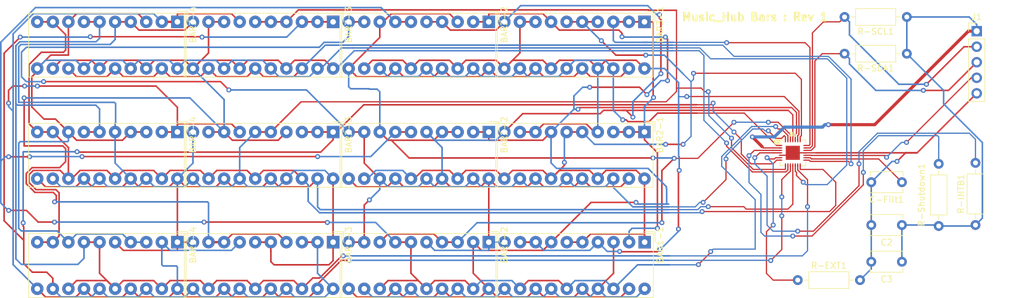
<source format=kicad_pcb>
(kicad_pcb (version 20171130) (host pcbnew "(5.1.5)-3")
  (layers (0 F.Cu signal) (31 B.Cu signal) (34 B.Paste user hide) (35 F.Paste user) (36 B.SilkS user) (37 F.SilkS user) (38 B.Mask user hide) (39 F.Mask user) (44 Edge.Cuts user))
  (net 0 "")
  (net 1 GND)
  (net 2 +055)
  (net 3 +046)
  (net 4 +037)
  (net 5 +028)
  (net 6 +019)
  (net 7 +010)
  (net 8 +001)
  (net 9 +002)
  (net 10 +074)
  (net 11 +091)
  (net 12 +118)
  (net 13 +082)
  (net 14 +100)
  (net 15 +073)
  (net 16 +127)
  (net 17 +109)
  (net 18 Vcc)
  (net 19 SDA)
  (net 20 SCL)
  (net 21 AudioIn)
  (net 22 "Net-(C-Filt1-Pad1)")
  (net 23 "Net-(R-EXT1-Pad1)")
  (net 24 "Net-(R-INTB1-Pad2)")
  (net 25 "Net-(R-Shutdown1-Pad1)")
  (net 26 -009)
  (net 27 -081)
  (module Connector_PinHeader_2.54mm:PinHeader_1x05_P2.54mm_Vertical (layer F.Cu) (at 182.2 25.32)
    (fp_text reference J1 (at 0 -2.33) (layer F.SilkS))
    (fp_text value Conn_01x05_Female)
    (pad 5 thru_hole oval (at 0 10.16) (size 1.7 1.7) (drill 1) (layers *.Cu *.Mask) (net 1 GND))
    (pad 4 thru_hole oval (at 0 7.62) (size 1.7 1.7) (drill 1) (layers *.Cu *.Mask) (net 21 AudioIn))
    (pad 3 thru_hole oval (at 0 5.08) (size 1.7 1.7) (drill 1) (layers *.Cu *.Mask) (net 19 SDA))
    (pad 2 thru_hole oval (at 0 2.54) (size 1.7 1.7) (drill 1) (layers *.Cu *.Mask) (net 20 SCL))
    (pad 1 thru_hole rect (at 0 0) (size 1.7 1.7) (drill 1) (layers *.Cu *.Mask) (net 18 Vcc))
  )
  (module Display:HDSP-48xx (layer F.Cu) (at 51.8 23.8 270)
    (fp_text reference BAR3-4 (at 0.46 -2.53 90) (layer F.SilkS))
    (fp_text value HDSP-4830_2)
    (pad 20 thru_hole circle (at 7.62 0 180) (size 2.032 2.032) (drill 0.9144) (layers *.Cu *.Mask) (net 17 +109))
    (pad 19 thru_hole circle (at 7.62 2.54 180) (size 2.032 2.032) (drill 0.9144) (layers *.Cu *.Mask) (net 27 -081))
    (pad 18 thru_hole circle (at 7.62 5.08 180) (size 2.032 2.032) (drill 0.9144) (layers *.Cu *.Mask) (net 13 +082))
    (pad 17 thru_hole circle (at 7.62 7.62 180) (size 2.032 2.032) (drill 0.9144) (layers *.Cu *.Mask) (net 17 +109))
    (pad 9 thru_hole circle (at 0 20.32 180) (size 2.032 2.032) (drill 0.9144) (layers *.Cu *.Mask) (net 16 +127))
    (pad 10 thru_hole circle (at 0 22.86 180) (size 2.032 2.032) (drill 0.9144) (layers *.Cu *.Mask) (net 16 +127))
    (pad 11 thru_hole circle (at 7.62 22.86 180) (size 2.032 2.032) (drill 0.9144) (layers *.Cu *.Mask) (net 17 +109))
    (pad 12 thru_hole circle (at 7.62 20.32 180) (size 2.032 2.032) (drill 0.9144) (layers *.Cu *.Mask) (net 13 +082))
    (pad 8 thru_hole circle (at 0 17.78 180) (size 2.032 2.032) (drill 0.9144) (layers *.Cu *.Mask) (net 17 +109))
    (pad 7 thru_hole circle (at 0 15.24 180) (size 2.032 2.032) (drill 0.9144) (layers *.Cu *.Mask) (net 12 +118))
    (pad 6 thru_hole circle (at 0 12.7 180) (size 2.032 2.032) (drill 0.9144) (layers *.Cu *.Mask) (net 12 +118))
    (pad 5 thru_hole circle (at 0 10.16 180) (size 2.032 2.032) (drill 0.9144) (layers *.Cu *.Mask) (net 14 +100))
    (pad 16 thru_hole circle (at 7.62 10.16 180) (size 2.032 2.032) (drill 0.9144) (layers *.Cu *.Mask) (net 27 -081))
    (pad 15 thru_hole circle (at 7.62 12.7 180) (size 2.032 2.032) (drill 0.9144) (layers *.Cu *.Mask) (net 13 +082))
    (pad 14 thru_hole circle (at 7.62 15.24 180) (size 2.032 2.032) (drill 0.9144) (layers *.Cu *.Mask) (net 17 +109))
    (pad 13 thru_hole circle (at 7.62 17.78 180) (size 2.032 2.032) (drill 0.9144) (layers *.Cu *.Mask) (net 27 -081))
    (pad 4 thru_hole circle (at 0 7.62 180) (size 2.032 2.032) (drill 0.9144) (layers *.Cu *.Mask) (net 14 +100))
    (pad 3 thru_hole circle (at 0 5.08 180) (size 2.032 2.032) (drill 0.9144) (layers *.Cu *.Mask) (net 17 +109))
    (pad 2 thru_hole circle (at 0 2.54 180) (size 2.032 2.032) (drill 0.9144) (layers *.Cu *.Mask) (net 11 +091))
    (pad 1 thru_hole rect (at 0 0 180) (size 2.032 2.032) (drill 0.9144) (layers *.Cu *.Mask) (net 11 +091))
  )
  (module Display:HDSP-48xx (layer F.Cu) (at 77.2 23.8 270)
    (fp_text reference BAR3-3 (at 0.46 -2.53 90) (layer F.SilkS))
    (fp_text value HDSP-4830_2)
    (pad 20 thru_hole circle (at 7.62 0 180) (size 2.032 2.032) (drill 0.9144) (layers *.Cu *.Mask) (net 13 +082))
    (pad 19 thru_hole circle (at 7.62 2.54 180) (size 2.032 2.032) (drill 0.9144) (layers *.Cu *.Mask) (net 17 +109))
    (pad 18 thru_hole circle (at 7.62 5.08 180) (size 2.032 2.032) (drill 0.9144) (layers *.Cu *.Mask) (net 27 -081))
    (pad 17 thru_hole circle (at 7.62 7.62 180) (size 2.032 2.032) (drill 0.9144) (layers *.Cu *.Mask) (net 13 +082))
    (pad 9 thru_hole circle (at 0 20.32 180) (size 2.032 2.032) (drill 0.9144) (layers *.Cu *.Mask) (net 13 +082))
    (pad 10 thru_hole circle (at 0 22.86 180) (size 2.032 2.032) (drill 0.9144) (layers *.Cu *.Mask) (net 14 +100))
    (pad 11 thru_hole circle (at 7.62 22.86 180) (size 2.032 2.032) (drill 0.9144) (layers *.Cu *.Mask) (net 13 +082))
    (pad 12 thru_hole circle (at 7.62 20.32 180) (size 2.032 2.032) (drill 0.9144) (layers *.Cu *.Mask) (net 27 -081))
    (pad 8 thru_hole circle (at 0 17.78 180) (size 2.032 2.032) (drill 0.9144) (layers *.Cu *.Mask) (net 13 +082))
    (pad 7 thru_hole circle (at 0 15.24 180) (size 2.032 2.032) (drill 0.9144) (layers *.Cu *.Mask) (net 11 +091))
    (pad 6 thru_hole circle (at 0 12.7 180) (size 2.032 2.032) (drill 0.9144) (layers *.Cu *.Mask) (net 15 +073))
    (pad 5 thru_hole circle (at 0 10.16 180) (size 2.032 2.032) (drill 0.9144) (layers *.Cu *.Mask) (net 15 +073))
    (pad 16 thru_hole circle (at 7.62 10.16 180) (size 2.032 2.032) (drill 0.9144) (layers *.Cu *.Mask) (net 17 +109))
    (pad 15 thru_hole circle (at 7.62 12.7 180) (size 2.032 2.032) (drill 0.9144) (layers *.Cu *.Mask) (net 27 -081))
    (pad 14 thru_hole circle (at 7.62 15.24 180) (size 2.032 2.032) (drill 0.9144) (layers *.Cu *.Mask) (net 13 +082))
    (pad 13 thru_hole circle (at 7.62 17.78 180) (size 2.032 2.032) (drill 0.9144) (layers *.Cu *.Mask) (net 17 +109))
    (pad 4 thru_hole circle (at 0 7.62 180) (size 2.032 2.032) (drill 0.9144) (layers *.Cu *.Mask) (net 15 +073))
    (pad 3 thru_hole circle (at 0 5.08 180) (size 2.032 2.032) (drill 0.9144) (layers *.Cu *.Mask) (net 10 +074))
    (pad 2 thru_hole circle (at 0 2.54 180) (size 2.032 2.032) (drill 0.9144) (layers *.Cu *.Mask) (net 10 +074))
    (pad 1 thru_hole rect (at 0 0 180) (size 2.032 2.032) (drill 0.9144) (layers *.Cu *.Mask) (net 10 +074))
  )
  (module Display:HDSP-48xx (layer F.Cu) (at 102.6 23.8 270)
    (fp_text reference BAR3-2 (at 0.46 -2.53 90) (layer F.SilkS))
    (fp_text value HDSP-4830_2)
    (pad 20 thru_hole circle (at 7.62 0 180) (size 2.032 2.032) (drill 0.9144) (layers *.Cu *.Mask) (net 4 +037))
    (pad 19 thru_hole circle (at 7.62 2.54 180) (size 2.032 2.032) (drill 0.9144) (layers *.Cu *.Mask) (net 26 -009))
    (pad 18 thru_hole circle (at 7.62 5.08 180) (size 2.032 2.032) (drill 0.9144) (layers *.Cu *.Mask) (net 7 +010))
    (pad 17 thru_hole circle (at 7.62 7.62 180) (size 2.032 2.032) (drill 0.9144) (layers *.Cu *.Mask) (net 4 +037))
    (pad 9 thru_hole circle (at 0 20.32 180) (size 2.032 2.032) (drill 0.9144) (layers *.Cu *.Mask) (net 2 +055))
    (pad 10 thru_hole circle (at 0 22.86 180) (size 2.032 2.032) (drill 0.9144) (layers *.Cu *.Mask) (net 2 +055))
    (pad 11 thru_hole circle (at 7.62 22.86 180) (size 2.032 2.032) (drill 0.9144) (layers *.Cu *.Mask) (net 4 +037))
    (pad 12 thru_hole circle (at 7.62 20.32 180) (size 2.032 2.032) (drill 0.9144) (layers *.Cu *.Mask) (net 7 +010))
    (pad 8 thru_hole circle (at 0 17.78 180) (size 2.032 2.032) (drill 0.9144) (layers *.Cu *.Mask) (net 4 +037))
    (pad 7 thru_hole circle (at 0 15.24 180) (size 2.032 2.032) (drill 0.9144) (layers *.Cu *.Mask) (net 3 +046))
    (pad 6 thru_hole circle (at 0 12.7 180) (size 2.032 2.032) (drill 0.9144) (layers *.Cu *.Mask) (net 3 +046))
    (pad 5 thru_hole circle (at 0 10.16 180) (size 2.032 2.032) (drill 0.9144) (layers *.Cu *.Mask) (net 5 +028))
    (pad 16 thru_hole circle (at 7.62 10.16 180) (size 2.032 2.032) (drill 0.9144) (layers *.Cu *.Mask) (net 26 -009))
    (pad 15 thru_hole circle (at 7.62 12.7 180) (size 2.032 2.032) (drill 0.9144) (layers *.Cu *.Mask) (net 7 +010))
    (pad 14 thru_hole circle (at 7.62 15.24 180) (size 2.032 2.032) (drill 0.9144) (layers *.Cu *.Mask) (net 4 +037))
    (pad 13 thru_hole circle (at 7.62 17.78 180) (size 2.032 2.032) (drill 0.9144) (layers *.Cu *.Mask) (net 26 -009))
    (pad 4 thru_hole circle (at 0 7.62 180) (size 2.032 2.032) (drill 0.9144) (layers *.Cu *.Mask) (net 5 +028))
    (pad 3 thru_hole circle (at 0 5.08 180) (size 2.032 2.032) (drill 0.9144) (layers *.Cu *.Mask) (net 4 +037))
    (pad 2 thru_hole circle (at 0 2.54 180) (size 2.032 2.032) (drill 0.9144) (layers *.Cu *.Mask) (net 6 +019))
    (pad 1 thru_hole rect (at 0 0 180) (size 2.032 2.032) (drill 0.9144) (layers *.Cu *.Mask) (net 6 +019))
  )
  (module Display:HDSP-48xx (layer F.Cu) (at 128 23.8 270)
    (fp_text reference BAR3-1 (at 0.46 -2.53 90) (layer F.SilkS))
    (fp_text value HDSP-4830_2)
    (pad 20 thru_hole circle (at 7.62 0 180) (size 2.032 2.032) (drill 0.9144) (layers *.Cu *.Mask) (net 7 +010))
    (pad 19 thru_hole circle (at 7.62 2.54 180) (size 2.032 2.032) (drill 0.9144) (layers *.Cu *.Mask) (net 4 +037))
    (pad 18 thru_hole circle (at 7.62 5.08 180) (size 2.032 2.032) (drill 0.9144) (layers *.Cu *.Mask) (net 26 -009))
    (pad 17 thru_hole circle (at 7.62 7.62 180) (size 2.032 2.032) (drill 0.9144) (layers *.Cu *.Mask) (net 7 +010))
    (pad 9 thru_hole circle (at 0 20.32 180) (size 2.032 2.032) (drill 0.9144) (layers *.Cu *.Mask) (net 7 +010))
    (pad 10 thru_hole circle (at 0 22.86 180) (size 2.032 2.032) (drill 0.9144) (layers *.Cu *.Mask) (net 5 +028))
    (pad 11 thru_hole circle (at 7.62 22.86 180) (size 2.032 2.032) (drill 0.9144) (layers *.Cu *.Mask) (net 7 +010))
    (pad 12 thru_hole circle (at 7.62 20.32 180) (size 2.032 2.032) (drill 0.9144) (layers *.Cu *.Mask) (net 26 -009))
    (pad 8 thru_hole circle (at 0 17.78 180) (size 2.032 2.032) (drill 0.9144) (layers *.Cu *.Mask) (net 7 +010))
    (pad 7 thru_hole circle (at 0 15.24 180) (size 2.032 2.032) (drill 0.9144) (layers *.Cu *.Mask) (net 6 +019))
    (pad 6 thru_hole circle (at 0 12.7 180) (size 2.032 2.032) (drill 0.9144) (layers *.Cu *.Mask) (net 8 +001))
    (pad 5 thru_hole circle (at 0 10.16 180) (size 2.032 2.032) (drill 0.9144) (layers *.Cu *.Mask) (net 8 +001))
    (pad 16 thru_hole circle (at 7.62 10.16 180) (size 2.032 2.032) (drill 0.9144) (layers *.Cu *.Mask) (net 4 +037))
    (pad 15 thru_hole circle (at 7.62 12.7 180) (size 2.032 2.032) (drill 0.9144) (layers *.Cu *.Mask) (net 26 -009))
    (pad 14 thru_hole circle (at 7.62 15.24 180) (size 2.032 2.032) (drill 0.9144) (layers *.Cu *.Mask) (net 7 +010))
    (pad 13 thru_hole circle (at 7.62 17.78 180) (size 2.032 2.032) (drill 0.9144) (layers *.Cu *.Mask) (net 4 +037))
    (pad 4 thru_hole circle (at 0 7.62 180) (size 2.032 2.032) (drill 0.9144) (layers *.Cu *.Mask) (net 8 +001))
    (pad 3 thru_hole circle (at 0 5.08 180) (size 2.032 2.032) (drill 0.9144) (layers *.Cu *.Mask) (net 9 +002))
    (pad 2 thru_hole circle (at 0 2.54 180) (size 2.032 2.032) (drill 0.9144) (layers *.Cu *.Mask) (net 9 +002))
    (pad 1 thru_hole rect (at 0 0 180) (size 2.032 2.032) (drill 0.9144) (layers *.Cu *.Mask) (net 9 +002))
  )
  (module Display:HDSP-48xx (layer F.Cu) (at 51.8 41.8 270)
    (fp_text reference BAR2-4 (at 0.46 -2.53 90) (layer F.SilkS))
    (fp_text value HDSP-4830_2)
    (pad 20 thru_hole circle (at 7.62 0 180) (size 2.032 2.032) (drill 0.9144) (layers *.Cu *.Mask) (net 14 +100))
    (pad 19 thru_hole circle (at 7.62 2.54 180) (size 2.032 2.032) (drill 0.9144) (layers *.Cu *.Mask) (net 16 +127))
    (pad 18 thru_hole circle (at 7.62 5.08 180) (size 2.032 2.032) (drill 0.9144) (layers *.Cu *.Mask) (net 15 +073))
    (pad 17 thru_hole circle (at 7.62 7.62 180) (size 2.032 2.032) (drill 0.9144) (layers *.Cu *.Mask) (net 14 +100))
    (pad 9 thru_hole circle (at 0 20.32 180) (size 2.032 2.032) (drill 0.9144) (layers *.Cu *.Mask) (net 16 +127))
    (pad 10 thru_hole circle (at 0 22.86 180) (size 2.032 2.032) (drill 0.9144) (layers *.Cu *.Mask) (net 16 +127))
    (pad 11 thru_hole circle (at 7.62 22.86 180) (size 2.032 2.032) (drill 0.9144) (layers *.Cu *.Mask) (net 14 +100))
    (pad 12 thru_hole circle (at 7.62 20.32 180) (size 2.032 2.032) (drill 0.9144) (layers *.Cu *.Mask) (net 15 +073))
    (pad 8 thru_hole circle (at 0 17.78 180) (size 2.032 2.032) (drill 0.9144) (layers *.Cu *.Mask) (net 17 +109))
    (pad 7 thru_hole circle (at 0 15.24 180) (size 2.032 2.032) (drill 0.9144) (layers *.Cu *.Mask) (net 12 +118))
    (pad 6 thru_hole circle (at 0 12.7 180) (size 2.032 2.032) (drill 0.9144) (layers *.Cu *.Mask) (net 12 +118))
    (pad 5 thru_hole circle (at 0 10.16 180) (size 2.032 2.032) (drill 0.9144) (layers *.Cu *.Mask) (net 14 +100))
    (pad 16 thru_hole circle (at 7.62 10.16 180) (size 2.032 2.032) (drill 0.9144) (layers *.Cu *.Mask) (net 16 +127))
    (pad 15 thru_hole circle (at 7.62 12.7 180) (size 2.032 2.032) (drill 0.9144) (layers *.Cu *.Mask) (net 15 +073))
    (pad 14 thru_hole circle (at 7.62 15.24 180) (size 2.032 2.032) (drill 0.9144) (layers *.Cu *.Mask) (net 14 +100))
    (pad 13 thru_hole circle (at 7.62 17.78 180) (size 2.032 2.032) (drill 0.9144) (layers *.Cu *.Mask) (net 16 +127))
    (pad 4 thru_hole circle (at 0 7.62 180) (size 2.032 2.032) (drill 0.9144) (layers *.Cu *.Mask) (net 17 +109))
    (pad 3 thru_hole circle (at 0 5.08 180) (size 2.032 2.032) (drill 0.9144) (layers *.Cu *.Mask) (net 17 +109))
    (pad 2 thru_hole circle (at 0 2.54 180) (size 2.032 2.032) (drill 0.9144) (layers *.Cu *.Mask) (net 11 +091))
    (pad 1 thru_hole rect (at 0 0 180) (size 2.032 2.032) (drill 0.9144) (layers *.Cu *.Mask) (net 11 +091))
  )
  (module Display:HDSP-48xx (layer F.Cu) (at 77.2 41.8 270)
    (fp_text reference BAR2-3 (at 0.46 -2.53 90) (layer F.SilkS))
    (fp_text value HDSP-4830_2)
    (pad 20 thru_hole circle (at 7.62 0 180) (size 2.032 2.032) (drill 0.9144) (layers *.Cu *.Mask) (net 15 +073))
    (pad 19 thru_hole circle (at 7.62 2.54 180) (size 2.032 2.032) (drill 0.9144) (layers *.Cu *.Mask) (net 14 +100))
    (pad 18 thru_hole circle (at 7.62 5.08 180) (size 2.032 2.032) (drill 0.9144) (layers *.Cu *.Mask) (net 16 +127))
    (pad 17 thru_hole circle (at 7.62 7.62 180) (size 2.032 2.032) (drill 0.9144) (layers *.Cu *.Mask) (net 15 +073))
    (pad 9 thru_hole circle (at 0 20.32 180) (size 2.032 2.032) (drill 0.9144) (layers *.Cu *.Mask) (net 13 +082))
    (pad 10 thru_hole circle (at 0 22.86 180) (size 2.032 2.032) (drill 0.9144) (layers *.Cu *.Mask) (net 14 +100))
    (pad 11 thru_hole circle (at 7.62 22.86 180) (size 2.032 2.032) (drill 0.9144) (layers *.Cu *.Mask) (net 15 +073))
    (pad 12 thru_hole circle (at 7.62 20.32 180) (size 2.032 2.032) (drill 0.9144) (layers *.Cu *.Mask) (net 16 +127))
    (pad 8 thru_hole circle (at 0 17.78 180) (size 2.032 2.032) (drill 0.9144) (layers *.Cu *.Mask) (net 13 +082))
    (pad 7 thru_hole circle (at 0 15.24 180) (size 2.032 2.032) (drill 0.9144) (layers *.Cu *.Mask) (net 11 +091))
    (pad 6 thru_hole circle (at 0 12.7 180) (size 2.032 2.032) (drill 0.9144) (layers *.Cu *.Mask) (net 15 +073))
    (pad 5 thru_hole circle (at 0 10.16 180) (size 2.032 2.032) (drill 0.9144) (layers *.Cu *.Mask) (net 15 +073))
    (pad 16 thru_hole circle (at 7.62 10.16 180) (size 2.032 2.032) (drill 0.9144) (layers *.Cu *.Mask) (net 14 +100))
    (pad 15 thru_hole circle (at 7.62 12.7 180) (size 2.032 2.032) (drill 0.9144) (layers *.Cu *.Mask) (net 16 +127))
    (pad 14 thru_hole circle (at 7.62 15.24 180) (size 2.032 2.032) (drill 0.9144) (layers *.Cu *.Mask) (net 15 +073))
    (pad 13 thru_hole circle (at 7.62 17.78 180) (size 2.032 2.032) (drill 0.9144) (layers *.Cu *.Mask) (net 14 +100))
    (pad 4 thru_hole circle (at 0 7.62 180) (size 2.032 2.032) (drill 0.9144) (layers *.Cu *.Mask) (net 13 +082))
    (pad 3 thru_hole circle (at 0 5.08 180) (size 2.032 2.032) (drill 0.9144) (layers *.Cu *.Mask) (net 10 +074))
    (pad 2 thru_hole circle (at 0 2.54 180) (size 2.032 2.032) (drill 0.9144) (layers *.Cu *.Mask) (net 10 +074))
    (pad 1 thru_hole rect (at 0 0 180) (size 2.032 2.032) (drill 0.9144) (layers *.Cu *.Mask) (net 10 +074))
  )
  (module Display:HDSP-48xx (layer F.Cu) (at 102.6 41.8 270)
    (fp_text reference BAR2-2 (at 0.46 -2.53 90) (layer F.SilkS))
    (fp_text value HDSP-4830_2)
    (pad 20 thru_hole circle (at 7.62 0 180) (size 2.032 2.032) (drill 0.9144) (layers *.Cu *.Mask) (net 5 +028))
    (pad 19 thru_hole circle (at 7.62 2.54 180) (size 2.032 2.032) (drill 0.9144) (layers *.Cu *.Mask) (net 2 +055))
    (pad 18 thru_hole circle (at 7.62 5.08 180) (size 2.032 2.032) (drill 0.9144) (layers *.Cu *.Mask) (net 8 +001))
    (pad 17 thru_hole circle (at 7.62 7.62 180) (size 2.032 2.032) (drill 0.9144) (layers *.Cu *.Mask) (net 5 +028))
    (pad 9 thru_hole circle (at 0 20.32 180) (size 2.032 2.032) (drill 0.9144) (layers *.Cu *.Mask) (net 2 +055))
    (pad 10 thru_hole circle (at 0 22.86 180) (size 2.032 2.032) (drill 0.9144) (layers *.Cu *.Mask) (net 2 +055))
    (pad 11 thru_hole circle (at 7.62 22.86 180) (size 2.032 2.032) (drill 0.9144) (layers *.Cu *.Mask) (net 5 +028))
    (pad 12 thru_hole circle (at 7.62 20.32 180) (size 2.032 2.032) (drill 0.9144) (layers *.Cu *.Mask) (net 8 +001))
    (pad 8 thru_hole circle (at 0 17.78 180) (size 2.032 2.032) (drill 0.9144) (layers *.Cu *.Mask) (net 4 +037))
    (pad 7 thru_hole circle (at 0 15.24 180) (size 2.032 2.032) (drill 0.9144) (layers *.Cu *.Mask) (net 3 +046))
    (pad 6 thru_hole circle (at 0 12.7 180) (size 2.032 2.032) (drill 0.9144) (layers *.Cu *.Mask) (net 3 +046))
    (pad 5 thru_hole circle (at 0 10.16 180) (size 2.032 2.032) (drill 0.9144) (layers *.Cu *.Mask) (net 5 +028))
    (pad 16 thru_hole circle (at 7.62 10.16 180) (size 2.032 2.032) (drill 0.9144) (layers *.Cu *.Mask) (net 2 +055))
    (pad 15 thru_hole circle (at 7.62 12.7 180) (size 2.032 2.032) (drill 0.9144) (layers *.Cu *.Mask) (net 8 +001))
    (pad 14 thru_hole circle (at 7.62 15.24 180) (size 2.032 2.032) (drill 0.9144) (layers *.Cu *.Mask) (net 5 +028))
    (pad 13 thru_hole circle (at 7.62 17.78 180) (size 2.032 2.032) (drill 0.9144) (layers *.Cu *.Mask) (net 2 +055))
    (pad 4 thru_hole circle (at 0 7.62 180) (size 2.032 2.032) (drill 0.9144) (layers *.Cu *.Mask) (net 4 +037))
    (pad 3 thru_hole circle (at 0 5.08 180) (size 2.032 2.032) (drill 0.9144) (layers *.Cu *.Mask) (net 4 +037))
    (pad 2 thru_hole circle (at 0 2.54 180) (size 2.032 2.032) (drill 0.9144) (layers *.Cu *.Mask) (net 6 +019))
    (pad 1 thru_hole rect (at 0 0 180) (size 2.032 2.032) (drill 0.9144) (layers *.Cu *.Mask) (net 6 +019))
  )
  (module Display:HDSP-48xx (layer F.Cu) (at 128 41.8 270)
    (fp_text reference BAR2-1 (at 0.46 -2.53 90) (layer F.SilkS))
    (fp_text value HDSP-4830_2)
    (pad 20 thru_hole circle (at 7.62 0 180) (size 2.032 2.032) (drill 0.9144) (layers *.Cu *.Mask) (net 8 +001))
    (pad 19 thru_hole circle (at 7.62 2.54 180) (size 2.032 2.032) (drill 0.9144) (layers *.Cu *.Mask) (net 5 +028))
    (pad 18 thru_hole circle (at 7.62 5.08 180) (size 2.032 2.032) (drill 0.9144) (layers *.Cu *.Mask) (net 2 +055))
    (pad 17 thru_hole circle (at 7.62 7.62 180) (size 2.032 2.032) (drill 0.9144) (layers *.Cu *.Mask) (net 8 +001))
    (pad 9 thru_hole circle (at 0 20.32 180) (size 2.032 2.032) (drill 0.9144) (layers *.Cu *.Mask) (net 7 +010))
    (pad 10 thru_hole circle (at 0 22.86 180) (size 2.032 2.032) (drill 0.9144) (layers *.Cu *.Mask) (net 5 +028))
    (pad 11 thru_hole circle (at 7.62 22.86 180) (size 2.032 2.032) (drill 0.9144) (layers *.Cu *.Mask) (net 8 +001))
    (pad 12 thru_hole circle (at 7.62 20.32 180) (size 2.032 2.032) (drill 0.9144) (layers *.Cu *.Mask) (net 2 +055))
    (pad 8 thru_hole circle (at 0 17.78 180) (size 2.032 2.032) (drill 0.9144) (layers *.Cu *.Mask) (net 7 +010))
    (pad 7 thru_hole circle (at 0 15.24 180) (size 2.032 2.032) (drill 0.9144) (layers *.Cu *.Mask) (net 6 +019))
    (pad 6 thru_hole circle (at 0 12.7 180) (size 2.032 2.032) (drill 0.9144) (layers *.Cu *.Mask) (net 8 +001))
    (pad 5 thru_hole circle (at 0 10.16 180) (size 2.032 2.032) (drill 0.9144) (layers *.Cu *.Mask) (net 8 +001))
    (pad 16 thru_hole circle (at 7.62 10.16 180) (size 2.032 2.032) (drill 0.9144) (layers *.Cu *.Mask) (net 5 +028))
    (pad 15 thru_hole circle (at 7.62 12.7 180) (size 2.032 2.032) (drill 0.9144) (layers *.Cu *.Mask) (net 2 +055))
    (pad 14 thru_hole circle (at 7.62 15.24 180) (size 2.032 2.032) (drill 0.9144) (layers *.Cu *.Mask) (net 8 +001))
    (pad 13 thru_hole circle (at 7.62 17.78 180) (size 2.032 2.032) (drill 0.9144) (layers *.Cu *.Mask) (net 5 +028))
    (pad 4 thru_hole circle (at 0 7.62 180) (size 2.032 2.032) (drill 0.9144) (layers *.Cu *.Mask) (net 7 +010))
    (pad 3 thru_hole circle (at 0 5.08 180) (size 2.032 2.032) (drill 0.9144) (layers *.Cu *.Mask) (net 9 +002))
    (pad 2 thru_hole circle (at 0 2.54 180) (size 2.032 2.032) (drill 0.9144) (layers *.Cu *.Mask) (net 9 +002))
    (pad 1 thru_hole rect (at 0 0 180) (size 2.032 2.032) (drill 0.9144) (layers *.Cu *.Mask) (net 9 +002))
  )
  (module Display:HDSP-48xx (layer F.Cu) (at 51.8 59.8 270)
    (fp_text reference BAR1-4 (at 0.46 -2.53 90) (layer F.SilkS))
    (fp_text value HDSP-4830_2)
    (pad 20 thru_hole circle (at 7.62 0 180) (size 2.032 2.032) (drill 0.9144) (layers *.Cu *.Mask) (net 11 +091))
    (pad 19 thru_hole circle (at 7.62 2.54 180) (size 2.032 2.032) (drill 0.9144) (layers *.Cu *.Mask) (net 12 +118))
    (pad 18 thru_hole circle (at 7.62 5.08 180) (size 2.032 2.032) (drill 0.9144) (layers *.Cu *.Mask) (net 10 +074))
    (pad 17 thru_hole circle (at 7.62 7.62 180) (size 2.032 2.032) (drill 0.9144) (layers *.Cu *.Mask) (net 11 +091))
    (pad 9 thru_hole circle (at 0 20.32 180) (size 2.032 2.032) (drill 0.9144) (layers *.Cu *.Mask) (net 16 +127))
    (pad 10 thru_hole circle (at 0 22.86 180) (size 2.032 2.032) (drill 0.9144) (layers *.Cu *.Mask) (net 16 +127))
    (pad 11 thru_hole circle (at 7.62 22.86 180) (size 2.032 2.032) (drill 0.9144) (layers *.Cu *.Mask) (net 11 +091))
    (pad 12 thru_hole circle (at 7.62 20.32 180) (size 2.032 2.032) (drill 0.9144) (layers *.Cu *.Mask) (net 10 +074))
    (pad 8 thru_hole circle (at 0 17.78 180) (size 2.032 2.032) (drill 0.9144) (layers *.Cu *.Mask) (net 17 +109))
    (pad 7 thru_hole circle (at 0 15.24 180) (size 2.032 2.032) (drill 0.9144) (layers *.Cu *.Mask) (net 12 +118))
    (pad 6 thru_hole circle (at 0 12.7 180) (size 2.032 2.032) (drill 0.9144) (layers *.Cu *.Mask) (net 12 +118))
    (pad 5 thru_hole circle (at 0 10.16 180) (size 2.032 2.032) (drill 0.9144) (layers *.Cu *.Mask) (net 14 +100))
    (pad 16 thru_hole circle (at 7.62 10.16 180) (size 2.032 2.032) (drill 0.9144) (layers *.Cu *.Mask) (net 12 +118))
    (pad 15 thru_hole circle (at 7.62 12.7 180) (size 2.032 2.032) (drill 0.9144) (layers *.Cu *.Mask) (net 10 +074))
    (pad 14 thru_hole circle (at 7.62 15.24 180) (size 2.032 2.032) (drill 0.9144) (layers *.Cu *.Mask) (net 11 +091))
    (pad 13 thru_hole circle (at 7.62 17.78 180) (size 2.032 2.032) (drill 0.9144) (layers *.Cu *.Mask) (net 12 +118))
    (pad 4 thru_hole circle (at 0 7.62 180) (size 2.032 2.032) (drill 0.9144) (layers *.Cu *.Mask) (net 17 +109))
    (pad 3 thru_hole circle (at 0 5.08 180) (size 2.032 2.032) (drill 0.9144) (layers *.Cu *.Mask) (net 17 +109))
    (pad 2 thru_hole circle (at 0 2.54 180) (size 2.032 2.032) (drill 0.9144) (layers *.Cu *.Mask) (net 11 +091))
    (pad 1 thru_hole rect (at 0 0 180) (size 2.032 2.032) (drill 0.9144) (layers *.Cu *.Mask) (net 14 +100))
  )
  (module Display:HDSP-48xx (layer F.Cu) (at 77.2 59.8 270)
    (fp_text reference BAR1-3 (at 0.46 -2.53 90) (layer F.SilkS))
    (fp_text value HDSP-4830_2)
    (pad 20 thru_hole circle (at 7.62 0 180) (size 2.032 2.032) (drill 0.9144) (layers *.Cu *.Mask) (net 10 +074))
    (pad 19 thru_hole circle (at 7.62 2.54 180) (size 2.032 2.032) (drill 0.9144) (layers *.Cu *.Mask) (net 11 +091))
    (pad 18 thru_hole circle (at 7.62 5.08 180) (size 2.032 2.032) (drill 0.9144) (layers *.Cu *.Mask) (net 12 +118))
    (pad 17 thru_hole circle (at 7.62 7.62 180) (size 2.032 2.032) (drill 0.9144) (layers *.Cu *.Mask) (net 10 +074))
    (pad 9 thru_hole circle (at 0 20.32 180) (size 2.032 2.032) (drill 0.9144) (layers *.Cu *.Mask) (net 13 +082))
    (pad 10 thru_hole circle (at 0 22.86 180) (size 2.032 2.032) (drill 0.9144) (layers *.Cu *.Mask) (net 14 +100))
    (pad 11 thru_hole circle (at 7.62 22.86 180) (size 2.032 2.032) (drill 0.9144) (layers *.Cu *.Mask) (net 10 +074))
    (pad 12 thru_hole circle (at 7.62 20.32 180) (size 2.032 2.032) (drill 0.9144) (layers *.Cu *.Mask) (net 12 +118))
    (pad 8 thru_hole circle (at 0 17.78 180) (size 2.032 2.032) (drill 0.9144) (layers *.Cu *.Mask) (net 13 +082))
    (pad 7 thru_hole circle (at 0 15.24 180) (size 2.032 2.032) (drill 0.9144) (layers *.Cu *.Mask) (net 11 +091))
    (pad 6 thru_hole circle (at 0 12.7 180) (size 2.032 2.032) (drill 0.9144) (layers *.Cu *.Mask) (net 15 +073))
    (pad 5 thru_hole circle (at 0 10.16 180) (size 2.032 2.032) (drill 0.9144) (layers *.Cu *.Mask) (net 15 +073))
    (pad 16 thru_hole circle (at 7.62 10.16 180) (size 2.032 2.032) (drill 0.9144) (layers *.Cu *.Mask) (net 11 +091))
    (pad 15 thru_hole circle (at 7.62 12.7 180) (size 2.032 2.032) (drill 0.9144) (layers *.Cu *.Mask) (net 12 +118))
    (pad 14 thru_hole circle (at 7.62 15.24 180) (size 2.032 2.032) (drill 0.9144) (layers *.Cu *.Mask) (net 10 +074))
    (pad 13 thru_hole circle (at 7.62 17.78 180) (size 2.032 2.032) (drill 0.9144) (layers *.Cu *.Mask) (net 11 +091))
    (pad 4 thru_hole circle (at 0 7.62 180) (size 2.032 2.032) (drill 0.9144) (layers *.Cu *.Mask) (net 13 +082))
    (pad 3 thru_hole circle (at 0 5.08 180) (size 2.032 2.032) (drill 0.9144) (layers *.Cu *.Mask) (net 10 +074))
    (pad 2 thru_hole circle (at 0 2.54 180) (size 2.032 2.032) (drill 0.9144) (layers *.Cu *.Mask) (net 10 +074))
    (pad 1 thru_hole rect (at 0 0 180) (size 2.032 2.032) (drill 0.9144) (layers *.Cu *.Mask) (net 15 +073))
  )
  (module Display:HDSP-48xx (layer F.Cu) (at 102.6 59.8 270)
    (fp_text reference BAR1-2 (at 0.46 -2.53 90) (layer F.SilkS))
    (fp_text value HDSP-4830_2)
    (pad 20 thru_hole circle (at 7.62 0 180) (size 2.032 2.032) (drill 0.9144) (layers *.Cu *.Mask) (net 6 +019))
    (pad 19 thru_hole circle (at 7.62 2.54 180) (size 2.032 2.032) (drill 0.9144) (layers *.Cu *.Mask) (net 3 +046))
    (pad 18 thru_hole circle (at 7.62 5.08 180) (size 2.032 2.032) (drill 0.9144) (layers *.Cu *.Mask) (net 9 +002))
    (pad 17 thru_hole circle (at 7.62 7.62 180) (size 2.032 2.032) (drill 0.9144) (layers *.Cu *.Mask) (net 6 +019))
    (pad 9 thru_hole circle (at 0 20.32 180) (size 2.032 2.032) (drill 0.9144) (layers *.Cu *.Mask) (net 2 +055))
    (pad 10 thru_hole circle (at 0 22.86 180) (size 2.032 2.032) (drill 0.9144) (layers *.Cu *.Mask) (net 2 +055))
    (pad 11 thru_hole circle (at 7.62 22.86 180) (size 2.032 2.032) (drill 0.9144) (layers *.Cu *.Mask) (net 6 +019))
    (pad 12 thru_hole circle (at 7.62 20.32 180) (size 2.032 2.032) (drill 0.9144) (layers *.Cu *.Mask) (net 9 +002))
    (pad 8 thru_hole circle (at 0 17.78 180) (size 2.032 2.032) (drill 0.9144) (layers *.Cu *.Mask) (net 4 +037))
    (pad 7 thru_hole circle (at 0 15.24 180) (size 2.032 2.032) (drill 0.9144) (layers *.Cu *.Mask) (net 3 +046))
    (pad 6 thru_hole circle (at 0 12.7 180) (size 2.032 2.032) (drill 0.9144) (layers *.Cu *.Mask) (net 3 +046))
    (pad 5 thru_hole circle (at 0 10.16 180) (size 2.032 2.032) (drill 0.9144) (layers *.Cu *.Mask) (net 5 +028))
    (pad 16 thru_hole circle (at 7.62 10.16 180) (size 2.032 2.032) (drill 0.9144) (layers *.Cu *.Mask) (net 3 +046))
    (pad 15 thru_hole circle (at 7.62 12.7 180) (size 2.032 2.032) (drill 0.9144) (layers *.Cu *.Mask) (net 9 +002))
    (pad 14 thru_hole circle (at 7.62 15.24 180) (size 2.032 2.032) (drill 0.9144) (layers *.Cu *.Mask) (net 6 +019))
    (pad 13 thru_hole circle (at 7.62 17.78 180) (size 2.032 2.032) (drill 0.9144) (layers *.Cu *.Mask) (net 3 +046))
    (pad 4 thru_hole circle (at 0 7.62 180) (size 2.032 2.032) (drill 0.9144) (layers *.Cu *.Mask) (net 4 +037))
    (pad 3 thru_hole circle (at 0 5.08 180) (size 2.032 2.032) (drill 0.9144) (layers *.Cu *.Mask) (net 4 +037))
    (pad 2 thru_hole circle (at 0 2.54 180) (size 2.032 2.032) (drill 0.9144) (layers *.Cu *.Mask) (net 6 +019))
    (pad 1 thru_hole rect (at 0 0 180) (size 2.032 2.032) (drill 0.9144) (layers *.Cu *.Mask) (net 5 +028))
  )
  (module Display:HDSP-48xx (layer F.Cu) (at 128.03 59.8 270)
    (fp_text reference BAR1-1 (at 0.46 -2.53 90) (layer F.SilkS))
    (fp_text value HDSP-4830_2)
    (pad 20 thru_hole circle (at 7.62 0 180) (size 2.032 2.032) (drill 0.9144) (layers *.Cu *.Mask) (net 9 +002))
    (pad 19 thru_hole circle (at 7.62 2.54 180) (size 2.032 2.032) (drill 0.9144) (layers *.Cu *.Mask) (net 6 +019))
    (pad 18 thru_hole circle (at 7.62 5.08 180) (size 2.032 2.032) (drill 0.9144) (layers *.Cu *.Mask) (net 3 +046))
    (pad 17 thru_hole circle (at 7.62 7.62 180) (size 2.032 2.032) (drill 0.9144) (layers *.Cu *.Mask) (net 9 +002))
    (pad 9 thru_hole circle (at 0 20.32 180) (size 2.032 2.032) (drill 0.9144) (layers *.Cu *.Mask) (net 7 +010))
    (pad 10 thru_hole circle (at 0 22.86 180) (size 2.032 2.032) (drill 0.9144) (layers *.Cu *.Mask) (net 5 +028))
    (pad 11 thru_hole circle (at 7.62 22.86 180) (size 2.032 2.032) (drill 0.9144) (layers *.Cu *.Mask) (net 9 +002))
    (pad 12 thru_hole circle (at 7.62 20.32 180) (size 2.032 2.032) (drill 0.9144) (layers *.Cu *.Mask) (net 3 +046))
    (pad 8 thru_hole circle (at 0 17.78 180) (size 2.032 2.032) (drill 0.9144) (layers *.Cu *.Mask) (net 7 +010))
    (pad 7 thru_hole circle (at 0 15.24 180) (size 2.032 2.032) (drill 0.9144) (layers *.Cu *.Mask) (net 6 +019))
    (pad 6 thru_hole circle (at 0 12.7 180) (size 2.032 2.032) (drill 0.9144) (layers *.Cu *.Mask) (net 8 +001))
    (pad 5 thru_hole circle (at 0 10.16 180) (size 2.032 2.032) (drill 0.9144) (layers *.Cu *.Mask) (net 8 +001))
    (pad 16 thru_hole circle (at 7.62 10.16 180) (size 2.032 2.032) (drill 0.9144) (layers *.Cu *.Mask) (net 6 +019))
    (pad 15 thru_hole circle (at 7.62 12.7 180) (size 2.032 2.032) (drill 0.9144) (layers *.Cu *.Mask) (net 3 +046))
    (pad 14 thru_hole circle (at 7.62 15.24 180) (size 2.032 2.032) (drill 0.9144) (layers *.Cu *.Mask) (net 9 +002))
    (pad 13 thru_hole circle (at 7.62 17.78 180) (size 2.032 2.032) (drill 0.9144) (layers *.Cu *.Mask) (net 6 +019))
    (pad 4 thru_hole circle (at 0 7.62 180) (size 2.032 2.032) (drill 0.9144) (layers *.Cu *.Mask) (net 7 +010))
    (pad 3 thru_hole circle (at 0 5.08 180) (size 2.032 2.032) (drill 0.9144) (layers *.Cu *.Mask) (net 9 +002))
    (pad 2 thru_hole circle (at 0 2.54 180) (size 2.032 2.032) (drill 0.9144) (layers *.Cu *.Mask) (net 9 +002))
    (pad 1 thru_hole rect (at 0 0 180) (size 2.032 2.032) (drill 0.9144) (layers *.Cu *.Mask) (net 8 +001))
  )
  (module Resistor_THT:R_Axial_DIN0207_L6.3mm_D2.5mm_P10.16mm_Horizontal (layer F.Cu) (at 182 57 90)
    (fp_text reference R-INTB1 (at 5.08 -2.37 90) (layer F.SilkS))
    (fp_text value 20K)
    (pad 2 thru_hole oval (at 10.16 0 90) (size 1.6 1.6) (drill 0.8) (layers *.Cu *.Mask) (net 24 "Net-(R-INTB1-Pad2)"))
    (pad 1 thru_hole circle (at 0 0 90) (size 1.6 1.6) (drill 0.8) (layers *.Cu *.Mask) (net 18 Vcc))
  )
  (module Resistor_THT:R_Axial_DIN0207_L6.3mm_D2.5mm_P10.16mm_Horizontal (layer F.Cu) (at 170.8 23 180)
    (fp_text reference R-SCL1 (at 5.08 -2.37) (layer F.SilkS))
    (fp_text value 20K)
    (pad 2 thru_hole oval (at 10.16 0 180) (size 1.6 1.6) (drill 0.8) (layers *.Cu *.Mask) (net 20 SCL))
    (pad 1 thru_hole circle (at 0 0 180) (size 1.6 1.6) (drill 0.8) (layers *.Cu *.Mask) (net 18 Vcc))
  )
  (module Resistor_THT:R_Axial_DIN0207_L6.3mm_D2.5mm_P10.16mm_Horizontal (layer F.Cu) (at 170.8 29 180)
    (fp_text reference R-SDA1 (at 5.08 -2.37) (layer F.SilkS))
    (fp_text value 20K)
    (pad 2 thru_hole oval (at 10.16 0 180) (size 1.6 1.6) (drill 0.8) (layers *.Cu *.Mask) (net 19 SDA))
    (pad 1 thru_hole circle (at 0 0 180) (size 1.6 1.6) (drill 0.8) (layers *.Cu *.Mask) (net 18 Vcc))
  )
  (module Resistor_THT:R_Axial_DIN0207_L6.3mm_D2.5mm_P10.16mm_Horizontal (layer F.Cu) (at 176 47 270)
    (fp_text reference R-Shutdown1 (at 5.08 2.8 90) (layer F.SilkS))
    (fp_text value 20K)
    (pad 2 thru_hole oval (at 10.16 0 270) (size 1.6 1.6) (drill 0.8) (layers *.Cu *.Mask) (net 18 Vcc))
    (pad 1 thru_hole circle (at 0 0 270) (size 1.6 1.6) (drill 0.8) (layers *.Cu *.Mask) (net 25 "Net-(R-Shutdown1-Pad1)"))
  )
  (module Resistor_THT:R_Axial_DIN0207_L6.3mm_D2.5mm_P10.16mm_Horizontal (layer F.Cu) (at 153 66)
    (fp_text reference R-EXT1 (at 5.08 -2.37) (layer F.SilkS))
    (fp_text value 20K)
    (pad 2 thru_hole oval (at 10.16 0) (size 1.6 1.6) (drill 0.8) (layers *.Cu *.Mask) (net 1 GND))
    (pad 1 thru_hole circle (at 0 0) (size 1.6 1.6) (drill 0.8) (layers *.Cu *.Mask) (net 23 "Net-(R-EXT1-Pad1)"))
  )
  (module Capacitor_THT:C_Disc_D5.1mm_W3.2mm_P5.00mm (layer F.Cu) (at 170 63 180)
    (fp_text reference C3 (at 2.5 -2.85) (layer F.SilkS))
    (fp_text value 1uF)
    (pad 2 thru_hole circle (at 5 0 180) (size 1.6 1.6) (drill 0.8) (layers *.Cu *.Mask) (net 1 GND))
    (pad 1 thru_hole circle (at 0 0 180) (size 1.6 1.6) (drill 0.8) (layers *.Cu *.Mask) (net 18 Vcc))
  )
  (module Capacitor_THT:C_Disc_D5.1mm_W3.2mm_P5.00mm (layer F.Cu) (at 170 57 180)
    (fp_text reference C2 (at 2.5 -2.85) (layer F.SilkS))
    (fp_text value 0.1uF)
    (pad 2 thru_hole circle (at 5 0 180) (size 1.6 1.6) (drill 0.8) (layers *.Cu *.Mask) (net 1 GND))
    (pad 1 thru_hole circle (at 0 0 180) (size 1.6 1.6) (drill 0.8) (layers *.Cu *.Mask) (net 18 Vcc))
  )
  (module Capacitor_THT:C_Disc_D5.1mm_W3.2mm_P5.00mm (layer F.Cu) (at 170 50 180)
    (fp_text reference C-Filt1 (at 2.5 -2.85) (layer F.SilkS))
    (fp_text value 0.1uF)
    (pad 2 thru_hole circle (at 5 0 180) (size 1.6 1.6) (drill 0.8) (layers *.Cu *.Mask) (net 1 GND))
    (pad 1 thru_hole circle (at 0 0 180) (size 1.6 1.6) (drill 0.8) (layers *.Cu *.Mask) (net 22 "Net-(C-Filt1-Pad1)"))
  )
  (module IS31FL3731:QFN28_4MM_0.4MM (layer F.Cu) (at 152.2 45.2)
    (fp_text reference U1 (at 0.082 -3.0064) (layer F.SilkS) (effects (font (size 0.64 0.64))))
    (fp_text value IS31FL3731)
    (pad THERMAL smd rect (at 0 0) (size 2.3 2.3) (layers F.Cu F.Mask) (net 1 GND))
    (pad 1 smd oval (at -2 -1.2 90) (size 0.18 0.6) (layers F.Cu F.Paste F.Mask) (net 26 -009))
    (pad 2 smd oval (at -2 -0.8 90) (size 0.18 0.6) (layers F.Cu F.Paste F.Mask) (net 18 Vcc))
    (pad 3 smd oval (at -2 -0.4 90) (size 0.18 0.6) (layers F.Cu F.Paste F.Mask) (net 25 "Net-(R-Shutdown1-Pad1)"))
    (pad 4 smd oval (at -2 0 90) (size 0.18 0.6) (layers F.Cu F.Paste F.Mask) (net 24 "Net-(R-INTB1-Pad2)"))
    (pad 5 smd oval (at -2 0.4 90) (size 0.18 0.6) (layers F.Cu F.Paste F.Mask) (net 1 GND))
    (pad 6 smd oval (at -2 0.8 90) (size 0.18 0.6) (layers F.Cu F.Paste F.Mask) (net 23 "Net-(R-EXT1-Pad1)"))
    (pad 7 smd oval (at -2 1.2 90) (size 0.18 0.6) (layers F.Cu F.Paste F.Mask) (net 10 +074))
    (pad 8 smd oval (at -1.2 2 180) (size 0.18 0.6) (layers F.Cu F.Paste F.Mask) (net 15 +073))
    (pad 9 smd oval (at -0.8 2 180) (size 0.18 0.6) (layers F.Cu F.Paste F.Mask) (net 13 +082))
    (pad 10 smd oval (at -0.4 2 180) (size 0.18 0.6) (layers F.Cu F.Paste F.Mask) (net 11 +091))
    (pad 11 smd oval (at 0 2 180) (size 0.18 0.6) (layers F.Cu F.Paste F.Mask) (net 14 +100))
    (pad 12 smd oval (at 0.4 2 180) (size 0.18 0.6) (layers F.Cu F.Paste F.Mask) (net 17 +109))
    (pad 13 smd oval (at 0.8 2 180) (size 0.18 0.6) (layers F.Cu F.Paste F.Mask) (net 12 +118))
    (pad 14 smd oval (at 1.2 2 180) (size 0.18 0.6) (layers F.Cu F.Paste F.Mask) (net 16 +127))
    (pad 15 smd oval (at 2 1.2 270) (size 0.18 0.6) (layers F.Cu F.Paste F.Mask) (net 27 -081))
    (pad 16 smd oval (at 2 0.8 270) (size 0.18 0.6) (layers F.Cu F.Paste F.Mask) (net 22 "Net-(C-Filt1-Pad1)"))
    (pad 17 smd oval (at 2 0.4 270) (size 0.18 0.6) (layers F.Cu F.Paste F.Mask) (net 21 AudioIn))
    (pad 18 smd oval (at 2 0 270) (size 0.18 0.6) (layers F.Cu F.Paste F.Mask) (net 1 GND))
    (pad 19 smd oval (at 2 -0.4 270) (size 0.18 0.6) (layers F.Cu F.Paste F.Mask) (net 19 SDA))
    (pad 20 smd oval (at 2 -0.8 270) (size 0.18 0.6) (layers F.Cu F.Paste F.Mask) (net 20 SCL))
    (pad 21 smd oval (at 2 -1.2 270) (size 0.18 0.6) (layers F.Cu F.Paste F.Mask) (net 9 +002))
    (pad 22 smd oval (at 1.2 -2) (size 0.18 0.6) (layers F.Cu F.Paste F.Mask) (net 8 +001))
    (pad 23 smd oval (at 0.8 -2) (size 0.18 0.6) (layers F.Cu F.Paste F.Mask) (net 7 +010))
    (pad 24 smd oval (at 0.4 -2) (size 0.18 0.6) (layers F.Cu F.Paste F.Mask) (net 6 +019))
    (pad 25 smd oval (at 0 -2) (size 0.18 0.6) (layers F.Cu F.Paste F.Mask) (net 5 +028))
    (pad 26 smd oval (at -0.4 -2) (size 0.18 0.6) (layers F.Cu F.Paste F.Mask) (net 4 +037))
    (pad 27 smd oval (at -0.8 -2) (size 0.18 0.6) (layers F.Cu F.Paste F.Mask) (net 3 +046))
    (pad 28 smd oval (at -1.2 -2) (size 0.18 0.6) (layers F.Cu F.Paste F.Mask) (net 2 +055))
  )
  (gr_text "Music_Hub Bars : Rev 1" (at 146 23) (layer F.SilkS) (effects (font (size 1.3 1.3) (thickness 0.3))))
  (segment (start 154.2 45.2) (end 152.2 45.2) (width 0.2) (layer F.Cu) (net 1))
  (segment (start 151.8 45.6) (end 152.2 45.2) (width 0.2) (layer F.Cu) (net 1))
  (segment (start 150.2 45.6) (end 151.8 45.6) (width 0.2) (layer F.Cu) (net 1))
  (segment (start 154.2 45.2) (end 156 45.2) (width 0.2) (layer F.Cu) (net 1))
  (segment (start 172.48 45.2) (end 182.2 35.48) (width 0.25) (layer F.Cu) (net 1))
  (segment (start 156 45.2) (end 172.48 45.2) (width 0.25) (layer F.Cu) (net 1))
  (via (at 169.2 46.6) (size 0.8) (drill 0.4) (layers F.Cu B.Cu) (net 1))
  (segment (start 172.48 45.2) (end 170.6 45.2) (width 0.25) (layer F.Cu) (net 1))
  (segment (start 170.6 45.2) (end 169.2 46.6) (width 0.25) (layer F.Cu) (net 1))
  (segment (start 168.4 46.6) (end 165 50) (width 0.25) (layer B.Cu) (net 1))
  (segment (start 169.2 46.6) (end 168.4 46.6) (width 0.25) (layer B.Cu) (net 1))
  (segment (start 165 50) (end 165 57) (width 0.25) (layer B.Cu) (net 1))
  (segment (start 165 58.13137) (end 165 63) (width 0.25) (layer B.Cu) (net 1))
  (segment (start 165 57) (end 165 58.13137) (width 0.25) (layer B.Cu) (net 1))
  (segment (start 165 64.16) (end 163.16 66) (width 0.25) (layer B.Cu) (net 1))
  (segment (start 165 63) (end 165 64.16) (width 0.25) (layer B.Cu) (net 1))
  (segment (start 80.84316 23.8) (end 79.74 23.8) (width 0.254) (layer F.Cu) (net 2))
  (segment (start 82.28 23.8) (end 80.84316 23.8) (width 0.254) (layer F.Cu) (net 2))
  (segment (start 81.17684 59.8) (end 82.28 59.8) (width 0.254) (layer F.Cu) (net 2))
  (segment (start 79.74 59.8) (end 81.17684 59.8) (width 0.254) (layer F.Cu) (net 2))
  (segment (start 126.09215 54.02899) (end 131.066443 54.02899) (width 0.254) (layer B.Cu) (net 2))
  (segment (start 122.92 49.42) (end 122.92 50.85684) (width 0.254) (layer B.Cu) (net 2))
  (segment (start 122.92 50.85684) (end 126.09215 54.02899) (width 0.254) (layer B.Cu) (net 2))
  (segment (start 131.066443 54.02899) (end 131.953 54.02899) (width 0.254) (layer B.Cu) (net 2))
  (segment (start 116.315999 50.435999) (end 115.3 49.42) (width 0.254) (layer B.Cu) (net 2))
  (segment (start 121.576999 50.763001) (end 116.643001 50.763001) (width 0.254) (layer B.Cu) (net 2))
  (segment (start 116.643001 50.763001) (end 116.315999 50.435999) (width 0.254) (layer B.Cu) (net 2))
  (segment (start 122.92 49.42) (end 121.576999 50.763001) (width 0.254) (layer B.Cu) (net 2))
  (segment (start 108.695999 50.435999) (end 107.68 49.42) (width 0.254) (layer B.Cu) (net 2))
  (segment (start 109.023001 50.763001) (end 108.695999 50.435999) (width 0.254) (layer B.Cu) (net 2))
  (segment (start 113.956999 50.763001) (end 109.023001 50.763001) (width 0.254) (layer B.Cu) (net 2))
  (segment (start 115.3 49.42) (end 113.956999 50.763001) (width 0.254) (layer B.Cu) (net 2))
  (segment (start 101.075999 50.435999) (end 100.06 49.42) (width 0.254) (layer B.Cu) (net 2))
  (segment (start 101.403001 50.763001) (end 101.075999 50.435999) (width 0.254) (layer B.Cu) (net 2))
  (segment (start 106.336999 50.763001) (end 101.403001 50.763001) (width 0.254) (layer B.Cu) (net 2))
  (segment (start 107.68 49.42) (end 106.336999 50.763001) (width 0.254) (layer B.Cu) (net 2))
  (segment (start 93.455999 50.435999) (end 92.44 49.42) (width 0.254) (layer B.Cu) (net 2))
  (segment (start 93.783001 50.763001) (end 93.455999 50.435999) (width 0.254) (layer B.Cu) (net 2))
  (segment (start 98.716999 50.763001) (end 93.783001 50.763001) (width 0.254) (layer B.Cu) (net 2))
  (segment (start 100.06 49.42) (end 98.716999 50.763001) (width 0.254) (layer B.Cu) (net 2))
  (segment (start 85.835999 50.435999) (end 84.82 49.42) (width 0.254) (layer B.Cu) (net 2))
  (segment (start 86.163001 50.763001) (end 85.835999 50.435999) (width 0.254) (layer B.Cu) (net 2))
  (segment (start 91.096999 50.763001) (end 86.163001 50.763001) (width 0.254) (layer B.Cu) (net 2))
  (segment (start 92.44 49.42) (end 91.096999 50.763001) (width 0.254) (layer B.Cu) (net 2))
  (segment (start 79.74 41.8) (end 82.28 41.8) (width 0.254) (layer F.Cu) (net 2))
  (segment (start 82.28 46.88) (end 84.82 49.42) (width 0.254) (layer F.Cu) (net 2))
  (segment (start 82.28 41.8) (end 82.28 46.88) (width 0.254) (layer F.Cu) (net 2))
  (segment (start 82.28 59.8) (end 82.28 53.737) (width 0.254) (layer F.Cu) (net 2))
  (via (at 83.1215 52.8955) (size 0.8) (drill 0.4) (layers F.Cu B.Cu) (net 2))
  (segment (start 82.28 53.737) (end 83.1215 52.8955) (width 0.254) (layer F.Cu) (net 2))
  (segment (start 84.82 51.197) (end 84.82 49.42) (width 0.254) (layer B.Cu) (net 2))
  (segment (start 83.1215 52.8955) (end 84.82 51.197) (width 0.254) (layer B.Cu) (net 2))
  (via (at 60.198 34.925) (size 0.8) (drill 0.4) (layers F.Cu B.Cu) (net 2))
  (segment (start 79.74 41.8) (end 72.865 34.925) (width 0.254) (layer B.Cu) (net 2))
  (segment (start 72.865 34.925) (end 60.198 34.925) (width 0.254) (layer B.Cu) (net 2))
  (via (at 29.972 33.563) (size 0.8) (drill 0.4) (layers F.Cu B.Cu) (net 2))
  (segment (start 60.198 34.925) (end 58.836 33.563) (width 0.254) (layer F.Cu) (net 2))
  (segment (start 58.836 33.563) (end 29.972 33.563) (width 0.254) (layer F.Cu) (net 2))
  (segment (start 29.972 33.563) (end 27.1495 33.563) (width 0.254) (layer B.Cu) (net 2))
  (segment (start 27.1495 33.563) (end 26.36201 32.77551) (width 0.254) (layer B.Cu) (net 2))
  (segment (start 26.36201 28.75599) (end 27.16849 27.94951) (width 0.254) (layer B.Cu) (net 2))
  (segment (start 26.36201 32.77551) (end 26.36201 28.75599) (width 0.254) (layer B.Cu) (net 2))
  (segment (start 74.948424 27.94951) (end 75.748463 27.14947) (width 0.254) (layer B.Cu) (net 2))
  (segment (start 27.16849 27.94951) (end 74.948424 27.94951) (width 0.254) (layer B.Cu) (net 2))
  (segment (start 75.748463 27.14947) (end 78.76853 27.14947) (width 0.254) (layer B.Cu) (net 2))
  (segment (start 79.74 26.178) (end 79.74 23.8) (width 0.254) (layer B.Cu) (net 2))
  (segment (start 78.76853 27.14947) (end 79.74 26.178) (width 0.254) (layer B.Cu) (net 2))
  (segment (start 151 43.2) (end 151 42.6) (width 0.2) (layer F.Cu) (net 2))
  (segment (start 151 42.6) (end 150.8 42.4) (width 0.2) (layer F.Cu) (net 2))
  (via (at 148.2 41.6) (size 0.8) (drill 0.4) (layers F.Cu B.Cu) (net 2))
  (segment (start 149.434311 42.834311) (end 148.2 41.6) (width 0.2) (layer F.Cu) (net 2))
  (segment (start 150.8 42.4) (end 150.365689 42.834311) (width 0.2) (layer F.Cu) (net 2))
  (segment (start 150.365689 42.834311) (end 149.434311 42.834311) (width 0.2) (layer F.Cu) (net 2))
  (segment (start 147.634315 41.6) (end 147.334325 41.30001) (width 0.2) (layer B.Cu) (net 2))
  (segment (start 148.2 41.6) (end 147.634315 41.6) (width 0.2) (layer B.Cu) (net 2))
  (segment (start 147.334325 41.30001) (end 145.665688 41.30001) (width 0.2) (layer B.Cu) (net 2))
  (via (at 141.3 46.2) (size 0.8) (drill 0.4) (layers F.Cu B.Cu) (net 2))
  (segment (start 145.665688 41.30001) (end 141.3 45.665698) (width 0.2) (layer B.Cu) (net 2))
  (segment (start 141.3 45.665698) (end 141.3 46.2) (width 0.2) (layer B.Cu) (net 2))
  (via (at 137.567948 53.3) (size 0.8) (drill 0.4) (layers F.Cu B.Cu) (net 2))
  (segment (start 141.3 46.2) (end 141.3 49.567948) (width 0.2) (layer F.Cu) (net 2))
  (segment (start 141.3 49.567948) (end 137.567948 53.3) (width 0.2) (layer F.Cu) (net 2))
  (segment (start 136.273273 54.02899) (end 131.953 54.02899) (width 0.2) (layer B.Cu) (net 2))
  (segment (start 137.002263 53.3) (end 136.273273 54.02899) (width 0.2) (layer B.Cu) (net 2))
  (segment (start 137.567948 53.3) (end 137.002263 53.3) (width 0.2) (layer B.Cu) (net 2))
  (segment (start 108.725999 66.404001) (end 107.71 67.42) (width 0.254) (layer F.Cu) (net 3))
  (segment (start 109.053001 66.076999) (end 108.725999 66.404001) (width 0.254) (layer F.Cu) (net 3))
  (segment (start 113.986999 66.076999) (end 109.053001 66.076999) (width 0.254) (layer F.Cu) (net 3))
  (segment (start 115.33 67.42) (end 113.986999 66.076999) (width 0.254) (layer F.Cu) (net 3))
  (segment (start 93.455999 66.404001) (end 92.44 67.42) (width 0.254) (layer F.Cu) (net 3))
  (segment (start 93.783001 66.076999) (end 93.455999 66.404001) (width 0.254) (layer F.Cu) (net 3))
  (segment (start 98.716999 66.076999) (end 93.783001 66.076999) (width 0.254) (layer F.Cu) (net 3))
  (segment (start 100.06 67.42) (end 98.716999 66.076999) (width 0.254) (layer F.Cu) (net 3))
  (segment (start 86.163001 66.076999) (end 85.835999 66.404001) (width 0.254) (layer F.Cu) (net 3))
  (segment (start 91.096999 66.076999) (end 86.163001 66.076999) (width 0.254) (layer F.Cu) (net 3))
  (segment (start 85.835999 66.404001) (end 84.82 67.42) (width 0.254) (layer F.Cu) (net 3))
  (segment (start 92.44 67.42) (end 91.096999 66.076999) (width 0.254) (layer F.Cu) (net 3))
  (segment (start 88.46316 23.8) (end 87.36 23.8) (width 0.254) (layer F.Cu) (net 3))
  (segment (start 89.9 23.8) (end 88.46316 23.8) (width 0.254) (layer F.Cu) (net 3))
  (segment (start 89.9 64.88) (end 89.9 59.8) (width 0.254) (layer F.Cu) (net 3))
  (segment (start 91.096999 66.076999) (end 89.9 64.88) (width 0.254) (layer F.Cu) (net 3))
  (segment (start 89.9 59.8) (end 87.36 59.8) (width 0.254) (layer F.Cu) (net 3))
  (segment (start 106.694001 66.404001) (end 107.71 67.42) (width 0.254) (layer B.Cu) (net 3))
  (segment (start 106.366999 66.076999) (end 106.694001 66.404001) (width 0.254) (layer B.Cu) (net 3))
  (segment (start 101.403001 66.076999) (end 106.366999 66.076999) (width 0.254) (layer B.Cu) (net 3))
  (segment (start 100.06 67.42) (end 101.403001 66.076999) (width 0.254) (layer B.Cu) (net 3))
  (segment (start 121.934001 66.404001) (end 122.95 67.42) (width 0.254) (layer B.Cu) (net 3))
  (segment (start 116.673001 66.076999) (end 121.606999 66.076999) (width 0.254) (layer B.Cu) (net 3))
  (segment (start 121.606999 66.076999) (end 121.934001 66.404001) (width 0.254) (layer B.Cu) (net 3))
  (segment (start 115.33 67.42) (end 116.673001 66.076999) (width 0.254) (layer B.Cu) (net 3))
  (segment (start 87.36 23.8) (end 85.023 21.463) (width 0.254) (layer B.Cu) (net 3))
  (segment (start 28.647292 21.463) (end 22.995792 27.1145) (width 0.254) (layer B.Cu) (net 3))
  (segment (start 85.023 21.463) (end 28.647292 21.463) (width 0.254) (layer B.Cu) (net 3))
  (segment (start 22.995792 27.1145) (end 22.995792 46.282708) (width 0.254) (layer B.Cu) (net 3))
  (segment (start 22.995792 46.282708) (end 22.987 46.2915) (width 0.254) (layer B.Cu) (net 3))
  (via (at 24.27298 54.61) (size 0.8) (drill 0.4) (layers F.Cu B.Cu) (net 3))
  (segment (start 22.987 53.4035) (end 24.1935 54.61) (width 0.254) (layer B.Cu) (net 3))
  (segment (start 24.1935 54.61) (end 24.27298 54.61) (width 0.254) (layer B.Cu) (net 3))
  (segment (start 24.27298 54.61) (end 27.178 54.61) (width 0.254) (layer F.Cu) (net 3))
  (segment (start 27.178 54.61) (end 29.083 56.515) (width 0.254) (layer F.Cu) (net 3))
  (via (at 31.75 56.515) (size 0.8) (drill 0.4) (layers F.Cu B.Cu) (net 3))
  (segment (start 29.083 56.515) (end 31.75 56.515) (width 0.254) (layer F.Cu) (net 3))
  (via (at 56.153 56.515) (size 0.8) (drill 0.4) (layers F.Cu B.Cu) (net 3))
  (segment (start 31.75 56.515) (end 56.153 56.515) (width 0.254) (layer B.Cu) (net 3))
  (via (at 76.2635 56.5785) (size 0.8) (drill 0.4) (layers F.Cu B.Cu) (net 3))
  (segment (start 56.153 56.515) (end 76.2 56.515) (width 0.254) (layer F.Cu) (net 3))
  (segment (start 76.2 56.515) (end 76.2635 56.5785) (width 0.254) (layer F.Cu) (net 3))
  (segment (start 84.1385 56.5785) (end 87.36 59.8) (width 0.254) (layer B.Cu) (net 3))
  (segment (start 76.2635 56.5785) (end 84.1385 56.5785) (width 0.254) (layer B.Cu) (net 3))
  (via (at 74.676 45.812) (size 0.8) (drill 0.4) (layers F.Cu B.Cu) (net 3))
  (segment (start 87.36 41.8) (end 83.348 45.812) (width 0.254) (layer B.Cu) (net 3))
  (segment (start 83.348 45.812) (end 74.676 45.812) (width 0.254) (layer B.Cu) (net 3))
  (via (at 36.242499 45.812) (size 0.8) (drill 0.4) (layers F.Cu B.Cu) (net 3))
  (segment (start 74.676 45.812) (end 36.242499 45.812) (width 0.254) (layer F.Cu) (net 3))
  (segment (start 36.242499 45.812) (end 27.721 45.812) (width 0.254) (layer B.Cu) (net 3))
  (via (at 27.686 45.847) (size 0.8) (drill 0.4) (layers F.Cu B.Cu) (net 3))
  (segment (start 27.721 45.812) (end 27.686 45.847) (width 0.254) (layer B.Cu) (net 3))
  (via (at 24.27298 45.847) (size 0.8) (drill 0.4) (layers F.Cu B.Cu) (net 3))
  (segment (start 27.686 45.847) (end 24.27298 45.847) (width 0.254) (layer F.Cu) (net 3))
  (segment (start 22.987 46.567295) (end 22.987 47.117) (width 0.254) (layer B.Cu) (net 3))
  (segment (start 24.27298 45.847) (end 23.707295 45.847) (width 0.254) (layer B.Cu) (net 3))
  (segment (start 22.987 46.2915) (end 22.987 47.117) (width 0.254) (layer B.Cu) (net 3))
  (segment (start 23.707295 45.847) (end 22.987 46.567295) (width 0.254) (layer B.Cu) (net 3))
  (segment (start 22.987 47.117) (end 22.987 53.4035) (width 0.254) (layer B.Cu) (net 3))
  (segment (start 87.36 41.8) (end 89.9 41.8) (width 0.254) (layer F.Cu) (net 3))
  (segment (start 122.95 67.42) (end 126.87 63.5) (width 0.254) (layer B.Cu) (net 3))
  (segment (start 126.87 63.5) (end 132.08 63.5) (width 0.254) (layer B.Cu) (net 3))
  (via (at 136.8 63.4665) (size 0.8) (drill 0.4) (layers F.Cu B.Cu) (net 3))
  (segment (start 132.08 63.5) (end 136.7665 63.5) (width 0.2) (layer B.Cu) (net 3))
  (segment (start 136.7665 63.5) (end 136.8 63.4665) (width 0.2) (layer B.Cu) (net 3))
  (via (at 138.8 61.3395) (size 0.8) (drill 0.4) (layers F.Cu B.Cu) (net 3))
  (segment (start 136.8 63.4665) (end 138.8 61.4665) (width 0.2) (layer F.Cu) (net 3))
  (segment (start 138.8 61.4665) (end 138.8 61.3395) (width 0.2) (layer F.Cu) (net 3))
  (segment (start 139.199999 60.939501) (end 146.060499 60.939501) (width 0.2) (layer B.Cu) (net 3))
  (segment (start 138.8 61.3395) (end 139.199999 60.939501) (width 0.2) (layer B.Cu) (net 3))
  (segment (start 146.060499 60.939501) (end 146.060499 52.860499) (width 0.2) (layer B.Cu) (net 3))
  (segment (start 146.060499 52.860499) (end 140.6 47.4) (width 0.2) (layer B.Cu) (net 3))
  (segment (start 140.6 47.4) (end 140.6 45.8) (width 0.2) (layer B.Cu) (net 3))
  (segment (start 140.6 45.8) (end 145.5 40.9) (width 0.2) (layer B.Cu) (net 3))
  (via (at 149.405025 40.9) (size 0.8) (drill 0.4) (layers F.Cu B.Cu) (net 3))
  (segment (start 145.5 40.9) (end 149.405025 40.9) (width 0.2) (layer B.Cu) (net 3))
  (segment (start 151.4 42.365698) (end 151.4 43.2) (width 0.2) (layer F.Cu) (net 3))
  (segment (start 150.334301 41.299999) (end 151.4 42.365698) (width 0.2) (layer F.Cu) (net 3))
  (segment (start 149.805024 41.299999) (end 150.334301 41.299999) (width 0.2) (layer F.Cu) (net 3))
  (segment (start 149.405025 40.9) (end 149.805024 41.299999) (width 0.2) (layer F.Cu) (net 3))
  (segment (start 118.855999 32.435999) (end 117.84 31.42) (width 0.254) (layer F.Cu) (net 4))
  (segment (start 119.183001 32.763001) (end 118.855999 32.435999) (width 0.254) (layer F.Cu) (net 4))
  (segment (start 124.116999 32.763001) (end 119.183001 32.763001) (width 0.254) (layer F.Cu) (net 4))
  (segment (start 125.46 31.42) (end 124.116999 32.763001) (width 0.254) (layer F.Cu) (net 4))
  (segment (start 111.235999 32.435999) (end 110.22 31.42) (width 0.254) (layer F.Cu) (net 4))
  (segment (start 116.496999 32.763001) (end 111.563001 32.763001) (width 0.254) (layer F.Cu) (net 4))
  (segment (start 111.563001 32.763001) (end 111.235999 32.435999) (width 0.254) (layer F.Cu) (net 4))
  (segment (start 117.84 31.42) (end 116.496999 32.763001) (width 0.254) (layer F.Cu) (net 4))
  (segment (start 103.615999 32.435999) (end 102.6 31.42) (width 0.254) (layer F.Cu) (net 4))
  (segment (start 103.943001 32.763001) (end 103.615999 32.435999) (width 0.254) (layer F.Cu) (net 4))
  (segment (start 108.876999 32.763001) (end 103.943001 32.763001) (width 0.254) (layer F.Cu) (net 4))
  (segment (start 110.22 31.42) (end 108.876999 32.763001) (width 0.254) (layer F.Cu) (net 4))
  (segment (start 96.323001 32.763001) (end 95.995999 32.435999) (width 0.254) (layer F.Cu) (net 4))
  (segment (start 95.995999 32.435999) (end 94.98 31.42) (width 0.254) (layer F.Cu) (net 4))
  (segment (start 101.256999 32.763001) (end 96.323001 32.763001) (width 0.254) (layer F.Cu) (net 4))
  (segment (start 102.6 31.42) (end 101.256999 32.763001) (width 0.254) (layer F.Cu) (net 4))
  (segment (start 88.375999 32.435999) (end 87.36 31.42) (width 0.254) (layer F.Cu) (net 4))
  (segment (start 88.703001 32.763001) (end 88.375999 32.435999) (width 0.254) (layer F.Cu) (net 4))
  (segment (start 93.636999 32.763001) (end 88.703001 32.763001) (width 0.254) (layer F.Cu) (net 4))
  (segment (start 94.98 31.42) (end 93.636999 32.763001) (width 0.254) (layer F.Cu) (net 4))
  (segment (start 80.755999 32.435999) (end 79.74 31.42) (width 0.254) (layer F.Cu) (net 4))
  (segment (start 81.083001 32.763001) (end 80.755999 32.435999) (width 0.254) (layer F.Cu) (net 4))
  (segment (start 86.016999 32.763001) (end 81.083001 32.763001) (width 0.254) (layer F.Cu) (net 4))
  (segment (start 87.36 31.42) (end 86.016999 32.763001) (width 0.254) (layer F.Cu) (net 4))
  (segment (start 96.504001 22.784001) (end 97.52 23.8) (width 0.254) (layer F.Cu) (net 4))
  (segment (start 86.715359 22.456999) (end 96.176999 22.456999) (width 0.254) (layer F.Cu) (net 4))
  (segment (start 96.176999 22.456999) (end 96.504001 22.784001) (width 0.254) (layer F.Cu) (net 4))
  (segment (start 85.372358 23.8) (end 86.715359 22.456999) (width 0.254) (layer F.Cu) (net 4))
  (segment (start 84.82 23.8) (end 85.372358 23.8) (width 0.254) (layer F.Cu) (net 4))
  (segment (start 84.82 26.34) (end 79.74 31.42) (width 0.254) (layer F.Cu) (net 4))
  (segment (start 84.82 23.8) (end 84.82 26.34) (width 0.254) (layer F.Cu) (net 4))
  (segment (start 96.08316 59.8) (end 94.98 59.8) (width 0.254) (layer F.Cu) (net 4))
  (segment (start 97.52 59.8) (end 96.08316 59.8) (width 0.254) (layer F.Cu) (net 4))
  (segment (start 86.163001 58.456999) (end 85.835999 58.784001) (width 0.254) (layer F.Cu) (net 4))
  (segment (start 85.835999 58.784001) (end 84.82 59.8) (width 0.254) (layer F.Cu) (net 4))
  (segment (start 93.636999 58.456999) (end 86.163001 58.456999) (width 0.254) (layer F.Cu) (net 4))
  (segment (start 94.98 59.8) (end 93.636999 58.456999) (width 0.254) (layer F.Cu) (net 4))
  (segment (start 84.82 41.8) (end 84.82 35.2265) (width 0.254) (layer B.Cu) (net 4))
  (segment (start 84.82 35.2265) (end 84.3915 34.798) (width 0.254) (layer B.Cu) (net 4))
  (segment (start 83.118 34.798) (end 83.0545 34.7345) (width 0.254) (layer B.Cu) (net 4))
  (segment (start 84.3915 34.798) (end 83.118 34.798) (width 0.254) (layer B.Cu) (net 4))
  (segment (start 83.0545 34.7345) (end 80.0735 34.7345) (width 0.254) (layer B.Cu) (net 4))
  (segment (start 79.74 34.401) (end 79.74 31.42) (width 0.254) (layer B.Cu) (net 4))
  (segment (start 80.0735 34.7345) (end 79.74 34.401) (width 0.254) (layer B.Cu) (net 4))
  (segment (start 96.08316 41.8) (end 94.98 41.8) (width 0.254) (layer F.Cu) (net 4))
  (segment (start 97.52 41.8) (end 96.08316 41.8) (width 0.254) (layer F.Cu) (net 4))
  (segment (start 85.835999 42.815999) (end 84.82 41.8) (width 0.254) (layer F.Cu) (net 4))
  (segment (start 86.163001 43.143001) (end 85.835999 42.815999) (width 0.254) (layer F.Cu) (net 4))
  (segment (start 94.98 41.8) (end 93.636999 43.143001) (width 0.254) (layer F.Cu) (net 4))
  (via (at 129.3845 46.0375) (size 0.8) (drill 0.4) (layers F.Cu B.Cu) (net 4))
  (segment (start 89.5985 46.0375) (end 129.3845 46.0375) (width 0.254) (layer F.Cu) (net 4))
  (segment (start 86.704001 43.143001) (end 89.5985 46.0375) (width 0.254) (layer F.Cu) (net 4))
  (segment (start 86.704001 43.143001) (end 86.163001 43.143001) (width 0.254) (layer F.Cu) (net 4))
  (segment (start 93.636999 43.143001) (end 86.704001 43.143001) (width 0.254) (layer F.Cu) (net 4))
  (via (at 132.842 46.101) (size 0.8) (drill 0.4) (layers F.Cu B.Cu) (net 4))
  (segment (start 129.3845 46.0375) (end 132.7785 46.0375) (width 0.254) (layer B.Cu) (net 4))
  (segment (start 132.7785 46.0375) (end 132.842 46.101) (width 0.254) (layer B.Cu) (net 4))
  (via (at 130.8385 56.623039) (size 0.8) (drill 0.4) (layers F.Cu B.Cu) (net 4))
  (segment (start 132.842 46.101) (end 130.8385 48.1045) (width 0.254) (layer F.Cu) (net 4))
  (segment (start 130.8385 48.1045) (end 130.8385 56.623039) (width 0.254) (layer F.Cu) (net 4))
  (segment (start 100.696961 56.623039) (end 100.678 56.642) (width 0.254) (layer B.Cu) (net 4))
  (segment (start 130.8385 56.623039) (end 100.696961 56.623039) (width 0.254) (layer B.Cu) (net 4))
  (segment (start 100.678 56.642) (end 97.52 59.8) (width 0.254) (layer B.Cu) (net 4))
  (segment (start 132.842 46.101) (end 136.699 46.101) (width 0.2) (layer F.Cu) (net 4))
  (segment (start 136.699 46.101) (end 138.8 44) (width 0.2) (layer F.Cu) (net 4))
  (via (at 148.2 40.2) (size 0.8) (drill 0.4) (layers F.Cu B.Cu) (net 4))
  (segment (start 148.2 40.2) (end 149.8 40.2) (width 0.2) (layer F.Cu) (net 4))
  (segment (start 151.8 42.2) (end 151.8 43.2) (width 0.2) (layer F.Cu) (net 4))
  (segment (start 149.8 40.2) (end 151.8 42.2) (width 0.2) (layer F.Cu) (net 4))
  (segment (start 138.8 44) (end 142.6 40.2) (width 0.2) (layer F.Cu) (net 4))
  (via (at 142.6 40.2) (size 0.8) (drill 0.4) (layers F.Cu B.Cu) (net 4))
  (segment (start 143.165685 40.2) (end 148.2 40.2) (width 0.2) (layer B.Cu) (net 4))
  (segment (start 142.6 40.2) (end 143.165685 40.2) (width 0.2) (layer B.Cu) (net 4))
  (segment (start 95.995999 24.815999) (end 94.98 23.8) (width 0.254) (layer F.Cu) (net 5))
  (segment (start 96.323001 25.143001) (end 95.995999 24.815999) (width 0.254) (layer F.Cu) (net 5))
  (segment (start 103.796999 25.143001) (end 96.323001 25.143001) (width 0.254) (layer F.Cu) (net 5))
  (segment (start 105.14 23.8) (end 103.796999 25.143001) (width 0.254) (layer F.Cu) (net 5))
  (segment (start 93.54316 23.8) (end 92.44 23.8) (width 0.254) (layer F.Cu) (net 5))
  (segment (start 94.98 23.8) (end 93.54316 23.8) (width 0.254) (layer F.Cu) (net 5))
  (segment (start 102.6 61.07) (end 102.6 59.8) (width 0.254) (layer B.Cu) (net 5))
  (segment (start 102.526999 61.143001) (end 102.6 61.07) (width 0.254) (layer B.Cu) (net 5))
  (segment (start 93.783001 61.143001) (end 102.526999 61.143001) (width 0.254) (layer B.Cu) (net 5))
  (segment (start 92.44 59.8) (end 93.783001 61.143001) (width 0.254) (layer B.Cu) (net 5))
  (segment (start 103.87 59.8) (end 105.17 59.8) (width 0.254) (layer B.Cu) (net 5))
  (segment (start 102.6 59.8) (end 103.87 59.8) (width 0.254) (layer B.Cu) (net 5))
  (segment (start 102.6 58.53) (end 102.6 49.42) (width 0.254) (layer F.Cu) (net 5))
  (segment (start 102.6 59.8) (end 102.6 58.53) (width 0.254) (layer F.Cu) (net 5))
  (segment (start 118.855999 50.435999) (end 117.84 49.42) (width 0.254) (layer F.Cu) (net 5))
  (segment (start 119.183001 50.763001) (end 118.855999 50.435999) (width 0.254) (layer F.Cu) (net 5))
  (segment (start 124.116999 50.763001) (end 119.183001 50.763001) (width 0.254) (layer F.Cu) (net 5))
  (segment (start 125.46 49.42) (end 124.116999 50.763001) (width 0.254) (layer F.Cu) (net 5))
  (segment (start 111.235999 50.435999) (end 110.22 49.42) (width 0.254) (layer F.Cu) (net 5))
  (segment (start 111.563001 50.763001) (end 111.235999 50.435999) (width 0.254) (layer F.Cu) (net 5))
  (segment (start 116.496999 50.763001) (end 111.563001 50.763001) (width 0.254) (layer F.Cu) (net 5))
  (segment (start 117.84 49.42) (end 116.496999 50.763001) (width 0.254) (layer F.Cu) (net 5))
  (segment (start 103.615999 50.435999) (end 102.6 49.42) (width 0.254) (layer F.Cu) (net 5))
  (segment (start 103.943001 50.763001) (end 103.615999 50.435999) (width 0.254) (layer F.Cu) (net 5))
  (segment (start 108.876999 50.763001) (end 103.943001 50.763001) (width 0.254) (layer F.Cu) (net 5))
  (segment (start 110.22 49.42) (end 108.876999 50.763001) (width 0.254) (layer F.Cu) (net 5))
  (segment (start 95.995999 50.435999) (end 94.98 49.42) (width 0.254) (layer F.Cu) (net 5))
  (segment (start 96.323001 50.763001) (end 95.995999 50.435999) (width 0.254) (layer F.Cu) (net 5))
  (segment (start 101.256999 50.763001) (end 96.323001 50.763001) (width 0.254) (layer F.Cu) (net 5))
  (segment (start 102.6 49.42) (end 101.256999 50.763001) (width 0.254) (layer F.Cu) (net 5))
  (segment (start 88.375999 50.435999) (end 87.36 49.42) (width 0.254) (layer F.Cu) (net 5))
  (segment (start 88.703001 50.763001) (end 88.375999 50.435999) (width 0.254) (layer F.Cu) (net 5))
  (segment (start 93.636999 50.763001) (end 88.703001 50.763001) (width 0.254) (layer F.Cu) (net 5))
  (segment (start 94.98 49.42) (end 93.636999 50.763001) (width 0.254) (layer F.Cu) (net 5))
  (segment (start 81.083001 50.763001) (end 80.755999 50.435999) (width 0.254) (layer F.Cu) (net 5))
  (segment (start 80.755999 50.435999) (end 79.74 49.42) (width 0.254) (layer F.Cu) (net 5))
  (segment (start 86.016999 50.763001) (end 81.083001 50.763001) (width 0.254) (layer F.Cu) (net 5))
  (segment (start 87.36 49.42) (end 86.016999 50.763001) (width 0.254) (layer F.Cu) (net 5))
  (segment (start 104.124001 42.815999) (end 105.14 41.8) (width 0.254) (layer B.Cu) (net 5))
  (segment (start 103.796999 43.143001) (end 104.124001 42.815999) (width 0.254) (layer B.Cu) (net 5))
  (segment (start 93.783001 43.143001) (end 103.796999 43.143001) (width 0.254) (layer B.Cu) (net 5))
  (segment (start 92.44 41.8) (end 93.783001 43.143001) (width 0.254) (layer B.Cu) (net 5))
  (segment (start 94.98 44.34) (end 92.44 41.8) (width 0.254) (layer B.Cu) (net 5))
  (segment (start 94.98 49.42) (end 94.98 44.34) (width 0.254) (layer B.Cu) (net 5))
  (segment (start 120.773989 38.801511) (end 121.31997 38.25553) (width 0.254) (layer F.Cu) (net 5))
  (segment (start 105.14 41.8) (end 108.138489 38.801511) (width 0.254) (layer F.Cu) (net 5))
  (segment (start 108.138489 38.801511) (end 120.773989 38.801511) (width 0.254) (layer F.Cu) (net 5))
  (via (at 126.111 39.37) (size 0.8) (drill 0.4) (layers F.Cu B.Cu) (net 5))
  (segment (start 124.99653 38.25553) (end 126.111 39.37) (width 0.254) (layer F.Cu) (net 5))
  (segment (start 124.43147 38.25553) (end 124.99653 38.25553) (width 0.254) (layer F.Cu) (net 5))
  (segment (start 121.31997 38.25553) (end 124.43147 38.25553) (width 0.254) (layer F.Cu) (net 5))
  (via (at 130.683 32.258) (size 0.8) (drill 0.4) (layers F.Cu B.Cu) (net 5))
  (segment (start 126.111 39.37) (end 126.111 36.83) (width 0.254) (layer B.Cu) (net 5))
  (segment (start 126.111 36.83) (end 130.683 32.258) (width 0.254) (layer B.Cu) (net 5))
  (segment (start 130.683 32.258) (end 130.683 25.908) (width 0.254) (layer F.Cu) (net 5))
  (segment (start 107.7945 21.1455) (end 105.14 23.8) (width 0.254) (layer B.Cu) (net 5))
  (segment (start 127.966102 21.1455) (end 107.7945 21.1455) (width 0.254) (layer B.Cu) (net 5))
  (segment (start 127.966102 21.1455) (end 128.524 21.1455) (width 0.254) (layer B.Cu) (net 5))
  (segment (start 128.524 21.1455) (end 130.013 22.6345) (width 0.254) (layer B.Cu) (net 5))
  (via (at 130.429 22.6345) (size 0.8) (drill 0.4) (layers F.Cu B.Cu) (net 5))
  (segment (start 130.013 22.6345) (end 130.429 22.6345) (width 0.254) (layer B.Cu) (net 5))
  (segment (start 130.683 23.454185) (end 130.683 25.908) (width 0.254) (layer F.Cu) (net 5))
  (segment (start 130.429 23.200185) (end 130.683 23.454185) (width 0.254) (layer F.Cu) (net 5))
  (segment (start 130.429 22.6345) (end 130.429 23.200185) (width 0.254) (layer F.Cu) (net 5))
  (segment (start 152.2 43.2) (end 152.2 39) (width 0.2) (layer F.Cu) (net 5))
  (segment (start 152.2 39) (end 151.45553 38.25553) (width 0.2) (layer F.Cu) (net 5))
  (segment (start 146.45953 38.25553) (end 151.45553 38.25553) (width 0.254) (layer F.Cu) (net 5))
  (segment (start 124.43147 38.25553) (end 146.45953 38.25553) (width 0.254) (layer F.Cu) (net 5))
  (segment (start 118.885999 68.435999) (end 117.87 67.42) (width 0.254) (layer F.Cu) (net 6))
  (segment (start 119.213001 68.763001) (end 118.885999 68.435999) (width 0.254) (layer F.Cu) (net 6))
  (segment (start 124.146999 68.763001) (end 119.213001 68.763001) (width 0.254) (layer F.Cu) (net 6))
  (segment (start 125.49 67.42) (end 124.146999 68.763001) (width 0.254) (layer F.Cu) (net 6))
  (segment (start 111.593001 68.763001) (end 111.265999 68.435999) (width 0.254) (layer F.Cu) (net 6))
  (segment (start 116.526999 68.763001) (end 111.593001 68.763001) (width 0.254) (layer F.Cu) (net 6))
  (segment (start 111.265999 68.435999) (end 110.25 67.42) (width 0.254) (layer F.Cu) (net 6))
  (segment (start 117.87 67.42) (end 116.526999 68.763001) (width 0.254) (layer F.Cu) (net 6))
  (segment (start 103.615999 68.435999) (end 102.6 67.42) (width 0.254) (layer F.Cu) (net 6))
  (segment (start 103.943001 68.763001) (end 103.615999 68.435999) (width 0.254) (layer F.Cu) (net 6))
  (segment (start 108.906999 68.763001) (end 103.943001 68.763001) (width 0.254) (layer F.Cu) (net 6))
  (segment (start 110.25 67.42) (end 108.906999 68.763001) (width 0.254) (layer F.Cu) (net 6))
  (segment (start 95.995999 68.435999) (end 94.98 67.42) (width 0.254) (layer F.Cu) (net 6))
  (segment (start 96.323001 68.763001) (end 95.995999 68.435999) (width 0.254) (layer F.Cu) (net 6))
  (segment (start 101.256999 68.763001) (end 96.323001 68.763001) (width 0.254) (layer F.Cu) (net 6))
  (segment (start 102.6 67.42) (end 101.256999 68.763001) (width 0.254) (layer F.Cu) (net 6))
  (segment (start 88.375999 68.435999) (end 87.36 67.42) (width 0.254) (layer F.Cu) (net 6))
  (segment (start 88.703001 68.763001) (end 88.375999 68.435999) (width 0.254) (layer F.Cu) (net 6))
  (segment (start 93.636999 68.763001) (end 88.703001 68.763001) (width 0.254) (layer F.Cu) (net 6))
  (segment (start 94.98 67.42) (end 93.636999 68.763001) (width 0.254) (layer F.Cu) (net 6))
  (segment (start 81.083001 68.763001) (end 80.755999 68.435999) (width 0.254) (layer F.Cu) (net 6))
  (segment (start 80.755999 68.435999) (end 79.74 67.42) (width 0.254) (layer F.Cu) (net 6))
  (segment (start 86.016999 68.763001) (end 81.083001 68.763001) (width 0.254) (layer F.Cu) (net 6))
  (segment (start 87.36 67.42) (end 86.016999 68.763001) (width 0.254) (layer F.Cu) (net 6))
  (segment (start 102.6 22.53) (end 102.6 23.8) (width 0.254) (layer F.Cu) (net 6))
  (segment (start 102.673001 22.456999) (end 102.6 22.53) (width 0.254) (layer F.Cu) (net 6))
  (segment (start 111.416999 22.456999) (end 102.673001 22.456999) (width 0.254) (layer F.Cu) (net 6))
  (segment (start 112.76 23.8) (end 111.416999 22.456999) (width 0.254) (layer F.Cu) (net 6))
  (segment (start 101.33 23.8) (end 100.06 23.8) (width 0.254) (layer F.Cu) (net 6))
  (segment (start 102.6 23.8) (end 101.33 23.8) (width 0.254) (layer F.Cu) (net 6))
  (segment (start 111.446999 61.143001) (end 111.774001 60.815999) (width 0.254) (layer F.Cu) (net 6))
  (segment (start 101.403001 61.143001) (end 111.446999 61.143001) (width 0.254) (layer F.Cu) (net 6))
  (segment (start 111.774001 60.815999) (end 112.79 59.8) (width 0.254) (layer F.Cu) (net 6))
  (segment (start 100.06 59.8) (end 101.403001 61.143001) (width 0.254) (layer F.Cu) (net 6))
  (segment (start 100.06 64.88) (end 102.6 67.42) (width 0.254) (layer F.Cu) (net 6))
  (segment (start 100.06 59.8) (end 100.06 64.88) (width 0.254) (layer F.Cu) (net 6))
  (segment (start 101.33 41.8) (end 100.06 41.8) (width 0.254) (layer F.Cu) (net 6))
  (segment (start 102.6 41.8) (end 101.33 41.8) (width 0.254) (layer F.Cu) (net 6))
  (segment (start 111.744001 42.815999) (end 112.76 41.8) (width 0.254) (layer F.Cu) (net 6))
  (segment (start 111.416999 43.143001) (end 111.744001 42.815999) (width 0.254) (layer F.Cu) (net 6))
  (segment (start 102.673001 43.143001) (end 111.416999 43.143001) (width 0.254) (layer F.Cu) (net 6))
  (segment (start 102.6 43.07) (end 102.673001 43.143001) (width 0.254) (layer F.Cu) (net 6))
  (segment (start 102.6 41.8) (end 102.6 43.07) (width 0.254) (layer F.Cu) (net 6))
  (segment (start 112.76 41.8) (end 116.48549 38.07451) (width 0.254) (layer B.Cu) (net 6))
  (via (at 117.1575 38.07451) (size 0.8) (drill 0.4) (layers F.Cu B.Cu) (net 6))
  (segment (start 116.48549 38.07451) (end 117.1575 38.07451) (width 0.254) (layer B.Cu) (net 6))
  (segment (start 117.24649 38.07451) (end 117.51948 37.80152) (width 0.254) (layer F.Cu) (net 6))
  (segment (start 117.1575 38.07451) (end 117.24649 38.07451) (width 0.254) (layer F.Cu) (net 6))
  (segment (start 117.51948 37.80152) (end 136.398 37.80152) (width 0.254) (layer F.Cu) (net 6))
  (via (at 126.619 53.30199) (size 0.8) (drill 0.4) (layers F.Cu B.Cu) (net 6))
  (segment (start 112.79 59.8) (end 119.28801 53.30199) (width 0.254) (layer F.Cu) (net 6))
  (segment (start 119.28801 53.30199) (end 126.619 53.30199) (width 0.254) (layer F.Cu) (net 6))
  (segment (start 126.91748 53.57498) (end 130.878386 53.57498) (width 0.254) (layer B.Cu) (net 6))
  (segment (start 126.619 53.30199) (end 126.64449 53.30199) (width 0.254) (layer B.Cu) (net 6))
  (segment (start 126.64449 53.30199) (end 126.91748 53.57498) (width 0.254) (layer B.Cu) (net 6))
  (segment (start 131.61648 53.57498) (end 131.61648 51.048838) (width 0.254) (layer B.Cu) (net 6))
  (segment (start 131.61648 53.57498) (end 131.953 53.57498) (width 0.254) (layer B.Cu) (net 6))
  (segment (start 131.61648 51.048838) (end 131.572 51.004358) (width 0.254) (layer B.Cu) (net 6))
  (segment (start 130.878386 53.57498) (end 131.61648 53.57498) (width 0.254) (layer B.Cu) (net 6))
  (segment (start 131.572 51.004358) (end 131.572 50.7365) (width 0.254) (layer B.Cu) (net 6))
  (segment (start 131.572 50.7365) (end 128.5875 47.752) (width 0.254) (layer B.Cu) (net 6))
  (segment (start 128.5875 47.752) (end 113.665 47.752) (width 0.254) (layer B.Cu) (net 6))
  (segment (start 112.76 46.847) (end 112.76 41.8) (width 0.254) (layer B.Cu) (net 6))
  (segment (start 113.665 47.752) (end 112.76 46.847) (width 0.254) (layer B.Cu) (net 6))
  (segment (start 116.48549 38.07451) (end 116.48549 35.91451) (width 0.254) (layer B.Cu) (net 6))
  (via (at 119.0625 34.4805) (size 0.8) (drill 0.4) (layers F.Cu B.Cu) (net 6))
  (segment (start 116.48549 35.91451) (end 117.9195 34.4805) (width 0.254) (layer B.Cu) (net 6))
  (segment (start 117.9195 34.4805) (end 119.0625 34.4805) (width 0.254) (layer B.Cu) (net 6))
  (via (at 128.397 35.687) (size 0.8) (drill 0.4) (layers F.Cu B.Cu) (net 6))
  (segment (start 119.0625 34.4805) (end 127.1905 34.4805) (width 0.254) (layer F.Cu) (net 6))
  (segment (start 127.1905 34.4805) (end 128.397 35.687) (width 0.254) (layer F.Cu) (net 6))
  (via (at 131.7625 33.401) (size 0.8) (drill 0.4) (layers F.Cu B.Cu) (net 6))
  (segment (start 128.397 35.687) (end 130.683 33.401) (width 0.254) (layer B.Cu) (net 6))
  (segment (start 130.683 33.401) (end 131.7625 33.401) (width 0.254) (layer B.Cu) (net 6))
  (via (at 131.41 26.289) (size 0.8) (drill 0.4) (layers F.Cu B.Cu) (net 6))
  (segment (start 131.7625 33.401) (end 131.7625 26.6415) (width 0.254) (layer F.Cu) (net 6))
  (segment (start 131.7625 26.6415) (end 131.41 26.289) (width 0.254) (layer F.Cu) (net 6))
  (via (at 124.333 26.2255) (size 0.8) (drill 0.4) (layers F.Cu B.Cu) (net 6))
  (segment (start 131.41 26.289) (end 124.3965 26.289) (width 0.254) (layer B.Cu) (net 6))
  (segment (start 124.3965 26.289) (end 124.333 26.2255) (width 0.254) (layer B.Cu) (net 6))
  (segment (start 114.103001 25.143001) (end 123.822001 25.143001) (width 0.254) (layer F.Cu) (net 6))
  (segment (start 112.76 23.8) (end 114.103001 25.143001) (width 0.254) (layer F.Cu) (net 6))
  (segment (start 124.333 25.654) (end 124.333 26.2255) (width 0.254) (layer F.Cu) (net 6))
  (segment (start 123.822001 25.143001) (end 124.333 25.654) (width 0.254) (layer F.Cu) (net 6))
  (segment (start 152.6 43.2) (end 152.6 42.4) (width 0.2) (layer F.Cu) (net 6))
  (segment (start 152.6 42.4) (end 152.6 42.2) (width 0.2) (layer F.Cu) (net 6))
  (segment (start 152.6 42.2) (end 152.8 42) (width 0.2) (layer F.Cu) (net 6))
  (segment (start 152.8 42) (end 152.8 38.6) (width 0.2) (layer F.Cu) (net 6))
  (segment (start 152.8 38.6) (end 152 37.8) (width 0.2) (layer F.Cu) (net 6))
  (segment (start 145.99848 37.80152) (end 136.398 37.80152) (width 0.25) (layer F.Cu) (net 6))
  (segment (start 146 37.8) (end 145.99848 37.80152) (width 0.25) (layer F.Cu) (net 6))
  (segment (start 152 37.8) (end 146 37.8) (width 0.25) (layer F.Cu) (net 6))
  (segment (start 121.395999 30.404001) (end 120.38 31.42) (width 0.254) (layer F.Cu) (net 7))
  (segment (start 121.723001 30.076999) (end 121.395999 30.404001) (width 0.254) (layer F.Cu) (net 7))
  (segment (start 126.656999 30.076999) (end 121.723001 30.076999) (width 0.254) (layer F.Cu) (net 7))
  (segment (start 128 31.42) (end 126.656999 30.076999) (width 0.254) (layer F.Cu) (net 7))
  (segment (start 113.775999 30.404001) (end 112.76 31.42) (width 0.254) (layer F.Cu) (net 7))
  (segment (start 114.103001 30.076999) (end 113.775999 30.404001) (width 0.254) (layer F.Cu) (net 7))
  (segment (start 119.036999 30.076999) (end 114.103001 30.076999) (width 0.254) (layer F.Cu) (net 7))
  (segment (start 120.38 31.42) (end 119.036999 30.076999) (width 0.254) (layer F.Cu) (net 7))
  (segment (start 106.483001 30.076999) (end 106.155999 30.404001) (width 0.254) (layer F.Cu) (net 7))
  (segment (start 106.155999 30.404001) (end 105.14 31.42) (width 0.254) (layer F.Cu) (net 7))
  (segment (start 111.416999 30.076999) (end 106.483001 30.076999) (width 0.254) (layer F.Cu) (net 7))
  (segment (start 112.76 31.42) (end 111.416999 30.076999) (width 0.254) (layer F.Cu) (net 7))
  (segment (start 98.863001 30.076999) (end 98.535999 30.404001) (width 0.254) (layer F.Cu) (net 7))
  (segment (start 98.535999 30.404001) (end 97.52 31.42) (width 0.254) (layer F.Cu) (net 7))
  (segment (start 103.796999 30.076999) (end 98.863001 30.076999) (width 0.254) (layer F.Cu) (net 7))
  (segment (start 105.14 31.42) (end 103.796999 30.076999) (width 0.254) (layer F.Cu) (net 7))
  (segment (start 90.915999 30.404001) (end 89.9 31.42) (width 0.254) (layer F.Cu) (net 7))
  (segment (start 91.243001 30.076999) (end 90.915999 30.404001) (width 0.254) (layer F.Cu) (net 7))
  (segment (start 96.176999 30.076999) (end 91.243001 30.076999) (width 0.254) (layer F.Cu) (net 7))
  (segment (start 97.52 31.42) (end 96.176999 30.076999) (width 0.254) (layer F.Cu) (net 7))
  (segment (start 83.295999 30.404001) (end 82.28 31.42) (width 0.254) (layer F.Cu) (net 7))
  (segment (start 83.623001 30.076999) (end 83.295999 30.404001) (width 0.254) (layer F.Cu) (net 7))
  (segment (start 88.556999 30.076999) (end 83.623001 30.076999) (width 0.254) (layer F.Cu) (net 7))
  (segment (start 89.9 31.42) (end 88.556999 30.076999) (width 0.254) (layer F.Cu) (net 7))
  (segment (start 107.68 28.88) (end 105.14 31.42) (width 0.254) (layer F.Cu) (net 7))
  (segment (start 107.68 23.8) (end 107.68 28.88) (width 0.254) (layer F.Cu) (net 7))
  (segment (start 108.78316 23.8) (end 107.68 23.8) (width 0.254) (layer F.Cu) (net 7))
  (segment (start 110.22 23.8) (end 108.78316 23.8) (width 0.254) (layer F.Cu) (net 7))
  (segment (start 109.14684 59.8) (end 110.25 59.8) (width 0.254) (layer F.Cu) (net 7))
  (segment (start 107.71 59.8) (end 109.14684 59.8) (width 0.254) (layer F.Cu) (net 7))
  (segment (start 119.066999 61.143001) (end 119.394001 60.815999) (width 0.254) (layer B.Cu) (net 7))
  (segment (start 119.394001 60.815999) (end 120.41 59.8) (width 0.254) (layer B.Cu) (net 7))
  (segment (start 111.593001 61.143001) (end 119.066999 61.143001) (width 0.254) (layer B.Cu) (net 7))
  (segment (start 110.25 59.8) (end 111.593001 61.143001) (width 0.254) (layer B.Cu) (net 7))
  (segment (start 109.11684 41.8) (end 110.22 41.8) (width 0.254) (layer F.Cu) (net 7))
  (segment (start 107.68 41.8) (end 109.11684 41.8) (width 0.254) (layer F.Cu) (net 7))
  (segment (start 110.22 41.8) (end 110.772358 41.8) (width 0.254) (layer B.Cu) (net 7))
  (segment (start 120.38 32.85684) (end 120.38 41.8) (width 0.254) (layer B.Cu) (net 7))
  (segment (start 120.38 31.42) (end 120.38 32.85684) (width 0.254) (layer B.Cu) (net 7))
  (segment (start 111.563001 40.456999) (end 111.235999 40.784001) (width 0.254) (layer F.Cu) (net 7))
  (segment (start 119.827642 41.8) (end 118.484641 40.456999) (width 0.254) (layer F.Cu) (net 7))
  (segment (start 111.235999 40.784001) (end 110.22 41.8) (width 0.254) (layer F.Cu) (net 7))
  (segment (start 118.484641 40.456999) (end 111.563001 40.456999) (width 0.254) (layer F.Cu) (net 7))
  (segment (start 120.38 41.8) (end 119.827642 41.8) (width 0.254) (layer F.Cu) (net 7))
  (segment (start 131.267 31.42) (end 133.569001 33.722001) (width 0.254) (layer B.Cu) (net 7))
  (segment (start 128 31.42) (end 131.267 31.42) (width 0.254) (layer B.Cu) (net 7))
  (segment (start 133.569001 58.010499) (end 130.6195 60.96) (width 0.254) (layer B.Cu) (net 7))
  (via (at 130.4925 60.96) (size 0.8) (drill 0.4) (layers F.Cu B.Cu) (net 7))
  (segment (start 130.6195 60.96) (end 130.4925 60.96) (width 0.254) (layer B.Cu) (net 7))
  (via (at 123.952 61.3125) (size 0.8) (drill 0.4) (layers F.Cu B.Cu) (net 7))
  (segment (start 123.999499 61.359999) (end 123.952 61.3125) (width 0.254) (layer F.Cu) (net 7))
  (segment (start 130.4925 60.96) (end 130.092501 61.359999) (width 0.254) (layer F.Cu) (net 7))
  (segment (start 130.092501 61.359999) (end 123.999499 61.359999) (width 0.254) (layer F.Cu) (net 7))
  (segment (start 121.9225 61.3125) (end 120.41 59.8) (width 0.254) (layer B.Cu) (net 7))
  (segment (start 123.952 61.3125) (end 121.9225 61.3125) (width 0.254) (layer B.Cu) (net 7))
  (via (at 133.5405 57.658) (size 0.8) (drill 0.4) (layers F.Cu B.Cu) (net 7))
  (segment (start 133.569001 58.010499) (end 133.569001 57.686501) (width 0.254) (layer B.Cu) (net 7))
  (segment (start 133.569001 57.686501) (end 133.5405 57.658) (width 0.254) (layer B.Cu) (net 7))
  (via (at 133.6675 48.0695) (size 0.8) (drill 0.4) (layers F.Cu B.Cu) (net 7))
  (segment (start 133.5405 57.658) (end 133.5405 48.1965) (width 0.254) (layer F.Cu) (net 7))
  (segment (start 133.5405 48.1965) (end 133.6675 48.0695) (width 0.254) (layer F.Cu) (net 7))
  (segment (start 133.6675 45.850538) (end 133.569001 45.752039) (width 0.254) (layer B.Cu) (net 7))
  (segment (start 133.6675 48.0695) (end 133.6675 45.850538) (width 0.254) (layer B.Cu) (net 7))
  (segment (start 153 43.2) (end 153 42.4) (width 0.2) (layer F.Cu) (net 7))
  (segment (start 153 42.4) (end 153.2 42.2) (width 0.2) (layer F.Cu) (net 7))
  (via (at 134.9 36) (size 0.8) (drill 0.4) (layers F.Cu B.Cu) (net 7))
  (segment (start 134.869001 36.030999) (end 134.9 36) (width 0.2) (layer B.Cu) (net 7))
  (segment (start 133.569001 36.030999) (end 134.869001 36.030999) (width 0.2) (layer B.Cu) (net 7))
  (segment (start 133.569001 36.030999) (end 133.569001 33.722001) (width 0.254) (layer B.Cu) (net 7))
  (segment (start 133.569001 45.752039) (end 133.569001 36.030999) (width 0.254) (layer B.Cu) (net 7))
  (segment (start 153.2 38.398946) (end 153.2 42.2) (width 0.2) (layer F.Cu) (net 7))
  (segment (start 150.801054 36) (end 153.2 38.398946) (width 0.2) (layer F.Cu) (net 7))
  (segment (start 134.9 36) (end 150.801054 36) (width 0.2) (layer F.Cu) (net 7))
  (segment (start 118.94316 23.8) (end 117.84 23.8) (width 0.254) (layer F.Cu) (net 8))
  (segment (start 120.38 23.8) (end 118.94316 23.8) (width 0.254) (layer F.Cu) (net 8))
  (segment (start 116.40316 23.8) (end 115.3 23.8) (width 0.254) (layer F.Cu) (net 8))
  (segment (start 117.84 23.8) (end 116.40316 23.8) (width 0.254) (layer F.Cu) (net 8))
  (segment (start 116.76684 59.8) (end 117.87 59.8) (width 0.254) (layer F.Cu) (net 8))
  (segment (start 115.33 59.8) (end 116.76684 59.8) (width 0.254) (layer F.Cu) (net 8))
  (segment (start 127.956999 58.456999) (end 128.03 58.53) (width 0.254) (layer F.Cu) (net 8))
  (segment (start 119.213001 58.456999) (end 127.956999 58.456999) (width 0.254) (layer F.Cu) (net 8))
  (segment (start 128.03 58.53) (end 128.03 59.8) (width 0.254) (layer F.Cu) (net 8))
  (segment (start 117.87 59.8) (end 119.213001 58.456999) (width 0.254) (layer F.Cu) (net 8))
  (segment (start 128 59.77) (end 128.03 59.8) (width 0.254) (layer F.Cu) (net 8))
  (segment (start 128 49.42) (end 128 59.77) (width 0.254) (layer F.Cu) (net 8))
  (segment (start 116.40316 41.8) (end 115.3 41.8) (width 0.254) (layer F.Cu) (net 8))
  (segment (start 117.84 41.8) (end 116.40316 41.8) (width 0.254) (layer F.Cu) (net 8))
  (via (at 114.935 46.7645) (size 0.8) (drill 0.4) (layers F.Cu B.Cu) (net 8))
  (segment (start 112.76 49.42) (end 114.935 47.245) (width 0.254) (layer F.Cu) (net 8))
  (segment (start 114.935 47.245) (end 114.935 46.7645) (width 0.254) (layer F.Cu) (net 8))
  (segment (start 114.935 42.165) (end 115.3 41.8) (width 0.254) (layer B.Cu) (net 8))
  (segment (start 114.935 46.7645) (end 114.935 42.165) (width 0.254) (layer B.Cu) (net 8))
  (segment (start 88.884001 48.404001) (end 89.9 49.42) (width 0.254) (layer B.Cu) (net 8))
  (segment (start 84.175359 48.076999) (end 88.556999 48.076999) (width 0.254) (layer B.Cu) (net 8))
  (segment (start 82.832358 49.42) (end 84.175359 48.076999) (width 0.254) (layer B.Cu) (net 8))
  (segment (start 88.556999 48.076999) (end 88.884001 48.404001) (width 0.254) (layer B.Cu) (net 8))
  (segment (start 82.28 49.42) (end 82.832358 49.42) (width 0.254) (layer B.Cu) (net 8))
  (segment (start 96.504001 48.404001) (end 97.52 49.42) (width 0.254) (layer F.Cu) (net 8))
  (segment (start 96.176999 48.076999) (end 96.504001 48.404001) (width 0.254) (layer F.Cu) (net 8))
  (segment (start 91.795359 48.076999) (end 96.176999 48.076999) (width 0.254) (layer F.Cu) (net 8))
  (segment (start 90.452358 49.42) (end 91.795359 48.076999) (width 0.254) (layer F.Cu) (net 8))
  (segment (start 89.9 49.42) (end 90.452358 49.42) (width 0.254) (layer F.Cu) (net 8))
  (segment (start 104.124001 48.404001) (end 105.14 49.42) (width 0.254) (layer F.Cu) (net 8))
  (segment (start 103.796999 48.076999) (end 104.124001 48.404001) (width 0.254) (layer F.Cu) (net 8))
  (segment (start 98.863001 48.076999) (end 103.796999 48.076999) (width 0.254) (layer F.Cu) (net 8))
  (segment (start 97.52 49.42) (end 98.863001 48.076999) (width 0.254) (layer F.Cu) (net 8))
  (segment (start 111.744001 48.404001) (end 112.76 49.42) (width 0.254) (layer F.Cu) (net 8))
  (segment (start 111.416999 48.076999) (end 111.744001 48.404001) (width 0.254) (layer F.Cu) (net 8))
  (segment (start 106.483001 48.076999) (end 111.416999 48.076999) (width 0.254) (layer F.Cu) (net 8))
  (segment (start 105.14 49.42) (end 106.483001 48.076999) (width 0.254) (layer F.Cu) (net 8))
  (segment (start 117.84 23.8) (end 120.91648 26.87648) (width 0.254) (layer B.Cu) (net 8))
  (via (at 120.9675 26.87648) (size 0.8) (drill 0.4) (layers F.Cu B.Cu) (net 8))
  (segment (start 120.91648 26.87648) (end 120.9675 26.87648) (width 0.254) (layer B.Cu) (net 8))
  (via (at 128.2065 29.2385) (size 0.8) (drill 0.4) (layers F.Cu B.Cu) (net 8))
  (segment (start 120.9675 26.87648) (end 123.32952 29.2385) (width 0.254) (layer F.Cu) (net 8))
  (segment (start 123.32952 29.2385) (end 128.2065 29.2385) (width 0.254) (layer F.Cu) (net 8))
  (via (at 134.296001 43.815) (size 0.8) (drill 0.4) (layers F.Cu B.Cu) (net 8))
  (segment (start 128.2065 29.2385) (end 131.251567 29.2385) (width 0.254) (layer B.Cu) (net 8))
  (segment (start 131.251567 29.2385) (end 134.296001 32.282934) (width 0.254) (layer B.Cu) (net 8))
  (via (at 131.445 43.815) (size 0.8) (drill 0.4) (layers F.Cu B.Cu) (net 8))
  (segment (start 134.296001 43.815) (end 131.445 43.815) (width 0.254) (layer F.Cu) (net 8))
  (segment (start 119.855 43.815) (end 117.84 41.8) (width 0.254) (layer B.Cu) (net 8))
  (segment (start 131.445 43.815) (end 119.855 43.815) (width 0.254) (layer B.Cu) (net 8))
  (segment (start 113.775999 48.404001) (end 112.76 49.42) (width 0.254) (layer F.Cu) (net 8))
  (segment (start 119.036999 48.076999) (end 114.103001 48.076999) (width 0.254) (layer F.Cu) (net 8))
  (segment (start 114.103001 48.076999) (end 113.775999 48.404001) (width 0.254) (layer F.Cu) (net 8))
  (segment (start 120.38 49.42) (end 119.036999 48.076999) (width 0.254) (layer F.Cu) (net 8))
  (segment (start 126.984001 48.404001) (end 128 49.42) (width 0.254) (layer F.Cu) (net 8))
  (segment (start 121.723001 48.076999) (end 126.656999 48.076999) (width 0.254) (layer F.Cu) (net 8))
  (segment (start 126.656999 48.076999) (end 126.984001 48.404001) (width 0.254) (layer F.Cu) (net 8))
  (segment (start 120.38 49.42) (end 121.723001 48.076999) (width 0.254) (layer F.Cu) (net 8))
  (segment (start 153.4 42.6) (end 153.4 43.2) (width 0.2) (layer F.Cu) (net 8))
  (segment (start 153.6 33.2) (end 153.6 42.4) (width 0.2) (layer F.Cu) (net 8))
  (segment (start 153.6 42.4) (end 153.4 42.6) (width 0.2) (layer F.Cu) (net 8))
  (segment (start 138.2 32.2) (end 152.6 32.2) (width 0.2) (layer F.Cu) (net 8))
  (segment (start 152.6 32.2) (end 153.6 33.2) (width 0.2) (layer F.Cu) (net 8))
  (segment (start 134.296001 43.815) (end 135.6 42.511001) (width 0.2) (layer B.Cu) (net 8))
  (segment (start 135.6 33.586933) (end 134.296001 32.282934) (width 0.2) (layer B.Cu) (net 8))
  (segment (start 135.6 42.511001) (end 135.6 33.586933) (width 0.2) (layer B.Cu) (net 8))
  (via (at 136 32.2) (size 0.8) (drill 0.4) (layers F.Cu B.Cu) (net 8))
  (segment (start 138.2 32.2) (end 136 32.2) (width 0.2) (layer F.Cu) (net 8))
  (segment (start 136 33.186933) (end 135.6 33.586933) (width 0.2) (layer B.Cu) (net 8))
  (segment (start 136 32.2) (end 136 33.186933) (width 0.2) (layer B.Cu) (net 8))
  (segment (start 121.753001 68.763001) (end 121.425999 68.435999) (width 0.254) (layer B.Cu) (net 9))
  (segment (start 126.686999 68.763001) (end 121.753001 68.763001) (width 0.254) (layer B.Cu) (net 9))
  (segment (start 121.425999 68.435999) (end 120.41 67.42) (width 0.254) (layer B.Cu) (net 9))
  (segment (start 128.03 67.42) (end 126.686999 68.763001) (width 0.254) (layer B.Cu) (net 9))
  (segment (start 113.805999 68.435999) (end 112.79 67.42) (width 0.254) (layer B.Cu) (net 9))
  (segment (start 114.133001 68.763001) (end 113.805999 68.435999) (width 0.254) (layer B.Cu) (net 9))
  (segment (start 119.066999 68.763001) (end 114.133001 68.763001) (width 0.254) (layer B.Cu) (net 9))
  (segment (start 120.41 67.42) (end 119.066999 68.763001) (width 0.254) (layer B.Cu) (net 9))
  (segment (start 106.185999 68.435999) (end 105.17 67.42) (width 0.254) (layer B.Cu) (net 9))
  (segment (start 106.513001 68.763001) (end 106.185999 68.435999) (width 0.254) (layer B.Cu) (net 9))
  (segment (start 111.446999 68.763001) (end 106.513001 68.763001) (width 0.254) (layer B.Cu) (net 9))
  (segment (start 112.79 67.42) (end 111.446999 68.763001) (width 0.254) (layer B.Cu) (net 9))
  (segment (start 98.863001 68.763001) (end 98.535999 68.435999) (width 0.254) (layer B.Cu) (net 9))
  (segment (start 103.826999 68.763001) (end 98.863001 68.763001) (width 0.254) (layer B.Cu) (net 9))
  (segment (start 98.535999 68.435999) (end 97.52 67.42) (width 0.254) (layer B.Cu) (net 9))
  (segment (start 105.17 67.42) (end 103.826999 68.763001) (width 0.254) (layer B.Cu) (net 9))
  (segment (start 90.915999 68.435999) (end 89.9 67.42) (width 0.254) (layer B.Cu) (net 9))
  (segment (start 91.243001 68.763001) (end 90.915999 68.435999) (width 0.254) (layer B.Cu) (net 9))
  (segment (start 96.176999 68.763001) (end 91.243001 68.763001) (width 0.254) (layer B.Cu) (net 9))
  (segment (start 97.52 67.42) (end 96.176999 68.763001) (width 0.254) (layer B.Cu) (net 9))
  (segment (start 83.623001 68.763001) (end 83.295999 68.435999) (width 0.254) (layer B.Cu) (net 9))
  (segment (start 88.556999 68.763001) (end 83.623001 68.763001) (width 0.254) (layer B.Cu) (net 9))
  (segment (start 83.295999 68.435999) (end 82.28 67.42) (width 0.254) (layer B.Cu) (net 9))
  (segment (start 89.9 67.42) (end 88.556999 68.763001) (width 0.254) (layer B.Cu) (net 9))
  (segment (start 126.73 23.8) (end 125.46 23.8) (width 0.254) (layer F.Cu) (net 9))
  (segment (start 128 23.8) (end 126.73 23.8) (width 0.254) (layer F.Cu) (net 9))
  (segment (start 124.02316 23.8) (end 122.92 23.8) (width 0.254) (layer F.Cu) (net 9))
  (segment (start 125.46 23.8) (end 124.02316 23.8) (width 0.254) (layer F.Cu) (net 9))
  (segment (start 128 41.8) (end 125.46 41.8) (width 0.254) (layer F.Cu) (net 9))
  (segment (start 124.02316 41.8) (end 122.92 41.8) (width 0.254) (layer F.Cu) (net 9))
  (segment (start 125.46 41.8) (end 124.02316 41.8) (width 0.254) (layer F.Cu) (net 9))
  (segment (start 122.95 64.88) (end 120.41 67.42) (width 0.254) (layer F.Cu) (net 9))
  (segment (start 122.95 59.8) (end 122.95 64.88) (width 0.254) (layer F.Cu) (net 9))
  (segment (start 122.92 23.8) (end 122.92 26.81597) (width 0.254) (layer B.Cu) (net 9))
  (segment (start 122.92 26.8445) (end 123.22497 27.14947) (width 0.254) (layer B.Cu) (net 9))
  (segment (start 122.92 26.81597) (end 122.92 26.8445) (width 0.254) (layer B.Cu) (net 9))
  (segment (start 123.22497 27.14947) (end 127.1905 27.14947) (width 0.254) (layer B.Cu) (net 9))
  (segment (start 127.86047 27.14947) (end 128.48903 27.14947) (width 0.254) (layer B.Cu) (net 9))
  (segment (start 127.86047 27.14947) (end 132.588 27.14947) (width 0.254) (layer B.Cu) (net 9))
  (segment (start 127.1905 27.14947) (end 127.86047 27.14947) (width 0.254) (layer B.Cu) (net 9))
  (via (at 129.4765 36.1665) (size 0.8) (drill 0.4) (layers F.Cu B.Cu) (net 9))
  (segment (start 128 37.643) (end 128 41.8) (width 0.254) (layer B.Cu) (net 9))
  (segment (start 129.4765 36.1665) (end 128 37.643) (width 0.254) (layer B.Cu) (net 9))
  (segment (start 128 43.07) (end 130.1115 45.1815) (width 0.254) (layer F.Cu) (net 9))
  (segment (start 128 41.8) (end 128 43.07) (width 0.254) (layer F.Cu) (net 9))
  (segment (start 130.1115 45.1815) (end 130.1115 57.531) (width 0.254) (layer F.Cu) (net 9))
  (via (at 130.1115 57.531) (size 0.8) (drill 0.4) (layers F.Cu B.Cu) (net 9))
  (segment (start 125.49 58.025) (end 125.49 59.8) (width 0.254) (layer B.Cu) (net 9))
  (segment (start 130.1115 57.531) (end 125.984 57.531) (width 0.254) (layer B.Cu) (net 9))
  (segment (start 125.984 57.531) (end 125.49 58.025) (width 0.254) (layer B.Cu) (net 9))
  (segment (start 129.413 36.103) (end 129.413 23.943) (width 0.254) (layer F.Cu) (net 9))
  (segment (start 129.27 23.8) (end 128 23.8) (width 0.254) (layer F.Cu) (net 9))
  (segment (start 129.413 23.943) (end 129.27 23.8) (width 0.254) (layer F.Cu) (net 9))
  (segment (start 129.4765 36.1665) (end 129.413 36.103) (width 0.254) (layer F.Cu) (net 9))
  (segment (start 128 41.8) (end 128 41.488567) (width 0.254) (layer F.Cu) (net 9))
  (segment (start 132.588 27.14947) (end 141.34947 27.14947) (width 0.2) (layer B.Cu) (net 9))
  (via (at 141.4 27.2) (size 0.8) (drill 0.4) (layers F.Cu B.Cu) (net 9))
  (segment (start 141.34947 27.14947) (end 141.4 27.2) (width 0.2) (layer B.Cu) (net 9))
  (segment (start 154.868604 44) (end 154.2 44) (width 0.2) (layer F.Cu) (net 9))
  (segment (start 155 43.868604) (end 154.868604 44) (width 0.2) (layer F.Cu) (net 9))
  (segment (start 155 28) (end 155 43.868604) (width 0.2) (layer F.Cu) (net 9))
  (segment (start 141.4 27.2) (end 154.2 27.2) (width 0.2) (layer F.Cu) (net 9))
  (segment (start 154.2 27.2) (end 155 28) (width 0.2) (layer F.Cu) (net 9))
  (segment (start 70.595999 68.435999) (end 69.58 67.42) (width 0.254) (layer B.Cu) (net 10))
  (segment (start 70.923001 68.763001) (end 70.595999 68.435999) (width 0.254) (layer B.Cu) (net 10))
  (segment (start 75.856999 68.763001) (end 70.923001 68.763001) (width 0.254) (layer B.Cu) (net 10))
  (segment (start 77.2 67.42) (end 75.856999 68.763001) (width 0.254) (layer B.Cu) (net 10))
  (segment (start 63.303001 68.763001) (end 62.975999 68.435999) (width 0.254) (layer B.Cu) (net 10))
  (segment (start 68.236999 68.763001) (end 63.303001 68.763001) (width 0.254) (layer B.Cu) (net 10))
  (segment (start 62.975999 68.435999) (end 61.96 67.42) (width 0.254) (layer B.Cu) (net 10))
  (segment (start 69.58 67.42) (end 68.236999 68.763001) (width 0.254) (layer B.Cu) (net 10))
  (segment (start 55.355999 68.435999) (end 54.34 67.42) (width 0.254) (layer B.Cu) (net 10))
  (segment (start 60.616999 68.763001) (end 55.683001 68.763001) (width 0.254) (layer B.Cu) (net 10))
  (segment (start 55.683001 68.763001) (end 55.355999 68.435999) (width 0.254) (layer B.Cu) (net 10))
  (segment (start 61.96 67.42) (end 60.616999 68.763001) (width 0.254) (layer B.Cu) (net 10))
  (segment (start 48.063001 68.763001) (end 47.735999 68.435999) (width 0.254) (layer B.Cu) (net 10))
  (segment (start 47.735999 68.435999) (end 46.72 67.42) (width 0.254) (layer B.Cu) (net 10))
  (segment (start 52.996999 68.763001) (end 48.063001 68.763001) (width 0.254) (layer B.Cu) (net 10))
  (segment (start 54.34 67.42) (end 52.996999 68.763001) (width 0.254) (layer B.Cu) (net 10))
  (segment (start 40.115999 68.435999) (end 39.1 67.42) (width 0.254) (layer B.Cu) (net 10))
  (segment (start 40.443001 68.763001) (end 40.115999 68.435999) (width 0.254) (layer B.Cu) (net 10))
  (segment (start 45.376999 68.763001) (end 40.443001 68.763001) (width 0.254) (layer B.Cu) (net 10))
  (segment (start 46.72 67.42) (end 45.376999 68.763001) (width 0.254) (layer B.Cu) (net 10))
  (segment (start 32.495999 68.435999) (end 31.48 67.42) (width 0.254) (layer B.Cu) (net 10))
  (segment (start 32.823001 68.763001) (end 32.495999 68.435999) (width 0.254) (layer B.Cu) (net 10))
  (segment (start 37.756999 68.763001) (end 32.823001 68.763001) (width 0.254) (layer B.Cu) (net 10))
  (segment (start 39.1 67.42) (end 37.756999 68.763001) (width 0.254) (layer B.Cu) (net 10))
  (segment (start 75.93 23.8) (end 74.66 23.8) (width 0.254) (layer F.Cu) (net 10))
  (segment (start 77.2 23.8) (end 75.93 23.8) (width 0.254) (layer F.Cu) (net 10))
  (segment (start 73.22316 23.8) (end 72.12 23.8) (width 0.254) (layer F.Cu) (net 10))
  (segment (start 74.66 23.8) (end 73.22316 23.8) (width 0.254) (layer F.Cu) (net 10))
  (segment (start 74.66 64.88) (end 77.2 67.42) (width 0.254) (layer B.Cu) (net 10))
  (segment (start 74.66 59.8) (end 74.66 64.88) (width 0.254) (layer B.Cu) (net 10))
  (segment (start 73.22316 59.8) (end 72.12 59.8) (width 0.254) (layer F.Cu) (net 10))
  (segment (start 74.66 59.8) (end 73.22316 59.8) (width 0.254) (layer F.Cu) (net 10))
  (segment (start 72.12 41.8) (end 74.66 41.8) (width 0.254) (layer F.Cu) (net 10))
  (segment (start 74.66 41.8) (end 77.2 41.8) (width 0.254) (layer F.Cu) (net 10))
  (segment (start 82.204848 37.34751) (end 136.51549 37.34751) (width 0.254) (layer F.Cu) (net 10))
  (segment (start 77.2 41.8) (end 77.2 42.352358) (width 0.254) (layer F.Cu) (net 10))
  (segment (start 77.2 42.352358) (end 82.204848 37.34751) (width 0.254) (layer F.Cu) (net 10))
  (segment (start 77.2 43.07) (end 75.185 45.085) (width 0.254) (layer F.Cu) (net 10))
  (segment (start 77.2 41.8) (end 77.2 43.07) (width 0.254) (layer F.Cu) (net 10))
  (segment (start 75.185 45.085) (end 36.5125 45.085) (width 0.254) (layer F.Cu) (net 10))
  (via (at 35.433 45.0215) (size 0.8) (drill 0.4) (layers F.Cu B.Cu) (net 10))
  (segment (start 36.5125 45.085) (end 35.4965 45.085) (width 0.254) (layer F.Cu) (net 10))
  (segment (start 35.4965 45.085) (end 35.433 45.0215) (width 0.254) (layer F.Cu) (net 10))
  (segment (start 35.433 45.0215) (end 26.67951 45.0215) (width 0.254) (layer B.Cu) (net 10))
  (via (at 26.635 56.642) (size 0.8) (drill 0.4) (layers F.Cu B.Cu) (net 10))
  (segment (start 26.67951 45.0215) (end 26.635 45.06601) (width 0.254) (layer B.Cu) (net 10))
  (segment (start 26.635 45.06601) (end 26.635 56.642) (width 0.254) (layer B.Cu) (net 10))
  (segment (start 31.48 65.7065) (end 31.48 67.42) (width 0.254) (layer F.Cu) (net 10))
  (segment (start 30.48 64.7065) (end 31.48 65.7065) (width 0.254) (layer F.Cu) (net 10))
  (segment (start 26.635 57.207685) (end 26.7335 57.306185) (width 0.254) (layer F.Cu) (net 10))
  (segment (start 26.635 56.642) (end 26.635 57.207685) (width 0.254) (layer F.Cu) (net 10))
  (segment (start 26.7335 63.3095) (end 28.1305 64.7065) (width 0.254) (layer F.Cu) (net 10))
  (segment (start 28.1305 64.7065) (end 30.48 64.7065) (width 0.254) (layer F.Cu) (net 10))
  (segment (start 26.7335 59.4995) (end 24.511 57.277) (width 0.254) (layer F.Cu) (net 10))
  (segment (start 26.7335 59.4995) (end 26.7335 63.3095) (width 0.254) (layer F.Cu) (net 10))
  (segment (start 26.7335 57.306185) (end 26.7335 59.4995) (width 0.254) (layer F.Cu) (net 10))
  (via (at 26.162 26.289) (size 0.8) (drill 0.4) (layers F.Cu B.Cu) (net 10))
  (segment (start 24.511 57.277) (end 23.529999 56.295999) (width 0.254) (layer F.Cu) (net 10))
  (segment (start 23.529999 28.921001) (end 26.162 26.289) (width 0.254) (layer F.Cu) (net 10))
  (segment (start 23.529999 56.295999) (end 23.529999 28.921001) (width 0.254) (layer F.Cu) (net 10))
  (via (at 37.592 26.2255) (size 0.8) (drill 0.4) (layers F.Cu B.Cu) (net 10))
  (segment (start 26.162 26.289) (end 37.5285 26.289) (width 0.254) (layer B.Cu) (net 10))
  (segment (start 37.5285 26.289) (end 37.592 26.2255) (width 0.254) (layer B.Cu) (net 10))
  (via (at 55.8165 26.289) (size 0.8) (drill 0.4) (layers F.Cu B.Cu) (net 10))
  (segment (start 37.592 26.2255) (end 55.753 26.2255) (width 0.254) (layer F.Cu) (net 10))
  (segment (start 55.753 26.2255) (end 55.8165 26.289) (width 0.254) (layer F.Cu) (net 10))
  (segment (start 69.631 26.289) (end 72.12 23.8) (width 0.254) (layer B.Cu) (net 10))
  (segment (start 55.8165 26.289) (end 69.631 26.289) (width 0.254) (layer B.Cu) (net 10))
  (via (at 139.2 37.07652) (size 0.8) (drill 0.4) (layers F.Cu B.Cu) (net 10))
  (segment (start 136.51549 37.34751) (end 138.92901 37.34751) (width 0.2) (layer F.Cu) (net 10))
  (segment (start 138.92901 37.34751) (end 139.2 37.07652) (width 0.2) (layer F.Cu) (net 10))
  (via (at 142.6 41.8) (size 0.8) (drill 0.4) (layers F.Cu B.Cu) (net 10))
  (segment (start 139.2 37.07652) (end 139.2 38.4) (width 0.2) (layer B.Cu) (net 10))
  (segment (start 139.2 38.4) (end 142.6 41.8) (width 0.2) (layer B.Cu) (net 10))
  (segment (start 149.565698 46.4) (end 150.2 46.4) (width 0.2) (layer F.Cu) (net 10))
  (segment (start 143.8 43) (end 143.8 45.4) (width 0.2) (layer F.Cu) (net 10))
  (segment (start 142.6 41.8) (end 143.8 43) (width 0.2) (layer F.Cu) (net 10))
  (segment (start 145.4 47) (end 148.965698 47) (width 0.2) (layer F.Cu) (net 10))
  (segment (start 143.8 45.4) (end 145.4 47) (width 0.2) (layer F.Cu) (net 10))
  (segment (start 148.965698 47) (end 149.565698 46.4) (width 0.2) (layer F.Cu) (net 10))
  (segment (start 68.383001 68.763001) (end 68.055999 68.435999) (width 0.254) (layer F.Cu) (net 11))
  (segment (start 68.055999 68.435999) (end 67.04 67.42) (width 0.254) (layer F.Cu) (net 11))
  (segment (start 73.316999 68.763001) (end 68.383001 68.763001) (width 0.254) (layer F.Cu) (net 11))
  (segment (start 74.66 67.42) (end 73.316999 68.763001) (width 0.254) (layer F.Cu) (net 11))
  (segment (start 60.435999 68.435999) (end 59.42 67.42) (width 0.254) (layer F.Cu) (net 11))
  (segment (start 60.763001 68.763001) (end 60.435999 68.435999) (width 0.254) (layer F.Cu) (net 11))
  (segment (start 65.696999 68.763001) (end 60.763001 68.763001) (width 0.254) (layer F.Cu) (net 11))
  (segment (start 67.04 67.42) (end 65.696999 68.763001) (width 0.254) (layer F.Cu) (net 11))
  (segment (start 52.815999 68.435999) (end 51.8 67.42) (width 0.254) (layer F.Cu) (net 11))
  (segment (start 53.143001 68.763001) (end 52.815999 68.435999) (width 0.254) (layer F.Cu) (net 11))
  (segment (start 58.076999 68.763001) (end 53.143001 68.763001) (width 0.254) (layer F.Cu) (net 11))
  (segment (start 59.42 67.42) (end 58.076999 68.763001) (width 0.254) (layer F.Cu) (net 11))
  (segment (start 45.523001 68.763001) (end 45.195999 68.435999) (width 0.254) (layer F.Cu) (net 11))
  (segment (start 50.456999 68.763001) (end 45.523001 68.763001) (width 0.254) (layer F.Cu) (net 11))
  (segment (start 45.195999 68.435999) (end 44.18 67.42) (width 0.254) (layer F.Cu) (net 11))
  (segment (start 51.8 67.42) (end 50.456999 68.763001) (width 0.254) (layer F.Cu) (net 11))
  (segment (start 37.575999 68.435999) (end 36.56 67.42) (width 0.254) (layer F.Cu) (net 11))
  (segment (start 37.903001 68.763001) (end 37.575999 68.435999) (width 0.254) (layer F.Cu) (net 11))
  (segment (start 42.836999 68.763001) (end 37.903001 68.763001) (width 0.254) (layer F.Cu) (net 11))
  (segment (start 44.18 67.42) (end 42.836999 68.763001) (width 0.254) (layer F.Cu) (net 11))
  (segment (start 29.955999 68.435999) (end 28.94 67.42) (width 0.254) (layer F.Cu) (net 11))
  (segment (start 30.283001 68.763001) (end 29.955999 68.435999) (width 0.254) (layer F.Cu) (net 11))
  (segment (start 35.216999 68.763001) (end 30.283001 68.763001) (width 0.254) (layer F.Cu) (net 11))
  (segment (start 36.56 67.42) (end 35.216999 68.763001) (width 0.254) (layer F.Cu) (net 11))
  (segment (start 51.873001 22.456999) (end 51.8 22.53) (width 0.254) (layer F.Cu) (net 11))
  (segment (start 51.8 22.53) (end 51.8 23.8) (width 0.254) (layer F.Cu) (net 11))
  (segment (start 60.616999 22.456999) (end 51.873001 22.456999) (width 0.254) (layer F.Cu) (net 11))
  (segment (start 61.96 23.8) (end 60.616999 22.456999) (width 0.254) (layer F.Cu) (net 11))
  (segment (start 49.26 23.8) (end 51.8 23.8) (width 0.381) (layer F.Cu) (net 11))
  (segment (start 50.69684 41.8) (end 51.8 41.8) (width 0.254) (layer F.Cu) (net 11))
  (segment (start 49.26 41.8) (end 50.69684 41.8) (width 0.254) (layer F.Cu) (net 11))
  (segment (start 60.944001 40.784001) (end 61.96 41.8) (width 0.254) (layer F.Cu) (net 11))
  (segment (start 60.616999 40.456999) (end 60.944001 40.784001) (width 0.254) (layer F.Cu) (net 11))
  (segment (start 51.873001 40.456999) (end 60.616999 40.456999) (width 0.254) (layer F.Cu) (net 11))
  (segment (start 51.8 40.53) (end 51.873001 40.456999) (width 0.254) (layer F.Cu) (net 11))
  (segment (start 51.8 41.8) (end 51.8 40.53) (width 0.254) (layer F.Cu) (net 11))
  (segment (start 51.8 41.8) (end 51.8 37.7665) (width 0.254) (layer F.Cu) (net 11))
  (segment (start 51.8 37.7665) (end 48.3235 34.29) (width 0.254) (layer F.Cu) (net 11))
  (via (at 28.956 34.29) (size 0.8) (drill 0.4) (layers F.Cu B.Cu) (net 11))
  (segment (start 48.3235 34.29) (end 28.956 34.29) (width 0.254) (layer F.Cu) (net 11))
  (via (at 26.869999 34.29) (size 0.8) (drill 0.4) (layers F.Cu B.Cu) (net 11))
  (segment (start 28.956 34.29) (end 26.869999 34.29) (width 0.254) (layer B.Cu) (net 11))
  (segment (start 26.869999 34.29) (end 25.4 34.29) (width 0.254) (layer F.Cu) (net 11))
  (segment (start 25.4 34.29) (end 24.9555 34.29) (width 0.254) (layer F.Cu) (net 11))
  (via (at 24.257 37.084) (size 0.8) (drill 0.4) (layers F.Cu B.Cu) (net 11))
  (segment (start 24.9555 34.29) (end 24.257 34.9885) (width 0.254) (layer F.Cu) (net 11))
  (segment (start 24.257 34.9885) (end 24.257 37.084) (width 0.254) (layer F.Cu) (net 11))
  (segment (start 24.892 38.284685) (end 24.892 38.2905) (width 0.254) (layer B.Cu) (net 11))
  (segment (start 24.257 37.084) (end 24.257 37.649685) (width 0.254) (layer B.Cu) (net 11))
  (segment (start 24.257 37.649685) (end 24.892 38.284685) (width 0.254) (layer B.Cu) (net 11))
  (segment (start 50.275999 60.815999) (end 49.26 59.8) (width 0.254) (layer B.Cu) (net 11))
  (segment (start 50.603001 61.143001) (end 50.275999 60.815999) (width 0.254) (layer B.Cu) (net 11))
  (segment (start 60.616999 61.143001) (end 50.603001 61.143001) (width 0.254) (layer B.Cu) (net 11))
  (segment (start 61.96 59.8) (end 60.616999 61.143001) (width 0.254) (layer B.Cu) (net 11))
  (segment (start 48.244001 22.784001) (end 49.26 23.8) (width 0.254) (layer B.Cu) (net 11))
  (segment (start 47.916999 22.456999) (end 48.244001 22.784001) (width 0.254) (layer B.Cu) (net 11))
  (segment (start 28.295359 22.456999) (end 47.916999 22.456999) (width 0.254) (layer B.Cu) (net 11))
  (segment (start 24.99998 25.752378) (end 28.295359 22.456999) (width 0.254) (layer B.Cu) (net 11))
  (segment (start 24.99998 63.47998) (end 24.99998 25.752378) (width 0.254) (layer B.Cu) (net 11))
  (segment (start 28.94 67.42) (end 24.99998 63.47998) (width 0.254) (layer B.Cu) (net 11))
  (segment (start 49.4665 63.6905) (end 51.6255 63.6905) (width 0.254) (layer B.Cu) (net 11))
  (segment (start 51.8 63.865) (end 51.8 67.42) (width 0.254) (layer B.Cu) (net 11))
  (segment (start 49.26 59.8) (end 49.26 63.484) (width 0.254) (layer B.Cu) (net 11))
  (segment (start 51.6255 63.6905) (end 51.8 63.865) (width 0.254) (layer B.Cu) (net 11))
  (segment (start 49.26 63.484) (end 49.4665 63.6905) (width 0.254) (layer B.Cu) (net 11))
  (segment (start 74.66 66.641633) (end 75.454576 65.847057) (width 0.254) (layer F.Cu) (net 11))
  (segment (start 74.66 67.42) (end 74.66 66.641633) (width 0.254) (layer F.Cu) (net 11))
  (segment (start 75.454576 65.847057) (end 78.207316 63.094316) (width 0.254) (layer F.Cu) (net 11))
  (via (at 79.847583 62.7665) (size 0.8) (drill 0.4) (layers F.Cu B.Cu) (net 11))
  (segment (start 78.207316 63.094316) (end 78.535132 62.7665) (width 0.254) (layer F.Cu) (net 11))
  (segment (start 78.535132 62.7665) (end 79.847583 62.7665) (width 0.254) (layer F.Cu) (net 11))
  (segment (start 79.847583 62.7665) (end 131.9815 62.7665) (width 0.254) (layer B.Cu) (net 11))
  (segment (start 151.8 47.2) (end 151.8 48.2) (width 0.2) (layer F.Cu) (net 11))
  (segment (start 151.8 48.2) (end 151.6 48.4) (width 0.2) (layer F.Cu) (net 11))
  (via (at 148.6 62.8) (size 0.8) (drill 0.4) (layers F.Cu B.Cu) (net 11))
  (segment (start 131.9815 62.7665) (end 148.5665 62.7665) (width 0.2) (layer B.Cu) (net 11))
  (segment (start 148.5665 62.7665) (end 148.6 62.8) (width 0.2) (layer B.Cu) (net 11))
  (segment (start 148.6 62.8) (end 150.4 61) (width 0.2) (layer F.Cu) (net 11))
  (via (at 150.4 55.5) (size 0.8) (drill 0.4) (layers F.Cu B.Cu) (net 11))
  (segment (start 150.4 61) (end 150.4 55.5) (width 0.2) (layer F.Cu) (net 11))
  (segment (start 150.4 52.4) (end 150.4 49.565698) (width 0.2) (layer F.Cu) (net 11))
  (segment (start 151.565698 48.4) (end 151.6 48.4) (width 0.2) (layer F.Cu) (net 11))
  (segment (start 150.4 49.565698) (end 151.565698 48.4) (width 0.2) (layer F.Cu) (net 11))
  (via (at 150.4 52.4) (size 0.8) (drill 0.4) (layers F.Cu B.Cu) (net 11))
  (segment (start 150.4 55.5) (end 150.4 52.4) (width 0.2) (layer B.Cu) (net 11))
  (segment (start 40.624001 66.404001) (end 41.64 67.42) (width 0.254) (layer F.Cu) (net 12))
  (segment (start 40.296999 66.076999) (end 40.624001 66.404001) (width 0.254) (layer F.Cu) (net 12))
  (segment (start 35.363001 66.076999) (end 40.296999 66.076999) (width 0.254) (layer F.Cu) (net 12))
  (segment (start 34.02 67.42) (end 35.363001 66.076999) (width 0.254) (layer F.Cu) (net 12))
  (segment (start 48.244001 66.404001) (end 49.26 67.42) (width 0.254) (layer F.Cu) (net 12))
  (segment (start 47.916999 66.076999) (end 48.244001 66.404001) (width 0.254) (layer F.Cu) (net 12))
  (segment (start 42.983001 66.076999) (end 47.916999 66.076999) (width 0.254) (layer F.Cu) (net 12))
  (segment (start 41.64 67.42) (end 42.983001 66.076999) (width 0.254) (layer F.Cu) (net 12))
  (segment (start 55.864001 66.404001) (end 56.88 67.42) (width 0.254) (layer F.Cu) (net 12))
  (segment (start 55.536999 66.076999) (end 55.864001 66.404001) (width 0.254) (layer F.Cu) (net 12))
  (segment (start 50.603001 66.076999) (end 55.536999 66.076999) (width 0.254) (layer F.Cu) (net 12))
  (segment (start 49.26 67.42) (end 50.603001 66.076999) (width 0.254) (layer F.Cu) (net 12))
  (segment (start 63.484001 66.404001) (end 64.5 67.42) (width 0.254) (layer F.Cu) (net 12))
  (segment (start 63.156999 66.076999) (end 63.484001 66.404001) (width 0.254) (layer F.Cu) (net 12))
  (segment (start 58.223001 66.076999) (end 63.156999 66.076999) (width 0.254) (layer F.Cu) (net 12))
  (segment (start 56.88 67.42) (end 58.223001 66.076999) (width 0.254) (layer F.Cu) (net 12))
  (segment (start 71.104001 66.404001) (end 72.12 67.42) (width 0.254) (layer F.Cu) (net 12))
  (segment (start 65.843001 66.076999) (end 70.776999 66.076999) (width 0.254) (layer F.Cu) (net 12))
  (segment (start 70.776999 66.076999) (end 71.104001 66.404001) (width 0.254) (layer F.Cu) (net 12))
  (segment (start 64.5 67.42) (end 65.843001 66.076999) (width 0.254) (layer F.Cu) (net 12))
  (segment (start 37.66316 23.8) (end 36.56 23.8) (width 0.254) (layer F.Cu) (net 12))
  (segment (start 39.1 23.8) (end 37.66316 23.8) (width 0.254) (layer F.Cu) (net 12))
  (segment (start 36.56 59.8) (end 39.1 59.8) (width 0.254) (layer F.Cu) (net 12))
  (segment (start 39.1 64.88) (end 41.64 67.42) (width 0.254) (layer F.Cu) (net 12))
  (segment (start 39.1 59.8) (end 39.1 64.88) (width 0.254) (layer F.Cu) (net 12))
  (segment (start 39.1 23.8) (end 39.1 26.48599) (width 0.254) (layer B.Cu) (net 12))
  (segment (start 26.100943 27.04149) (end 25.45399 27.688443) (width 0.254) (layer B.Cu) (net 12))
  (segment (start 39.1 26.48599) (end 38.5445 27.04149) (width 0.254) (layer B.Cu) (net 12))
  (segment (start 38.5445 27.04149) (end 26.100943 27.04149) (width 0.254) (layer B.Cu) (net 12))
  (segment (start 25.45399 37.145057) (end 25.719943 37.41101) (width 0.254) (layer B.Cu) (net 12))
  (segment (start 25.45399 27.688443) (end 25.45399 37.145057) (width 0.254) (layer B.Cu) (net 12))
  (segment (start 25.719943 37.41101) (end 38.49051 37.41101) (width 0.254) (layer B.Cu) (net 12))
  (segment (start 39.1 38.0205) (end 39.1 41.8) (width 0.254) (layer B.Cu) (net 12))
  (segment (start 38.49051 37.41101) (end 39.1 38.0205) (width 0.254) (layer B.Cu) (net 12))
  (segment (start 37.66316 41.8) (end 36.56 41.8) (width 0.254) (layer F.Cu) (net 12))
  (segment (start 39.1 41.8) (end 37.66316 41.8) (width 0.254) (layer F.Cu) (net 12))
  (segment (start 36.56 62.4365) (end 36.56 59.8) (width 0.254) (layer B.Cu) (net 12))
  (segment (start 35.56 63.4365) (end 36.56 62.4365) (width 0.254) (layer B.Cu) (net 12))
  (segment (start 26.3525 63.4365) (end 35.56 63.4365) (width 0.254) (layer B.Cu) (net 12))
  (segment (start 25.45399 37.145057) (end 25.45399 62.53799) (width 0.254) (layer B.Cu) (net 12))
  (segment (start 25.45399 62.53799) (end 26.3525 63.4365) (width 0.254) (layer B.Cu) (net 12))
  (segment (start 72.12 67.42) (end 73.881 65.659) (width 0.254) (layer F.Cu) (net 12))
  (segment (start 78.620066 62.0395) (end 78.867 62.0395) (width 0.254) (layer F.Cu) (net 12))
  (segment (start 73.881 65.659) (end 75.000566 65.659) (width 0.254) (layer F.Cu) (net 12))
  (via (at 78.867 62.0395) (size 0.8) (drill 0.4) (layers F.Cu B.Cu) (net 12))
  (segment (start 75.000566 65.659) (end 78.620066 62.0395) (width 0.254) (layer F.Cu) (net 12))
  (segment (start 78.867 62.0395) (end 132.08 62.0395) (width 0.254) (layer B.Cu) (net 12))
  (segment (start 132.08 62.0395) (end 153.7605 62.0395) (width 0.2) (layer B.Cu) (net 12))
  (segment (start 153.7605 62.0395) (end 154.6 61.2) (width 0.2) (layer B.Cu) (net 12))
  (via (at 154.6 54) (size 0.8) (drill 0.4) (layers F.Cu B.Cu) (net 12))
  (segment (start 154.6 61.2) (end 154.6 54) (width 0.2) (layer B.Cu) (net 12))
  (segment (start 153 48) (end 153 47.2) (width 0.2) (layer F.Cu) (net 12))
  (segment (start 154.6 54) (end 154.6 49.6) (width 0.2) (layer F.Cu) (net 12))
  (segment (start 154.6 49.6) (end 153 48) (width 0.2) (layer F.Cu) (net 12))
  (segment (start 70.595999 30.404001) (end 69.58 31.42) (width 0.254) (layer F.Cu) (net 13))
  (segment (start 70.923001 30.076999) (end 70.595999 30.404001) (width 0.254) (layer F.Cu) (net 13))
  (segment (start 75.856999 30.076999) (end 70.923001 30.076999) (width 0.254) (layer F.Cu) (net 13))
  (segment (start 77.2 31.42) (end 75.856999 30.076999) (width 0.254) (layer F.Cu) (net 13))
  (segment (start 63.303001 30.076999) (end 62.975999 30.404001) (width 0.254) (layer F.Cu) (net 13))
  (segment (start 68.236999 30.076999) (end 63.303001 30.076999) (width 0.254) (layer F.Cu) (net 13))
  (segment (start 62.975999 30.404001) (end 61.96 31.42) (width 0.254) (layer F.Cu) (net 13))
  (segment (start 69.58 31.42) (end 68.236999 30.076999) (width 0.254) (layer F.Cu) (net 13))
  (segment (start 55.355999 30.404001) (end 54.34 31.42) (width 0.254) (layer F.Cu) (net 13))
  (segment (start 55.683001 30.076999) (end 55.355999 30.404001) (width 0.254) (layer F.Cu) (net 13))
  (segment (start 60.616999 30.076999) (end 55.683001 30.076999) (width 0.254) (layer F.Cu) (net 13))
  (segment (start 61.96 31.42) (end 60.616999 30.076999) (width 0.254) (layer F.Cu) (net 13))
  (segment (start 48.063001 30.076999) (end 47.735999 30.404001) (width 0.254) (layer F.Cu) (net 13))
  (segment (start 47.735999 30.404001) (end 46.72 31.42) (width 0.254) (layer F.Cu) (net 13))
  (segment (start 52.996999 30.076999) (end 48.063001 30.076999) (width 0.254) (layer F.Cu) (net 13))
  (segment (start 54.34 31.42) (end 52.996999 30.076999) (width 0.254) (layer F.Cu) (net 13))
  (segment (start 40.443001 30.076999) (end 40.115999 30.404001) (width 0.254) (layer F.Cu) (net 13))
  (segment (start 45.376999 30.076999) (end 40.443001 30.076999) (width 0.254) (layer F.Cu) (net 13))
  (segment (start 40.115999 30.404001) (end 39.1 31.42) (width 0.254) (layer F.Cu) (net 13))
  (segment (start 46.72 31.42) (end 45.376999 30.076999) (width 0.254) (layer F.Cu) (net 13))
  (segment (start 37.756999 30.076999) (end 32.823001 30.076999) (width 0.254) (layer F.Cu) (net 13))
  (segment (start 32.495999 30.404001) (end 31.48 31.42) (width 0.254) (layer F.Cu) (net 13))
  (segment (start 32.823001 30.076999) (end 32.495999 30.404001) (width 0.254) (layer F.Cu) (net 13))
  (segment (start 39.1 31.42) (end 37.756999 30.076999) (width 0.254) (layer F.Cu) (net 13))
  (segment (start 56.88 28.88) (end 54.34 31.42) (width 0.254) (layer F.Cu) (net 13))
  (segment (start 56.88 23.8) (end 56.88 28.88) (width 0.254) (layer F.Cu) (net 13))
  (segment (start 57.98316 41.8) (end 56.88 41.8) (width 0.254) (layer F.Cu) (net 13))
  (segment (start 59.42 41.8) (end 57.98316 41.8) (width 0.254) (layer F.Cu) (net 13))
  (segment (start 59.42 41.8) (end 59.878378 41.8) (width 0.381) (layer F.Cu) (net 13))
  (segment (start 56.88 59.8) (end 59.42 59.8) (width 0.381) (layer F.Cu) (net 13))
  (segment (start 59.42 59.8) (end 59.878378 59.8) (width 0.381) (layer F.Cu) (net 13))
  (segment (start 58.31684 23.8) (end 59.42 23.8) (width 0.254) (layer F.Cu) (net 13))
  (segment (start 56.88 23.8) (end 58.31684 23.8) (width 0.254) (layer F.Cu) (net 13))
  (via (at 26.797 36.23) (size 0.8) (drill 0.4) (layers F.Cu B.Cu) (net 13))
  (segment (start 59.42 41.8) (end 53.85 36.23) (width 0.254) (layer B.Cu) (net 13))
  (segment (start 53.85 36.23) (end 26.797 36.23) (width 0.254) (layer B.Cu) (net 13))
  (segment (start 68.564001 42.815999) (end 69.58 41.8) (width 0.254) (layer F.Cu) (net 13))
  (segment (start 68.236999 43.143001) (end 68.564001 42.815999) (width 0.254) (layer F.Cu) (net 13))
  (segment (start 60.763001 43.143001) (end 68.236999 43.143001) (width 0.254) (layer F.Cu) (net 13))
  (segment (start 59.42 41.8) (end 60.763001 43.143001) (width 0.254) (layer F.Cu) (net 13))
  (segment (start 68.564001 58.784001) (end 69.58 59.8) (width 0.254) (layer F.Cu) (net 13))
  (segment (start 68.236999 58.456999) (end 68.564001 58.784001) (width 0.254) (layer F.Cu) (net 13))
  (segment (start 60.763001 58.456999) (end 68.236999 58.456999) (width 0.254) (layer F.Cu) (net 13))
  (segment (start 59.42 59.8) (end 60.763001 58.456999) (width 0.254) (layer F.Cu) (net 13))
  (segment (start 26.797 36.23) (end 26.797 44.069) (width 0.254) (layer F.Cu) (net 13))
  (segment (start 27.142989 48.587302) (end 27.142989 50.252698) (width 0.254) (layer F.Cu) (net 13))
  (segment (start 27.142989 50.252698) (end 28.561312 51.671021) (width 0.254) (layer F.Cu) (net 13))
  (segment (start 31.541521 51.671021) (end 32.041989 52.171489) (width 0.254) (layer F.Cu) (net 13))
  (segment (start 28.561312 51.671021) (end 31.541521 51.671021) (width 0.254) (layer F.Cu) (net 13))
  (segment (start 32.041989 52.171489) (end 32.041989 52.94001) (width 0.254) (layer F.Cu) (net 13))
  (via (at 31.768999 53.213) (size 0.8) (drill 0.4) (layers F.Cu B.Cu) (net 13))
  (segment (start 32.041989 52.94001) (end 31.768999 53.213) (width 0.254) (layer F.Cu) (net 13))
  (segment (start 56.88 53.3875) (end 56.88 59.8) (width 0.254) (layer B.Cu) (net 13))
  (segment (start 31.768999 53.213) (end 56.7055 53.213) (width 0.254) (layer B.Cu) (net 13))
  (segment (start 56.7055 53.213) (end 56.88 53.3875) (width 0.254) (layer B.Cu) (net 13))
  (segment (start 33.106934 44.069) (end 33.56599 44.528056) (width 0.254) (layer F.Cu) (net 13))
  (segment (start 26.797 44.069) (end 33.106934 44.069) (width 0.254) (layer F.Cu) (net 13))
  (segment (start 33.56599 44.528056) (end 33.56599 46.63451) (width 0.254) (layer F.Cu) (net 13))
  (segment (start 28.107302 47.622989) (end 27.142989 48.587302) (width 0.254) (layer F.Cu) (net 13))
  (segment (start 32.577511 47.622989) (end 28.107302 47.622989) (width 0.254) (layer F.Cu) (net 13))
  (segment (start 33.56599 46.63451) (end 32.577511 47.622989) (width 0.254) (layer F.Cu) (net 13))
  (segment (start 59.42 36.5) (end 54.34 31.42) (width 0.254) (layer B.Cu) (net 13))
  (segment (start 59.42 41.8) (end 59.42 36.5) (width 0.254) (layer B.Cu) (net 13))
  (segment (start 77.752358 31.42) (end 80.660858 28.5115) (width 0.254) (layer B.Cu) (net 13))
  (segment (start 77.2 31.42) (end 77.752358 31.42) (width 0.254) (layer B.Cu) (net 13))
  (segment (start 80.660858 28.5115) (end 132.6515 28.5115) (width 0.254) (layer B.Cu) (net 13))
  (segment (start 151.4 47.2) (end 151.4 48) (width 0.2) (layer F.Cu) (net 13))
  (segment (start 151.4 48) (end 151.2 48.2) (width 0.2) (layer F.Cu) (net 13))
  (segment (start 141.4 44.131398) (end 141.4 43.6) (width 0.2) (layer F.Cu) (net 13))
  (segment (start 145.585763 48.317161) (end 141.4 44.131398) (width 0.2) (layer F.Cu) (net 13))
  (via (at 141.4 43.6) (size 0.8) (drill 0.4) (layers F.Cu B.Cu) (net 13))
  (segment (start 151.2 48.2) (end 151.08284 48.317161) (width 0.2) (layer F.Cu) (net 13))
  (segment (start 151.08284 48.317161) (end 145.585763 48.317161) (width 0.2) (layer F.Cu) (net 13))
  (segment (start 137.699999 39.899999) (end 137.699999 29.299999) (width 0.2) (layer B.Cu) (net 13))
  (segment (start 141.4 43.6) (end 137.699999 39.899999) (width 0.2) (layer B.Cu) (net 13))
  (segment (start 136.9115 28.5115) (end 132.6515 28.5115) (width 0.2) (layer B.Cu) (net 13))
  (segment (start 137.699999 29.299999) (end 136.9115 28.5115) (width 0.2) (layer B.Cu) (net 13))
  (segment (start 44.18 23.8) (end 41.64 23.8) (width 0.254) (layer F.Cu) (net 14))
  (segment (start 53.324001 24.815999) (end 54.34 23.8) (width 0.254) (layer F.Cu) (net 14))
  (segment (start 52.996999 25.143001) (end 53.324001 24.815999) (width 0.254) (layer F.Cu) (net 14))
  (segment (start 45.523001 25.143001) (end 52.996999 25.143001) (width 0.254) (layer F.Cu) (net 14))
  (segment (start 44.18 23.8) (end 45.523001 25.143001) (width 0.254) (layer F.Cu) (net 14))
  (segment (start 35.544001 50.435999) (end 36.56 49.42) (width 0.254) (layer F.Cu) (net 14))
  (segment (start 35.216999 50.763001) (end 35.544001 50.435999) (width 0.254) (layer F.Cu) (net 14))
  (segment (start 30.283001 50.763001) (end 35.216999 50.763001) (width 0.254) (layer F.Cu) (net 14))
  (segment (start 28.94 49.42) (end 30.283001 50.763001) (width 0.254) (layer F.Cu) (net 14))
  (segment (start 43.164001 50.435999) (end 44.18 49.42) (width 0.254) (layer F.Cu) (net 14))
  (segment (start 42.836999 50.763001) (end 43.164001 50.435999) (width 0.254) (layer F.Cu) (net 14))
  (segment (start 37.903001 50.763001) (end 42.836999 50.763001) (width 0.254) (layer F.Cu) (net 14))
  (segment (start 36.56 49.42) (end 37.903001 50.763001) (width 0.254) (layer F.Cu) (net 14))
  (segment (start 50.784001 50.435999) (end 51.8 49.42) (width 0.254) (layer F.Cu) (net 14))
  (segment (start 50.456999 50.763001) (end 50.784001 50.435999) (width 0.254) (layer F.Cu) (net 14))
  (segment (start 45.523001 50.763001) (end 50.456999 50.763001) (width 0.254) (layer F.Cu) (net 14))
  (segment (start 44.18 49.42) (end 45.523001 50.763001) (width 0.254) (layer F.Cu) (net 14))
  (segment (start 58.404001 50.435999) (end 59.42 49.42) (width 0.254) (layer F.Cu) (net 14))
  (segment (start 58.076999 50.763001) (end 58.404001 50.435999) (width 0.254) (layer F.Cu) (net 14))
  (segment (start 53.143001 50.763001) (end 58.076999 50.763001) (width 0.254) (layer F.Cu) (net 14))
  (segment (start 51.8 49.42) (end 53.143001 50.763001) (width 0.254) (layer F.Cu) (net 14))
  (segment (start 65.696999 50.763001) (end 66.024001 50.435999) (width 0.254) (layer F.Cu) (net 14))
  (segment (start 66.024001 50.435999) (end 67.04 49.42) (width 0.254) (layer F.Cu) (net 14))
  (segment (start 60.763001 50.763001) (end 65.696999 50.763001) (width 0.254) (layer F.Cu) (net 14))
  (segment (start 59.42 49.42) (end 60.763001 50.763001) (width 0.254) (layer F.Cu) (net 14))
  (segment (start 73.644001 50.435999) (end 74.66 49.42) (width 0.254) (layer F.Cu) (net 14))
  (segment (start 73.316999 50.763001) (end 73.644001 50.435999) (width 0.254) (layer F.Cu) (net 14))
  (segment (start 68.383001 50.763001) (end 73.316999 50.763001) (width 0.254) (layer F.Cu) (net 14))
  (segment (start 67.04 49.42) (end 68.383001 50.763001) (width 0.254) (layer F.Cu) (net 14))
  (segment (start 51.726999 61.143001) (end 51.8 61.07) (width 0.254) (layer F.Cu) (net 14))
  (segment (start 42.983001 61.143001) (end 51.726999 61.143001) (width 0.254) (layer F.Cu) (net 14))
  (segment (start 51.8 61.07) (end 51.8 59.8) (width 0.254) (layer F.Cu) (net 14))
  (segment (start 41.64 59.8) (end 42.983001 61.143001) (width 0.254) (layer F.Cu) (net 14))
  (segment (start 53.07 59.8) (end 54.34 59.8) (width 0.254) (layer F.Cu) (net 14))
  (segment (start 51.8 59.8) (end 53.07 59.8) (width 0.254) (layer F.Cu) (net 14))
  (segment (start 51.8 58.53) (end 51.8 49.42) (width 0.254) (layer F.Cu) (net 14))
  (segment (start 51.8 59.8) (end 51.8 58.53) (width 0.254) (layer F.Cu) (net 14))
  (segment (start 54.34 46.88) (end 54.34 41.8) (width 0.254) (layer B.Cu) (net 14))
  (segment (start 51.8 49.42) (end 54.34 46.88) (width 0.254) (layer B.Cu) (net 14))
  (segment (start 41.64 46.88) (end 41.64 41.8) (width 0.254) (layer B.Cu) (net 14))
  (segment (start 44.18 49.42) (end 41.64 46.88) (width 0.254) (layer B.Cu) (net 14))
  (segment (start 41.64 26.686) (end 41.64 23.8) (width 0.254) (layer B.Cu) (net 14))
  (segment (start 40.8305 27.4955) (end 41.64 26.686) (width 0.254) (layer B.Cu) (net 14))
  (segment (start 26.289 27.4955) (end 40.8305 27.4955) (width 0.254) (layer B.Cu) (net 14))
  (segment (start 25.908 27.8765) (end 26.289 27.4955) (width 0.254) (layer B.Cu) (net 14))
  (segment (start 25.908 36.957) (end 25.908 27.8765) (width 0.254) (layer B.Cu) (net 14))
  (segment (start 41.64 40.36316) (end 41.7195 40.28366) (width 0.254) (layer B.Cu) (net 14))
  (segment (start 41.7195 37.1475) (end 41.529 36.957) (width 0.254) (layer B.Cu) (net 14))
  (segment (start 41.529 36.957) (end 25.908 36.957) (width 0.254) (layer B.Cu) (net 14))
  (segment (start 41.64 41.8) (end 41.64 40.36316) (width 0.254) (layer B.Cu) (net 14))
  (segment (start 41.7195 40.28366) (end 41.7195 37.1475) (width 0.254) (layer B.Cu) (net 14))
  (segment (start 74.66 50.85684) (end 74.676 50.87284) (width 0.254) (layer B.Cu) (net 14))
  (segment (start 74.66 49.42) (end 74.66 50.85684) (width 0.254) (layer B.Cu) (net 14))
  (segment (start 74.676 50.87284) (end 74.676 54.0385) (width 0.254) (layer B.Cu) (net 14))
  (segment (start 74.676 54.0385) (end 75.1205 54.483) (width 0.254) (layer B.Cu) (net 14))
  (segment (start 75.1205 54.483) (end 131.2545 54.483) (width 0.254) (layer B.Cu) (net 14))
  (segment (start 131.2545 54.483) (end 131.953 54.483) (width 0.254) (layer B.Cu) (net 14))
  (via (at 138.4 54) (size 0.8) (drill 0.4) (layers F.Cu B.Cu) (net 14))
  (segment (start 137.182999 54) (end 138.4 54) (width 0.2) (layer B.Cu) (net 14))
  (segment (start 131.953 54.483) (end 136.699999 54.483) (width 0.2) (layer B.Cu) (net 14))
  (segment (start 136.699999 54.483) (end 137.182999 54) (width 0.2) (layer B.Cu) (net 14))
  (segment (start 144.6 54.39999) (end 144.20001 54) (width 0.2) (layer F.Cu) (net 14))
  (segment (start 151.40001 54.39999) (end 144.6 54.39999) (width 0.2) (layer F.Cu) (net 14))
  (segment (start 152.2 47.2) (end 152.2 53.6) (width 0.2) (layer F.Cu) (net 14))
  (segment (start 144.20001 54) (end 138.4 54) (width 0.2) (layer F.Cu) (net 14))
  (segment (start 152.2 53.6) (end 151.40001 54.39999) (width 0.2) (layer F.Cu) (net 14))
  (segment (start 68.14316 23.8) (end 67.04 23.8) (width 0.254) (layer F.Cu) (net 15))
  (segment (start 69.58 23.8) (end 68.14316 23.8) (width 0.254) (layer F.Cu) (net 15))
  (segment (start 65.60316 23.8) (end 64.5 23.8) (width 0.254) (layer F.Cu) (net 15))
  (segment (start 67.04 23.8) (end 65.60316 23.8) (width 0.254) (layer F.Cu) (net 15))
  (segment (start 38.084001 50.435999) (end 39.1 49.42) (width 0.254) (layer B.Cu) (net 15))
  (segment (start 37.756999 50.763001) (end 38.084001 50.435999) (width 0.254) (layer B.Cu) (net 15))
  (segment (start 32.823001 50.763001) (end 37.756999 50.763001) (width 0.254) (layer B.Cu) (net 15))
  (segment (start 31.48 49.42) (end 32.823001 50.763001) (width 0.254) (layer B.Cu) (net 15))
  (segment (start 45.704001 50.435999) (end 46.72 49.42) (width 0.254) (layer B.Cu) (net 15))
  (segment (start 45.376999 50.763001) (end 45.704001 50.435999) (width 0.254) (layer B.Cu) (net 15))
  (segment (start 40.443001 50.763001) (end 45.376999 50.763001) (width 0.254) (layer B.Cu) (net 15))
  (segment (start 39.1 49.42) (end 40.443001 50.763001) (width 0.254) (layer B.Cu) (net 15))
  (segment (start 53.324001 50.435999) (end 54.34 49.42) (width 0.254) (layer B.Cu) (net 15))
  (segment (start 52.996999 50.763001) (end 53.324001 50.435999) (width 0.254) (layer B.Cu) (net 15))
  (segment (start 48.063001 50.763001) (end 52.996999 50.763001) (width 0.254) (layer B.Cu) (net 15))
  (segment (start 46.72 49.42) (end 48.063001 50.763001) (width 0.254) (layer B.Cu) (net 15))
  (segment (start 60.616999 50.763001) (end 60.944001 50.435999) (width 0.254) (layer B.Cu) (net 15))
  (segment (start 55.683001 50.763001) (end 60.616999 50.763001) (width 0.254) (layer B.Cu) (net 15))
  (segment (start 60.944001 50.435999) (end 61.96 49.42) (width 0.254) (layer B.Cu) (net 15))
  (segment (start 54.34 49.42) (end 55.683001 50.763001) (width 0.254) (layer B.Cu) (net 15))
  (segment (start 63.303001 50.763001) (end 68.236999 50.763001) (width 0.254) (layer B.Cu) (net 15))
  (segment (start 68.564001 50.435999) (end 69.58 49.42) (width 0.254) (layer B.Cu) (net 15))
  (segment (start 68.236999 50.763001) (end 68.564001 50.435999) (width 0.254) (layer B.Cu) (net 15))
  (segment (start 61.96 49.42) (end 63.303001 50.763001) (width 0.254) (layer B.Cu) (net 15))
  (segment (start 65.93684 59.8) (end 67.04 59.8) (width 0.254) (layer F.Cu) (net 15))
  (segment (start 64.5 59.8) (end 65.93684 59.8) (width 0.254) (layer F.Cu) (net 15))
  (segment (start 67.04 61.23684) (end 67.056 61.25284) (width 0.254) (layer F.Cu) (net 15))
  (segment (start 67.04 59.8) (end 67.04 61.23684) (width 0.254) (layer F.Cu) (net 15))
  (segment (start 67.056 61.25284) (end 67.056 62.992) (width 0.254) (layer F.Cu) (net 15))
  (segment (start 67.056 62.992) (end 67.564 63.5) (width 0.254) (layer F.Cu) (net 15))
  (segment (start 67.564 63.5) (end 76.5175 63.5) (width 0.254) (layer F.Cu) (net 15))
  (segment (start 77.2 62.8175) (end 77.2 59.8) (width 0.254) (layer F.Cu) (net 15))
  (segment (start 76.5175 63.5) (end 77.2 62.8175) (width 0.254) (layer F.Cu) (net 15))
  (segment (start 61.96 44.34) (end 64.5 41.8) (width 0.254) (layer B.Cu) (net 15))
  (segment (start 61.96 49.42) (end 61.96 44.34) (width 0.254) (layer B.Cu) (net 15))
  (segment (start 65.93684 41.8) (end 67.04 41.8) (width 0.254) (layer F.Cu) (net 15))
  (segment (start 64.5 41.8) (end 65.93684 41.8) (width 0.254) (layer F.Cu) (net 15))
  (segment (start 71.9465 36.8935) (end 67.04 41.8) (width 0.254) (layer F.Cu) (net 15))
  (segment (start 71.536 21.844) (end 128.664602 21.844) (width 0.254) (layer F.Cu) (net 15))
  (segment (start 128.664602 21.844) (end 128.728102 21.9075) (width 0.254) (layer F.Cu) (net 15))
  (segment (start 69.58 23.8) (end 71.536 21.844) (width 0.254) (layer F.Cu) (net 15))
  (segment (start 128.728102 21.9075) (end 133.223 21.9075) (width 0.254) (layer F.Cu) (net 15))
  (segment (start 77.2 50.85684) (end 77.2 59.8) (width 0.254) (layer F.Cu) (net 15))
  (segment (start 77.2 49.42) (end 77.2 50.85684) (width 0.254) (layer F.Cu) (net 15))
  (segment (start 70.595999 48.404001) (end 69.58 49.42) (width 0.254) (layer B.Cu) (net 15))
  (segment (start 70.923001 48.076999) (end 70.595999 48.404001) (width 0.254) (layer B.Cu) (net 15))
  (segment (start 75.856999 48.076999) (end 70.923001 48.076999) (width 0.254) (layer B.Cu) (net 15))
  (segment (start 77.2 49.42) (end 75.856999 48.076999) (width 0.254) (layer B.Cu) (net 15))
  (segment (start 151 47.2) (end 151 47.834302) (width 0.2) (layer F.Cu) (net 15))
  (segment (start 151 47.834302) (end 150.917151 47.917151) (width 0.2) (layer F.Cu) (net 15))
  (segment (start 142.2 44.365699) (end 142.2 42.8) (width 0.2) (layer F.Cu) (net 15))
  (via (at 142.2 42.8) (size 0.8) (drill 0.4) (layers F.Cu B.Cu) (net 15))
  (segment (start 150.917151 47.917151) (end 145.751452 47.917151) (width 0.2) (layer F.Cu) (net 15))
  (segment (start 145.751452 47.917151) (end 142.2 44.365699) (width 0.2) (layer F.Cu) (net 15))
  (segment (start 133.223 34.623) (end 137.177 34.623) (width 0.2) (layer F.Cu) (net 15))
  (segment (start 133.223 21.9075) (end 133.223 34.623) (width 0.2) (layer F.Cu) (net 15))
  (segment (start 133.223 34.623) (end 133.223 35.177) (width 0.2) (layer F.Cu) (net 15))
  (segment (start 71.973499 36.866501) (end 71.9465 36.8935) (width 0.2) (layer F.Cu) (net 15))
  (segment (start 131.533499 36.866501) (end 71.973499 36.866501) (width 0.2) (layer F.Cu) (net 15))
  (segment (start 133.223 35.177) (end 131.533499 36.866501) (width 0.2) (layer F.Cu) (net 15))
  (via (at 138.4 35.2) (size 0.8) (drill 0.4) (layers F.Cu B.Cu) (net 15))
  (segment (start 138.499999 35.299999) (end 138.4 35.2) (width 0.2) (layer B.Cu) (net 15))
  (segment (start 142.2 42.8) (end 138.499999 39.099999) (width 0.2) (layer B.Cu) (net 15))
  (segment (start 138.499999 39.099999) (end 138.499999 35.299999) (width 0.2) (layer B.Cu) (net 15))
  (segment (start 137.257315 34.623) (end 137.177 34.623) (width 0.2) (layer F.Cu) (net 15))
  (segment (start 137.834315 35.2) (end 137.257315 34.623) (width 0.2) (layer F.Cu) (net 15))
  (segment (start 138.4 35.2) (end 137.834315 35.2) (width 0.2) (layer F.Cu) (net 15))
  (segment (start 30.37684 23.8) (end 31.48 23.8) (width 0.254) (layer F.Cu) (net 16))
  (segment (start 28.94 23.8) (end 30.37684 23.8) (width 0.254) (layer F.Cu) (net 16))
  (segment (start 27.924001 40.784001) (end 28.94 41.8) (width 0.254) (layer F.Cu) (net 16))
  (segment (start 27.596999 40.456999) (end 27.924001 40.784001) (width 0.254) (layer F.Cu) (net 16))
  (segment (start 30.37684 41.8) (end 31.48 41.8) (width 0.254) (layer F.Cu) (net 16))
  (segment (start 28.94 41.8) (end 30.37684 41.8) (width 0.254) (layer F.Cu) (net 16))
  (segment (start 40.296999 48.076999) (end 40.624001 48.404001) (width 0.254) (layer F.Cu) (net 16))
  (segment (start 35.915359 48.076999) (end 40.296999 48.076999) (width 0.254) (layer F.Cu) (net 16))
  (segment (start 34.572358 49.42) (end 35.915359 48.076999) (width 0.254) (layer F.Cu) (net 16))
  (segment (start 40.624001 48.404001) (end 41.64 49.42) (width 0.254) (layer F.Cu) (net 16))
  (segment (start 34.02 49.42) (end 34.572358 49.42) (width 0.254) (layer F.Cu) (net 16))
  (segment (start 48.244001 48.404001) (end 49.26 49.42) (width 0.254) (layer F.Cu) (net 16))
  (segment (start 47.916999 48.076999) (end 48.244001 48.404001) (width 0.254) (layer F.Cu) (net 16))
  (segment (start 42.983001 48.076999) (end 47.916999 48.076999) (width 0.254) (layer F.Cu) (net 16))
  (segment (start 41.64 49.42) (end 42.983001 48.076999) (width 0.254) (layer F.Cu) (net 16))
  (segment (start 55.864001 48.404001) (end 56.88 49.42) (width 0.254) (layer F.Cu) (net 16))
  (segment (start 55.536999 48.076999) (end 55.864001 48.404001) (width 0.254) (layer F.Cu) (net 16))
  (segment (start 50.603001 48.076999) (end 55.536999 48.076999) (width 0.254) (layer F.Cu) (net 16))
  (segment (start 49.26 49.42) (end 50.603001 48.076999) (width 0.254) (layer F.Cu) (net 16))
  (segment (start 63.156999 48.076999) (end 63.484001 48.404001) (width 0.254) (layer F.Cu) (net 16))
  (segment (start 63.484001 48.404001) (end 64.5 49.42) (width 0.254) (layer F.Cu) (net 16))
  (segment (start 58.223001 48.076999) (end 63.156999 48.076999) (width 0.254) (layer F.Cu) (net 16))
  (segment (start 56.88 49.42) (end 58.223001 48.076999) (width 0.254) (layer F.Cu) (net 16))
  (segment (start 71.104001 48.404001) (end 72.12 49.42) (width 0.254) (layer F.Cu) (net 16))
  (segment (start 70.776999 48.076999) (end 71.104001 48.404001) (width 0.254) (layer F.Cu) (net 16))
  (segment (start 65.843001 48.076999) (end 70.776999 48.076999) (width 0.254) (layer F.Cu) (net 16))
  (segment (start 64.5 49.42) (end 65.843001 48.076999) (width 0.254) (layer F.Cu) (net 16))
  (segment (start 30.37684 59.8) (end 31.48 59.8) (width 0.254) (layer F.Cu) (net 16))
  (segment (start 28.94 59.8) (end 30.37684 59.8) (width 0.254) (layer F.Cu) (net 16))
  (segment (start 32.495999 51.736499) (end 31.976511 51.217011) (width 0.254) (layer F.Cu) (net 16))
  (segment (start 31.48 59.8) (end 32.495999 58.784001) (width 0.254) (layer F.Cu) (net 16))
  (segment (start 32.495999 58.784001) (end 32.495999 51.736499) (width 0.254) (layer F.Cu) (net 16))
  (segment (start 27.596999 50.064641) (end 27.596999 48.775359) (width 0.254) (layer F.Cu) (net 16))
  (segment (start 28.749369 51.217011) (end 27.596999 50.064641) (width 0.254) (layer F.Cu) (net 16))
  (segment (start 31.976511 51.217011) (end 28.749369 51.217011) (width 0.254) (layer F.Cu) (net 16))
  (segment (start 33.004001 48.404001) (end 34.02 49.42) (width 0.254) (layer F.Cu) (net 16))
  (segment (start 32.676999 48.076999) (end 33.004001 48.404001) (width 0.254) (layer F.Cu) (net 16))
  (segment (start 28.295359 48.076999) (end 32.676999 48.076999) (width 0.254) (layer F.Cu) (net 16))
  (segment (start 27.596999 48.775359) (end 28.295359 48.076999) (width 0.254) (layer F.Cu) (net 16))
  (segment (start 31.48 41.8) (end 34.036 44.356) (width 0.254) (layer F.Cu) (net 16))
  (segment (start 34.02 44.372) (end 34.02 49.42) (width 0.254) (layer F.Cu) (net 16))
  (segment (start 34.036 44.356) (end 34.02 44.372) (width 0.254) (layer F.Cu) (net 16))
  (segment (start 31.48 23.8) (end 33.56599 25.88599) (width 0.254) (layer F.Cu) (net 16))
  (segment (start 33.56599 28.41001) (end 33.20401 28.77199) (width 0.254) (layer F.Cu) (net 16))
  (segment (start 33.56599 25.88599) (end 33.56599 28.41001) (width 0.254) (layer F.Cu) (net 16))
  (segment (start 27.596999 30.775359) (end 27.596999 40.456999) (width 0.254) (layer F.Cu) (net 16))
  (segment (start 29.600368 28.77199) (end 27.596999 30.775359) (width 0.254) (layer F.Cu) (net 16))
  (segment (start 33.20401 28.77199) (end 29.600368 28.77199) (width 0.254) (layer F.Cu) (net 16))
  (segment (start 73.135999 53.140565) (end 74.986434 54.991) (width 0.254) (layer B.Cu) (net 16))
  (segment (start 72.12 49.42) (end 73.135999 50.435999) (width 0.254) (layer B.Cu) (net 16))
  (segment (start 73.135999 50.435999) (end 73.135999 53.140565) (width 0.254) (layer B.Cu) (net 16))
  (segment (start 74.986434 54.991) (end 131.953 54.991) (width 0.254) (layer B.Cu) (net 16))
  (segment (start 131.953 54.991) (end 137.209 54.991) (width 0.2) (layer B.Cu) (net 16))
  (via (at 137.4 54.8) (size 0.8) (drill 0.4) (layers F.Cu B.Cu) (net 16))
  (segment (start 137.209 54.991) (end 137.4 54.8) (width 0.2) (layer B.Cu) (net 16))
  (segment (start 153.4 47.834302) (end 153.4 47.2) (width 0.2) (layer F.Cu) (net 16))
  (segment (start 153.482849 47.917151) (end 153.4 47.834302) (width 0.2) (layer F.Cu) (net 16))
  (segment (start 158.2 54.8) (end 159.2 53.8) (width 0.2) (layer F.Cu) (net 16))
  (segment (start 137.4 54.8) (end 158.2 54.8) (width 0.2) (layer F.Cu) (net 16))
  (segment (start 159.2 53.8) (end 159.2 50) (width 0.2) (layer F.Cu) (net 16))
  (segment (start 159.2 50) (end 157.117151 47.917151) (width 0.2) (layer F.Cu) (net 16))
  (segment (start 157.117151 47.917151) (end 153.482849 47.917151) (width 0.2) (layer F.Cu) (net 16))
  (segment (start 35.363001 22.456999) (end 35.035999 22.784001) (width 0.254) (layer F.Cu) (net 17))
  (segment (start 35.035999 22.784001) (end 34.02 23.8) (width 0.254) (layer F.Cu) (net 17))
  (segment (start 45.376999 22.456999) (end 35.363001 22.456999) (width 0.254) (layer F.Cu) (net 17))
  (segment (start 46.72 23.8) (end 45.376999 22.456999) (width 0.254) (layer F.Cu) (net 17))
  (segment (start 35.544001 30.404001) (end 36.56 31.42) (width 0.254) (layer B.Cu) (net 17))
  (segment (start 35.216999 30.076999) (end 35.544001 30.404001) (width 0.254) (layer B.Cu) (net 17))
  (segment (start 30.283001 30.076999) (end 35.216999 30.076999) (width 0.254) (layer B.Cu) (net 17))
  (segment (start 28.94 31.42) (end 30.283001 30.076999) (width 0.254) (layer B.Cu) (net 17))
  (segment (start 43.164001 30.404001) (end 44.18 31.42) (width 0.254) (layer B.Cu) (net 17))
  (segment (start 42.836999 30.076999) (end 43.164001 30.404001) (width 0.254) (layer B.Cu) (net 17))
  (segment (start 37.903001 30.076999) (end 42.836999 30.076999) (width 0.254) (layer B.Cu) (net 17))
  (segment (start 36.56 31.42) (end 37.903001 30.076999) (width 0.254) (layer B.Cu) (net 17))
  (segment (start 50.456999 30.076999) (end 50.784001 30.404001) (width 0.254) (layer B.Cu) (net 17))
  (segment (start 45.523001 30.076999) (end 50.456999 30.076999) (width 0.254) (layer B.Cu) (net 17))
  (segment (start 50.784001 30.404001) (end 51.8 31.42) (width 0.254) (layer B.Cu) (net 17))
  (segment (start 44.18 31.42) (end 45.523001 30.076999) (width 0.254) (layer B.Cu) (net 17))
  (segment (start 58.076999 30.076999) (end 58.404001 30.404001) (width 0.254) (layer B.Cu) (net 17))
  (segment (start 53.143001 30.076999) (end 58.076999 30.076999) (width 0.254) (layer B.Cu) (net 17))
  (segment (start 58.404001 30.404001) (end 59.42 31.42) (width 0.254) (layer B.Cu) (net 17))
  (segment (start 51.8 31.42) (end 53.143001 30.076999) (width 0.254) (layer B.Cu) (net 17))
  (segment (start 66.024001 30.404001) (end 67.04 31.42) (width 0.254) (layer B.Cu) (net 17))
  (segment (start 65.696999 30.076999) (end 66.024001 30.404001) (width 0.254) (layer B.Cu) (net 17))
  (segment (start 60.763001 30.076999) (end 65.696999 30.076999) (width 0.254) (layer B.Cu) (net 17))
  (segment (start 59.42 31.42) (end 60.763001 30.076999) (width 0.254) (layer B.Cu) (net 17))
  (segment (start 46.72 41.8) (end 44.18 41.8) (width 0.254) (layer F.Cu) (net 17))
  (segment (start 35.035999 42.815999) (end 34.02 41.8) (width 0.254) (layer F.Cu) (net 17))
  (segment (start 35.363001 43.143001) (end 35.035999 42.815999) (width 0.254) (layer F.Cu) (net 17))
  (segment (start 42.836999 43.143001) (end 35.363001 43.143001) (width 0.254) (layer F.Cu) (net 17))
  (segment (start 44.18 41.8) (end 42.836999 43.143001) (width 0.254) (layer F.Cu) (net 17))
  (segment (start 43.164001 58.784001) (end 44.18 59.8) (width 0.254) (layer B.Cu) (net 17))
  (segment (start 42.836999 58.456999) (end 43.164001 58.784001) (width 0.254) (layer B.Cu) (net 17))
  (segment (start 35.363001 58.456999) (end 42.836999 58.456999) (width 0.254) (layer B.Cu) (net 17))
  (segment (start 34.02 59.8) (end 35.363001 58.456999) (width 0.254) (layer B.Cu) (net 17))
  (segment (start 45.61684 59.8) (end 46.72 59.8) (width 0.254) (layer B.Cu) (net 17))
  (segment (start 44.18 59.8) (end 45.61684 59.8) (width 0.254) (layer B.Cu) (net 17))
  (segment (start 31.9075 39.6875) (end 34.02 41.8) (width 0.254) (layer F.Cu) (net 17))
  (segment (start 28.94 31.893) (end 28.051009 32.781991) (width 0.254) (layer F.Cu) (net 17))
  (segment (start 30.0355 39.6875) (end 31.9075 39.6875) (width 0.254) (layer F.Cu) (net 17))
  (segment (start 28.94 31.42) (end 28.94 31.893) (width 0.254) (layer F.Cu) (net 17))
  (segment (start 28.051009 32.781991) (end 28.051009 37.703009) (width 0.254) (layer F.Cu) (net 17))
  (segment (start 28.051009 37.703009) (end 30.0355 39.6875) (width 0.254) (layer F.Cu) (net 17))
  (segment (start 32.1955 57.9755) (end 34.02 59.8) (width 0.254) (layer B.Cu) (net 17))
  (segment (start 26.3525 57.9755) (end 32.1955 57.9755) (width 0.254) (layer B.Cu) (net 17))
  (segment (start 25.908 57.531) (end 26.3525 57.9755) (width 0.254) (layer B.Cu) (net 17))
  (segment (start 34.02 43.23684) (end 33.88634 43.3705) (width 0.254) (layer B.Cu) (net 17))
  (segment (start 34.02 41.8) (end 34.02 43.23684) (width 0.254) (layer B.Cu) (net 17))
  (segment (start 25.908 43.6245) (end 25.908 57.531) (width 0.254) (layer B.Cu) (net 17))
  (segment (start 33.88634 43.3705) (end 26.162 43.3705) (width 0.254) (layer B.Cu) (net 17))
  (segment (start 26.162 43.3705) (end 25.908 43.6245) (width 0.254) (layer B.Cu) (net 17))
  (segment (start 34.02 23.8) (end 34.02 29.226) (width 0.254) (layer F.Cu) (net 17))
  (segment (start 31.134 29.226) (end 28.94 31.42) (width 0.254) (layer F.Cu) (net 17))
  (segment (start 34.02 29.226) (end 31.134 29.226) (width 0.254) (layer F.Cu) (net 17))
  (segment (start 73.644001 32.435999) (end 74.66 31.42) (width 0.254) (layer B.Cu) (net 17))
  (segment (start 73.316999 32.763001) (end 73.644001 32.435999) (width 0.254) (layer B.Cu) (net 17))
  (segment (start 68.383001 32.763001) (end 73.316999 32.763001) (width 0.254) (layer B.Cu) (net 17))
  (segment (start 67.04 31.42) (end 68.383001 32.763001) (width 0.254) (layer B.Cu) (net 17))
  (segment (start 75.212358 31.42) (end 78.574868 28.05749) (width 0.254) (layer B.Cu) (net 17))
  (segment (start 74.66 31.42) (end 75.212358 31.42) (width 0.254) (layer B.Cu) (net 17))
  (segment (start 78.574868 28.05749) (end 80.472801 28.05749) (width 0.254) (layer B.Cu) (net 17))
  (segment (start 80.472801 28.05749) (end 132.6515 28.05749) (width 0.254) (layer B.Cu) (net 17))
  (segment (start 152.6 47.2) (end 152.6 48.2) (width 0.2) (layer F.Cu) (net 17))
  (segment (start 152.6 48.2) (end 152.8 48.4) (width 0.2) (layer F.Cu) (net 17))
  (via (at 153.9 50) (size 0.8) (drill 0.4) (layers F.Cu B.Cu) (net 17))
  (segment (start 152.8 48.4) (end 152.8 48.9) (width 0.2) (layer F.Cu) (net 17))
  (segment (start 152.8 48.9) (end 153.9 50) (width 0.2) (layer F.Cu) (net 17))
  (segment (start 154.299999 50.399999) (end 157.800001 50.399999) (width 0.2) (layer B.Cu) (net 17))
  (segment (start 153.9 50) (end 154.299999 50.399999) (width 0.2) (layer B.Cu) (net 17))
  (segment (start 157.800001 50.399999) (end 161 47.2) (width 0.2) (layer B.Cu) (net 17))
  (segment (start 137.023189 28.05749) (end 138.8 29.834301) (width 0.2) (layer B.Cu) (net 17))
  (segment (start 132.6515 28.05749) (end 137.023189 28.05749) (width 0.2) (layer B.Cu) (net 17))
  (segment (start 157.834301 29.834301) (end 161 33) (width 0.2) (layer B.Cu) (net 17))
  (segment (start 138.8 29.834301) (end 157.834301 29.834301) (width 0.2) (layer B.Cu) (net 17))
  (segment (start 161 47.2) (end 161 33) (width 0.2) (layer B.Cu) (net 17))
  (segment (start 180.842 25.32) (end 165.562 40.6) (width 0.508) (layer F.Cu) (net 18))
  (segment (start 182.2 25.32) (end 180.842 25.32) (width 0.508) (layer F.Cu) (net 18))
  (via (at 158 40.6) (size 0.8) (drill 0.4) (layers F.Cu B.Cu) (net 18))
  (segment (start 165.562 40.6) (end 158 40.6) (width 0.508) (layer F.Cu) (net 18))
  (segment (start 157.434315 40.6) (end 157.034315 41) (width 0.508) (layer B.Cu) (net 18))
  (segment (start 158 40.6) (end 157.434315 40.6) (width 0.508) (layer B.Cu) (net 18))
  (segment (start 157.034315 41) (end 150.8 41) (width 0.508) (layer B.Cu) (net 18))
  (segment (start 150.8 41) (end 149.2 42.6) (width 0.508) (layer B.Cu) (net 18))
  (via (at 145.6 42.6) (size 0.8) (drill 0.4) (layers F.Cu B.Cu) (net 18))
  (segment (start 149.2 42.6) (end 145.6 42.6) (width 0.508) (layer B.Cu) (net 18))
  (segment (start 145.6 42.6) (end 147.2 44.2) (width 0.508) (layer F.Cu) (net 18))
  (segment (start 147.4 44.4) (end 147.2 44.2) (width 0.2) (layer F.Cu) (net 18))
  (segment (start 150.2 44.4) (end 147.4 44.4) (width 0.2) (layer F.Cu) (net 18))
  (segment (start 170 61.86863) (end 170 57) (width 0.25) (layer B.Cu) (net 18))
  (segment (start 170 63) (end 170 61.86863) (width 0.25) (layer B.Cu) (net 18))
  (segment (start 175.84 57) (end 176 57.16) (width 0.25) (layer B.Cu) (net 18))
  (segment (start 170 57) (end 175.84 57) (width 0.25) (layer B.Cu) (net 18))
  (segment (start 181.84 57.16) (end 182 57) (width 0.25) (layer B.Cu) (net 18))
  (segment (start 176 57.16) (end 181.84 57.16) (width 0.25) (layer B.Cu) (net 18))
  (segment (start 183.125001 43.523947) (end 176.801054 37.2) (width 0.25) (layer B.Cu) (net 18))
  (segment (start 182 57) (end 183.125001 55.874999) (width 0.25) (layer B.Cu) (net 18))
  (segment (start 183.125001 55.874999) (end 183.125001 43.523947) (width 0.25) (layer B.Cu) (net 18))
  (segment (start 176.801054 35.001054) (end 170.8 29) (width 0.25) (layer B.Cu) (net 18))
  (segment (start 176.801054 37.2) (end 176.801054 35.001054) (width 0.25) (layer B.Cu) (net 18))
  (segment (start 170.8 27.86863) (end 170.8 23) (width 0.25) (layer B.Cu) (net 18))
  (segment (start 170.8 29) (end 170.8 27.86863) (width 0.25) (layer B.Cu) (net 18))
  (segment (start 182.2 24.22) (end 182.2 25.32) (width 0.25) (layer B.Cu) (net 18))
  (segment (start 180.98 23) (end 182.2 24.22) (width 0.25) (layer B.Cu) (net 18))
  (segment (start 170.8 23) (end 180.98 23) (width 0.25) (layer B.Cu) (net 18))
  (segment (start 157 29) (end 160.64 29) (width 0.2) (layer F.Cu) (net 19))
  (segment (start 155.80002 44.199982) (end 155.80002 30.19998) (width 0.2) (layer F.Cu) (net 19))
  (segment (start 154.2 44.8) (end 155.2 44.8) (width 0.2) (layer F.Cu) (net 19))
  (segment (start 155.80002 30.19998) (end 157 29) (width 0.2) (layer F.Cu) (net 19))
  (segment (start 155.2 44.8) (end 155.80002 44.199982) (width 0.2) (layer F.Cu) (net 19))
  (segment (start 161.439999 29.799999) (end 161.439999 30.689999) (width 0.25) (layer B.Cu) (net 19))
  (segment (start 160.64 29) (end 161.439999 29.799999) (width 0.25) (layer B.Cu) (net 19))
  (segment (start 161.439999 30.689999) (end 165.75 35) (width 0.25) (layer B.Cu) (net 19))
  (via (at 173.5 35) (size 0.8) (drill 0.4) (layers F.Cu B.Cu) (net 19))
  (segment (start 165.75 35) (end 173.5 35) (width 0.25) (layer B.Cu) (net 19))
  (segment (start 177.6 35) (end 182.2 30.4) (width 0.25) (layer F.Cu) (net 19))
  (segment (start 173.5 35) (end 177.6 35) (width 0.25) (layer F.Cu) (net 19))
  (segment (start 159.840001 23.799999) (end 160.64 23) (width 0.2) (layer F.Cu) (net 20))
  (segment (start 154.2 44.4) (end 155.034302 44.4) (width 0.2) (layer F.Cu) (net 20))
  (segment (start 155.034302 44.4) (end 155.40001 44.034293) (width 0.2) (layer F.Cu) (net 20))
  (segment (start 157.200001 23.799999) (end 159.840001 23.799999) (width 0.2) (layer F.Cu) (net 20))
  (segment (start 155.40001 44.034293) (end 155.40001 25.59999) (width 0.2) (layer F.Cu) (net 20))
  (segment (start 155.40001 25.59999) (end 157.200001 23.799999) (width 0.2) (layer F.Cu) (net 20))
  (segment (start 161.439999 23.799999) (end 161.439999 25.939999) (width 0.25) (layer B.Cu) (net 20))
  (segment (start 160.64 23) (end 161.439999 23.799999) (width 0.25) (layer B.Cu) (net 20))
  (via (at 174 34) (size 0.8) (drill 0.4) (layers F.Cu B.Cu) (net 20))
  (segment (start 161.439999 25.939999) (end 169.5 34) (width 0.25) (layer B.Cu) (net 20))
  (segment (start 169.5 34) (end 174 34) (width 0.25) (layer B.Cu) (net 20))
  (segment (start 180.14 27.86) (end 182.2 27.86) (width 0.25) (layer F.Cu) (net 20))
  (segment (start 174 34) (end 180.14 27.86) (width 0.25) (layer F.Cu) (net 20))
  (segment (start 154.2 45.6) (end 155.2 45.6) (width 0.2) (layer F.Cu) (net 21))
  (segment (start 167.20001 45.62501) (end 167.5 45.925) (width 0.2) (layer F.Cu) (net 21))
  (via (at 167.5 45.925) (size 0.8) (drill 0.4) (layers F.Cu B.Cu) (net 21))
  (segment (start 155.2 45.6) (end 155.22501 45.62501) (width 0.2) (layer F.Cu) (net 21))
  (segment (start 155.22501 45.62501) (end 167.20001 45.62501) (width 0.2) (layer F.Cu) (net 21))
  (via (at 170.75 43.5) (size 0.8) (drill 0.4) (layers F.Cu B.Cu) (net 21))
  (segment (start 167.5 45.925) (end 169.925 43.5) (width 0.2) (layer B.Cu) (net 21))
  (segment (start 169.925 43.5) (end 170.75 43.5) (width 0.2) (layer B.Cu) (net 21))
  (segment (start 181.31 32.94) (end 182.2 32.94) (width 0.2) (layer F.Cu) (net 21))
  (segment (start 170.75 43.5) (end 181.31 32.94) (width 0.2) (layer F.Cu) (net 21))
  (segment (start 155.234293 46.199991) (end 166.199991 46.199991) (width 0.2) (layer F.Cu) (net 22))
  (segment (start 154.2 46) (end 155.034302 46) (width 0.2) (layer F.Cu) (net 22))
  (segment (start 166.199991 46.199991) (end 170 50) (width 0.2) (layer F.Cu) (net 22))
  (segment (start 155.034302 46) (end 155.234293 46.199991) (width 0.2) (layer F.Cu) (net 22))
  (segment (start 150.2 46) (end 149.4 46) (width 0.2) (layer F.Cu) (net 23))
  (segment (start 149.4 46) (end 149.2 46.2) (width 0.2) (layer F.Cu) (net 23))
  (via (at 148 46) (size 0.8) (drill 0.4) (layers F.Cu B.Cu) (net 23))
  (segment (start 149.2 46.2) (end 148.2 46.2) (width 0.2) (layer F.Cu) (net 23))
  (segment (start 148.2 46.2) (end 148 46) (width 0.2) (layer F.Cu) (net 23))
  (via (at 149 57) (size 0.8) (drill 0.4) (layers F.Cu B.Cu) (net 23))
  (segment (start 148 46) (end 149 47) (width 0.2) (layer B.Cu) (net 23))
  (segment (start 149 47) (end 149 57) (width 0.2) (layer B.Cu) (net 23))
  (segment (start 147.899999 58.100001) (end 147.899999 64.899999) (width 0.2) (layer F.Cu) (net 23))
  (segment (start 149 57) (end 147.899999 58.100001) (width 0.2) (layer F.Cu) (net 23))
  (segment (start 149 66) (end 153 66) (width 0.2) (layer F.Cu) (net 23))
  (segment (start 147.899999 64.899999) (end 149 66) (width 0.2) (layer F.Cu) (net 23))
  (segment (start 150.2 45.2) (end 149 45.2) (width 0.2) (layer F.Cu) (net 24))
  (via (at 146 46) (size 0.8) (drill 0.4) (layers F.Cu B.Cu) (net 24))
  (segment (start 149 45.2) (end 146.8 45.2) (width 0.2) (layer F.Cu) (net 24))
  (segment (start 146.8 45.2) (end 146 46) (width 0.2) (layer F.Cu) (net 24))
  (segment (start 146 46) (end 146 47) (width 0.2) (layer B.Cu) (net 24))
  (segment (start 146 47) (end 148 49) (width 0.2) (layer B.Cu) (net 24))
  (segment (start 148 49) (end 148 57) (width 0.2) (layer B.Cu) (net 24))
  (via (at 153 58) (size 0.8) (drill 0.4) (layers F.Cu B.Cu) (net 24))
  (segment (start 148.963998 58) (end 153 58) (width 0.2) (layer B.Cu) (net 24))
  (segment (start 148 57) (end 148 57.036002) (width 0.2) (layer B.Cu) (net 24))
  (segment (start 148 57.036002) (end 148.963998 58) (width 0.2) (layer B.Cu) (net 24))
  (via (at 163 47) (size 0.8) (drill 0.4) (layers F.Cu B.Cu) (net 24))
  (segment (start 163 50.565699) (end 163 47) (width 0.2) (layer F.Cu) (net 24))
  (segment (start 153 58) (end 155.565699 58) (width 0.2) (layer F.Cu) (net 24))
  (segment (start 155.565699 58) (end 163 50.565699) (width 0.2) (layer F.Cu) (net 24))
  (segment (start 181 42) (end 182 43) (width 0.2) (layer B.Cu) (net 24))
  (segment (start 163 47) (end 163 45) (width 0.2) (layer B.Cu) (net 24))
  (segment (start 182 43) (end 182 46.84) (width 0.2) (layer B.Cu) (net 24))
  (segment (start 166 42) (end 181 42) (width 0.2) (layer B.Cu) (net 24))
  (segment (start 163 45) (end 166 42) (width 0.2) (layer B.Cu) (net 24))
  (via (at 145.057041 45.667091) (size 0.8) (drill 0.4) (layers F.Cu B.Cu) (net 25))
  (segment (start 145.057041 45.667091) (end 145.057041 50.057041) (width 0.2) (layer B.Cu) (net 25))
  (segment (start 145.057041 50.057041) (end 147 52) (width 0.2) (layer B.Cu) (net 25))
  (segment (start 176 47) (end 176 44) (width 0.2) (layer B.Cu) (net 25))
  (segment (start 176 42.6) (end 175.80001 42.40001) (width 0.2) (layer B.Cu) (net 25))
  (segment (start 176 44) (end 176 42.6) (width 0.2) (layer B.Cu) (net 25))
  (segment (start 175.80001 42.40001) (end 166.165688 42.40001) (width 0.2) (layer B.Cu) (net 25))
  (segment (start 166.165688 42.40001) (end 163.882849 44.682849) (width 0.2) (layer B.Cu) (net 25))
  (via (at 163.7 48.4) (size 0.8) (drill 0.4) (layers F.Cu B.Cu) (net 25))
  (segment (start 163.882849 44.682849) (end 163.7 44.865698) (width 0.2) (layer B.Cu) (net 25))
  (segment (start 163.7 44.865698) (end 163.7 48.4) (width 0.2) (layer B.Cu) (net 25))
  (segment (start 155.331398 58.8) (end 152.2 58.8) (width 0.2) (layer F.Cu) (net 25))
  (via (at 152.2 58.8) (size 0.8) (drill 0.4) (layers F.Cu B.Cu) (net 25))
  (segment (start 163.7 48.4) (end 163.7 50.431398) (width 0.2) (layer F.Cu) (net 25))
  (segment (start 163.7 50.431398) (end 155.331398 58.8) (width 0.2) (layer F.Cu) (net 25))
  (segment (start 147.6 58.8) (end 147 58.2) (width 0.2) (layer B.Cu) (net 25))
  (segment (start 152.2 58.8) (end 147.6 58.8) (width 0.2) (layer B.Cu) (net 25))
  (segment (start 147 52) (end 147 58.2) (width 0.2) (layer B.Cu) (net 25))
  (segment (start 145.924132 44.8) (end 145.057041 45.667091) (width 0.2) (layer F.Cu) (net 25))
  (segment (start 150.2 44.8) (end 145.924132 44.8) (width 0.2) (layer F.Cu) (net 25))
  (segment (start 108.695999 32.435999) (end 107.68 31.42) (width 0.254) (layer B.Cu) (net 26))
  (segment (start 113.956999 32.763001) (end 109.023001 32.763001) (width 0.254) (layer B.Cu) (net 26))
  (segment (start 109.023001 32.763001) (end 108.695999 32.435999) (width 0.254) (layer B.Cu) (net 26))
  (segment (start 115.3 31.42) (end 113.956999 32.763001) (width 0.254) (layer B.Cu) (net 26))
  (segment (start 101.075999 32.435999) (end 100.06 31.42) (width 0.254) (layer B.Cu) (net 26))
  (segment (start 101.403001 32.763001) (end 101.075999 32.435999) (width 0.254) (layer B.Cu) (net 26))
  (segment (start 106.336999 32.763001) (end 101.403001 32.763001) (width 0.254) (layer B.Cu) (net 26))
  (segment (start 107.68 31.42) (end 106.336999 32.763001) (width 0.254) (layer B.Cu) (net 26))
  (segment (start 93.455999 32.435999) (end 92.44 31.42) (width 0.254) (layer B.Cu) (net 26))
  (segment (start 93.783001 32.763001) (end 93.455999 32.435999) (width 0.254) (layer B.Cu) (net 26))
  (segment (start 98.716999 32.763001) (end 93.783001 32.763001) (width 0.254) (layer B.Cu) (net 26))
  (segment (start 100.06 31.42) (end 98.716999 32.763001) (width 0.254) (layer B.Cu) (net 26))
  (segment (start 85.835999 32.435999) (end 84.82 31.42) (width 0.254) (layer B.Cu) (net 26))
  (segment (start 91.096999 32.763001) (end 86.163001 32.763001) (width 0.254) (layer B.Cu) (net 26))
  (segment (start 86.163001 32.763001) (end 85.835999 32.435999) (width 0.254) (layer B.Cu) (net 26))
  (segment (start 92.44 31.42) (end 91.096999 32.763001) (width 0.254) (layer B.Cu) (net 26))
  (segment (start 121.904001 30.404001) (end 122.92 31.42) (width 0.254) (layer B.Cu) (net 26))
  (segment (start 121.576999 30.076999) (end 121.904001 30.404001) (width 0.254) (layer B.Cu) (net 26))
  (segment (start 116.643001 30.076999) (end 121.576999 30.076999) (width 0.254) (layer B.Cu) (net 26))
  (segment (start 115.3 31.42) (end 116.643001 30.076999) (width 0.254) (layer B.Cu) (net 26))
  (via (at 124.46 39.8145) (size 0.8) (drill 0.4) (layers F.Cu B.Cu) (net 26))
  (segment (start 122.92 31.42) (end 122.92 38.2745) (width 0.254) (layer B.Cu) (net 26))
  (segment (start 122.92 38.2745) (end 124.46 39.8145) (width 0.254) (layer B.Cu) (net 26))
  (segment (start 128.749499 40.097001) (end 130.13696 38.70954) (width 0.254) (layer F.Cu) (net 26))
  (segment (start 125.308186 40.097001) (end 128.749499 40.097001) (width 0.254) (layer F.Cu) (net 26))
  (segment (start 124.46 39.8145) (end 125.025685 39.8145) (width 0.254) (layer F.Cu) (net 26))
  (segment (start 125.025685 39.8145) (end 125.308186 40.097001) (width 0.254) (layer F.Cu) (net 26))
  (segment (start 130.13696 38.70954) (end 136.5885 38.70954) (width 0.254) (layer F.Cu) (net 26))
  (segment (start 136.5885 38.70954) (end 144.275238 38.70954) (width 0.2) (layer F.Cu) (net 26))
  (segment (start 149.563998 44) (end 144.275238 38.71124) (width 0.2) (layer F.Cu) (net 26))
  (segment (start 144.275238 38.71124) (end 144.275238 38.70954) (width 0.2) (layer F.Cu) (net 26))
  (segment (start 150.2 44) (end 149.563998 44) (width 0.2) (layer F.Cu) (net 26))
  (segment (start 40.624001 32.435999) (end 41.64 31.42) (width 0.254) (layer F.Cu) (net 27))
  (segment (start 40.296999 32.763001) (end 40.624001 32.435999) (width 0.254) (layer F.Cu) (net 27))
  (segment (start 35.363001 32.763001) (end 40.296999 32.763001) (width 0.254) (layer F.Cu) (net 27))
  (segment (start 34.02 31.42) (end 35.363001 32.763001) (width 0.254) (layer F.Cu) (net 27))
  (segment (start 48.244001 32.435999) (end 49.26 31.42) (width 0.254) (layer F.Cu) (net 27))
  (segment (start 47.916999 32.763001) (end 48.244001 32.435999) (width 0.254) (layer F.Cu) (net 27))
  (segment (start 42.983001 32.763001) (end 47.916999 32.763001) (width 0.254) (layer F.Cu) (net 27))
  (segment (start 41.64 31.42) (end 42.983001 32.763001) (width 0.254) (layer F.Cu) (net 27))
  (segment (start 55.864001 32.435999) (end 56.88 31.42) (width 0.254) (layer F.Cu) (net 27))
  (segment (start 55.536999 32.763001) (end 55.864001 32.435999) (width 0.254) (layer F.Cu) (net 27))
  (segment (start 50.603001 32.763001) (end 55.536999 32.763001) (width 0.254) (layer F.Cu) (net 27))
  (segment (start 49.26 31.42) (end 50.603001 32.763001) (width 0.254) (layer F.Cu) (net 27))
  (segment (start 63.484001 32.435999) (end 64.5 31.42) (width 0.254) (layer F.Cu) (net 27))
  (segment (start 58.223001 32.763001) (end 63.156999 32.763001) (width 0.254) (layer F.Cu) (net 27))
  (segment (start 63.156999 32.763001) (end 63.484001 32.435999) (width 0.254) (layer F.Cu) (net 27))
  (segment (start 56.88 31.42) (end 58.223001 32.763001) (width 0.254) (layer F.Cu) (net 27))
  (segment (start 70.776999 32.763001) (end 71.104001 32.435999) (width 0.254) (layer F.Cu) (net 27))
  (segment (start 65.843001 32.763001) (end 70.776999 32.763001) (width 0.254) (layer F.Cu) (net 27))
  (segment (start 71.104001 32.435999) (end 72.12 31.42) (width 0.254) (layer F.Cu) (net 27))
  (segment (start 64.5 31.42) (end 65.843001 32.763001) (width 0.254) (layer F.Cu) (net 27))
  (segment (start 72.12 31.42) (end 75.93652 27.60348) (width 0.254) (layer B.Cu) (net 27))
  (segment (start 75.93652 27.60348) (end 80.284744 27.60348) (width 0.254) (layer B.Cu) (net 27))
  (segment (start 80.284744 27.60348) (end 132.588 27.60348) (width 0.254) (layer B.Cu) (net 27))
  (via (at 161.7 47) (size 0.8) (drill 0.4) (layers F.Cu B.Cu) (net 27))
  (segment (start 140.767478 27.60348) (end 142.598289 29.434291) (width 0.2) (layer B.Cu) (net 27))
  (segment (start 161.7 33.134301) (end 161.7 47) (width 0.2) (layer B.Cu) (net 27))
  (segment (start 132.588 27.60348) (end 140.767478 27.60348) (width 0.2) (layer B.Cu) (net 27))
  (segment (start 142.598289 29.434291) (end 157.99999 29.434291) (width 0.2) (layer B.Cu) (net 27))
  (segment (start 157.99999 29.434291) (end 161.7 33.134301) (width 0.2) (layer B.Cu) (net 27))
  (segment (start 154.868604 46.4) (end 154.2 46.4) (width 0.2) (layer F.Cu) (net 27))
  (segment (start 155.068605 46.600001) (end 154.868604 46.4) (width 0.2) (layer F.Cu) (net 27))
  (segment (start 161.300001 46.600001) (end 155.068605 46.600001) (width 0.2) (layer F.Cu) (net 27))
  (segment (start 161.7 47) (end 161.300001 46.600001) (width 0.2) (layer F.Cu) (net 27))
)
</source>
